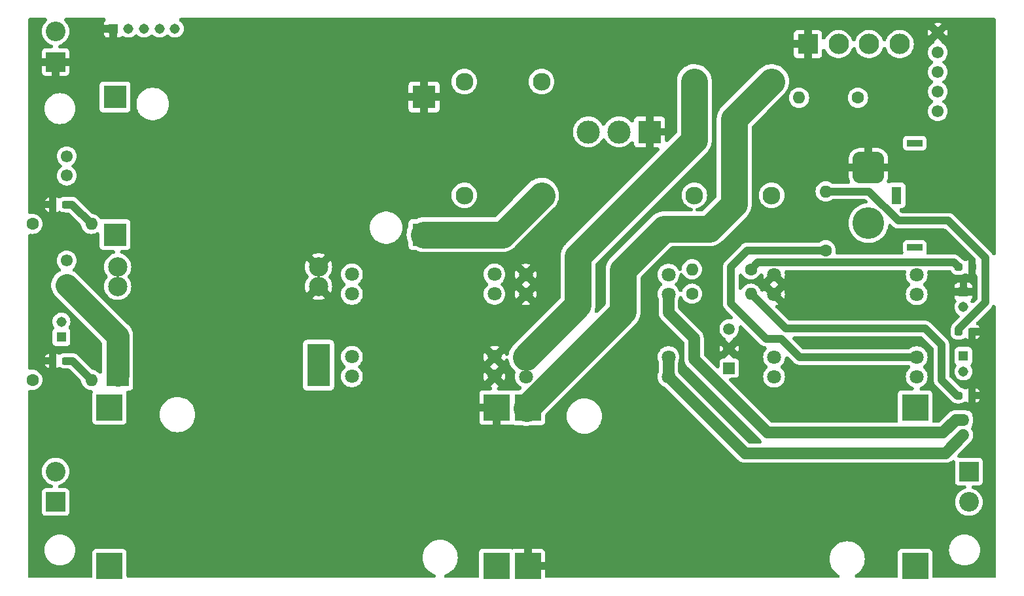
<source format=gbr>
%TF.GenerationSoftware,KiCad,Pcbnew,7.0.11-7.0.11~ubuntu22.04.1*%
%TF.CreationDate,2024-10-25T19:20:41+02:00*%
%TF.ProjectId,PowerBoard-Elec,506f7765-7242-46f6-9172-642d456c6563,rev?*%
%TF.SameCoordinates,Original*%
%TF.FileFunction,Copper,L1,Top*%
%TF.FilePolarity,Positive*%
%FSLAX46Y46*%
G04 Gerber Fmt 4.6, Leading zero omitted, Abs format (unit mm)*
G04 Created by KiCad (PCBNEW 7.0.11-7.0.11~ubuntu22.04.1) date 2024-10-25 19:20:41*
%MOMM*%
%LPD*%
G01*
G04 APERTURE LIST*
G04 Aperture macros list*
%AMRoundRect*
0 Rectangle with rounded corners*
0 $1 Rounding radius*
0 $2 $3 $4 $5 $6 $7 $8 $9 X,Y pos of 4 corners*
0 Add a 4 corners polygon primitive as box body*
4,1,4,$2,$3,$4,$5,$6,$7,$8,$9,$2,$3,0*
0 Add four circle primitives for the rounded corners*
1,1,$1+$1,$2,$3*
1,1,$1+$1,$4,$5*
1,1,$1+$1,$6,$7*
1,1,$1+$1,$8,$9*
0 Add four rect primitives between the rounded corners*
20,1,$1+$1,$2,$3,$4,$5,0*
20,1,$1+$1,$4,$5,$6,$7,0*
20,1,$1+$1,$6,$7,$8,$9,0*
20,1,$1+$1,$8,$9,$2,$3,0*%
G04 Aperture macros list end*
%TA.AperFunction,EtchedComponent*%
%ADD10C,0.100000*%
%TD*%
%TA.AperFunction,ComponentPad*%
%ADD11C,2.300000*%
%TD*%
%TA.AperFunction,ComponentPad*%
%ADD12R,3.000000X3.000000*%
%TD*%
%TA.AperFunction,ComponentPad*%
%ADD13C,3.000000*%
%TD*%
%TA.AperFunction,ComponentPad*%
%ADD14C,1.800000*%
%TD*%
%TA.AperFunction,ComponentPad*%
%ADD15R,1.500000X1.500000*%
%TD*%
%TA.AperFunction,ComponentPad*%
%ADD16C,1.500000*%
%TD*%
%TA.AperFunction,ComponentPad*%
%ADD17R,3.450000X3.480000*%
%TD*%
%TA.AperFunction,ComponentPad*%
%ADD18R,3.430000X3.450000*%
%TD*%
%TA.AperFunction,ComponentPad*%
%ADD19R,3.440000X3.440000*%
%TD*%
%TA.AperFunction,ComponentPad*%
%ADD20R,3.430000X3.410000*%
%TD*%
%TA.AperFunction,ComponentPad*%
%ADD21C,1.600000*%
%TD*%
%TA.AperFunction,ComponentPad*%
%ADD22O,1.600000X1.600000*%
%TD*%
%TA.AperFunction,ComponentPad*%
%ADD23R,1.308000X1.308000*%
%TD*%
%TA.AperFunction,ComponentPad*%
%ADD24C,1.308000*%
%TD*%
%TA.AperFunction,ComponentPad*%
%ADD25C,1.549400*%
%TD*%
%TA.AperFunction,ComponentPad*%
%ADD26R,2.550000X2.550000*%
%TD*%
%TA.AperFunction,ComponentPad*%
%ADD27C,2.550000*%
%TD*%
%TA.AperFunction,ComponentPad*%
%ADD28R,2.640000X2.640000*%
%TD*%
%TA.AperFunction,ComponentPad*%
%ADD29C,2.640000*%
%TD*%
%TA.AperFunction,SMDPad,CuDef*%
%ADD30RoundRect,0.237500X-0.287500X-0.237500X0.287500X-0.237500X0.287500X0.237500X-0.287500X0.237500X0*%
%TD*%
%TA.AperFunction,SMDPad,CuDef*%
%ADD31RoundRect,0.237500X0.287500X0.237500X-0.287500X0.237500X-0.287500X-0.237500X0.287500X-0.237500X0*%
%TD*%
%TA.AperFunction,ComponentPad*%
%ADD32R,2.000000X0.900000*%
%TD*%
%TA.AperFunction,ComponentPad*%
%ADD33RoundRect,1.025000X-1.025000X1.025000X-1.025000X-1.025000X1.025000X-1.025000X1.025000X1.025000X0*%
%TD*%
%TA.AperFunction,ComponentPad*%
%ADD34C,4.100000*%
%TD*%
%TA.AperFunction,ComponentPad*%
%ADD35R,1.300000X2.300000*%
%TD*%
%TA.AperFunction,ComponentPad*%
%ADD36C,2.500000*%
%TD*%
%TA.AperFunction,Conductor*%
%ADD37C,3.500000*%
%TD*%
%TA.AperFunction,Conductor*%
%ADD38C,3.000000*%
%TD*%
%TA.AperFunction,Conductor*%
%ADD39C,1.500000*%
%TD*%
%TA.AperFunction,Conductor*%
%ADD40C,1.000000*%
%TD*%
G04 APERTURE END LIST*
D10*
%TO.C,U11*%
X30272652Y-49100000D02*
G75*
G03*
X28772652Y-49100000I-750000J0D01*
G01*
X28772652Y-49100000D02*
G75*
G03*
X30272652Y-49100000I750000J0D01*
G01*
%TD*%
D11*
%TO.P,F7,1*%
%TO.N,Net-(U4-IN+)*%
X84382652Y-39850000D03*
%TO.P,F7,2*%
%TO.N,V_BAU*%
X74382652Y-39850000D03*
%TD*%
D12*
%TO.P,J6,1,1*%
%TO.N,GND*%
X98350000Y-31642500D03*
D13*
%TO.P,J6,2,2*%
%TO.N,V_BAT*%
X94390000Y-31642500D03*
%TO.P,J6,3,3*%
%TO.N,V_BAU*%
X90430000Y-31642500D03*
%TD*%
D14*
%TO.P,U14,1,IN+*%
%TO.N,V_BAU*%
X78284652Y-52616465D03*
X78284652Y-50081465D03*
%TO.P,U14,2,IN-*%
%TO.N,GND*%
X78284652Y-63291465D03*
X78284652Y-60751465D03*
%TO.P,U14,3,OUT+*%
%TO.N,Net-(U14-OUT+)*%
X59834652Y-52621465D03*
X59833652Y-50081465D03*
%TO.P,U14,4,OUT-*%
%TO.N,Net-(U14-OUT-)*%
X59834652Y-60751465D03*
X59832652Y-63291465D03*
%TD*%
D15*
%TO.P,PS1,1,IN*%
%TO.N,V_LOGIQUE*%
X108652652Y-62214999D03*
D16*
%TO.P,PS1,2,COM/GND*%
%TO.N,GND*%
X108652652Y-59674999D03*
%TO.P,PS1,3,OUT*%
%TO.N,Net-(PS1-OUT)*%
X108652652Y-57134999D03*
%TD*%
D17*
%TO.P,U3,1,IN+*%
%TO.N,Net-(U3-IN+)*%
X82637718Y-67329797D03*
D18*
%TO.P,U3,2,IN-*%
%TO.N,GND*%
X82617718Y-87824797D03*
D19*
%TO.P,U3,3,OUT+*%
%TO.N,Net-(U3-OUT+)*%
X132712718Y-67319797D03*
D20*
%TO.P,U3,4,OUT-*%
%TO.N,Net-(U3-OUT-)*%
X132707718Y-87814797D03*
%TD*%
D21*
%TO.P,R7,1*%
%TO.N,Net-(J2-Pad3)*%
X125310000Y-27220000D03*
D22*
%TO.P,R7,2*%
%TO.N,V_LOGIQUE*%
X117690000Y-27220000D03*
%TD*%
D11*
%TO.P,F8,1*%
%TO.N,Net-(J1-+)*%
X114140000Y-39850000D03*
%TO.P,F8,2*%
%TO.N,V_BAT*%
X104140000Y-39850000D03*
%TD*%
D21*
%TO.P,R3,1*%
%TO.N,Net-(U1-OUT+)*%
X121132652Y-46970000D03*
D22*
%TO.P,R3,2*%
%TO.N,Net-(Switch3-A)*%
X121132652Y-39350000D03*
%TD*%
D23*
%TO.P,U16,1,1*%
%TO.N,Net-(U1-OUT-)*%
X138965152Y-60645202D03*
D24*
%TO.P,U16,2,2*%
%TO.N,Net-(U1-OUT+)*%
X138965152Y-62645202D03*
%TD*%
D25*
%TO.P,U7,1,1*%
%TO.N,GND*%
X135646920Y-18808000D03*
%TO.P,U7,2,2*%
%TO.N,S1*%
X135646920Y-21348000D03*
%TO.P,U7,3,3*%
%TO.N,S2*%
X135646920Y-23888000D03*
%TO.P,U7,4,4*%
%TO.N,S3*%
X135646920Y-26430000D03*
%TO.P,U7,5,5*%
%TO.N,S4*%
X135646920Y-28968000D03*
%TD*%
D21*
%TO.P,R5,1*%
%TO.N,Net-(U4-OUT+)*%
X18491652Y-43550000D03*
D22*
%TO.P,R5,2*%
%TO.N,Net-(Switch2-A)*%
X26111652Y-43550000D03*
%TD*%
D21*
%TO.P,R1,1*%
%TO.N,Net-(Switch1-A)*%
X111462652Y-49420000D03*
D22*
%TO.P,R1,2*%
%TO.N,Net-(PS1-OUT)*%
X103842652Y-49420000D03*
%TD*%
D21*
%TO.P,R2,1*%
%TO.N,Net-(U9-OUT+)*%
X103842652Y-52580000D03*
D22*
%TO.P,R2,2*%
%TO.N,Net-(Switch7-A)*%
X111462652Y-52580000D03*
%TD*%
D14*
%TO.P,U9,1,IN+*%
%TO.N,V_LOGIQUE*%
X82352652Y-60783805D03*
X82352652Y-63318805D03*
%TO.P,U9,2,IN-*%
%TO.N,GND*%
X82352652Y-50108805D03*
X82352652Y-52648805D03*
%TO.P,U9,3,OUT+*%
%TO.N,Net-(U9-OUT+)*%
X100802652Y-60778805D03*
X100803652Y-63318805D03*
%TO.P,U9,4,OUT-*%
%TO.N,Net-(U9-OUT-)*%
X100802652Y-52648805D03*
X100804652Y-50108805D03*
%TD*%
D11*
%TO.P,F2,1*%
%TO.N,Net-(U3-IN+)*%
X114140000Y-25140000D03*
%TO.P,F2,2*%
%TO.N,V_LOGIQUE*%
X104140000Y-25140000D03*
%TD*%
D26*
%TO.P,U12,1,1*%
%TO.N,Net-(U3-OUT+)*%
X139665152Y-75589898D03*
D27*
%TO.P,U12,2,2*%
%TO.N,Net-(U3-OUT-)*%
X139665152Y-79549898D03*
%TD*%
D26*
%TO.P,U13,1,1*%
%TO.N,Net-(U10-OUT+)*%
X21491152Y-79549898D03*
D27*
%TO.P,U13,2,2*%
%TO.N,Net-(U10-OUT-)*%
X21491152Y-75589898D03*
%TD*%
D28*
%TO.P,J2,1,1*%
%TO.N,GND*%
X118840000Y-20281000D03*
D29*
%TO.P,J2,2,2*%
%TO.N,V_LOGIQUE*%
X122800000Y-20281000D03*
%TO.P,J2,3,3*%
%TO.N,Net-(J2-Pad3)*%
X126760000Y-20281000D03*
%TO.P,J2,4,4*%
%TO.N,V_BAT*%
X130720000Y-20281000D03*
%TD*%
D25*
%TO.P,J5,1,1*%
%TO.N,Net-(U11-OUT+)*%
X22938451Y-50790000D03*
%TO.P,J5,2,2*%
%TO.N,Net-(U11-OUT-)*%
X22938451Y-48290000D03*
%TD*%
D17*
%TO.P,U10,1,IN+*%
%TO.N,V_BAU*%
X78527586Y-87810000D03*
D18*
%TO.P,U10,2,IN-*%
%TO.N,GND*%
X78547586Y-67315000D03*
D19*
%TO.P,U10,3,OUT+*%
%TO.N,Net-(U10-OUT+)*%
X28452586Y-87820000D03*
D20*
%TO.P,U10,4,OUT-*%
%TO.N,Net-(U10-OUT-)*%
X28457586Y-67325000D03*
%TD*%
D30*
%TO.P,Switch2,1,K*%
%TO.N,GND*%
X21112852Y-41060000D03*
%TO.P,Switch2,2,A*%
%TO.N,Net-(Switch2-A)*%
X22862852Y-41060000D03*
%TD*%
D23*
%TO.P,U15,1,1*%
%TO.N,GND*%
X138965152Y-52315202D03*
D24*
%TO.P,U15,2,2*%
%TO.N,Net-(PS1-OUT)*%
X138965152Y-54315202D03*
%TD*%
D23*
%TO.P,U17,1,1*%
%TO.N,Net-(U9-OUT-)*%
X138965152Y-68890000D03*
D24*
%TO.P,U17,2,2*%
%TO.N,Net-(U9-OUT+)*%
X138965152Y-70890000D03*
%TD*%
D30*
%TO.P,Switch5,1,K*%
%TO.N,GND*%
X21112852Y-61280000D03*
%TO.P,Switch5,2,A*%
%TO.N,Net-(Switch5-A)*%
X22862852Y-61280000D03*
%TD*%
D31*
%TO.P,Switch1,1,K*%
%TO.N,GND*%
X140095152Y-49140000D03*
%TO.P,Switch1,2,A*%
%TO.N,Net-(Switch1-A)*%
X138345152Y-49140000D03*
%TD*%
D23*
%TO.P,U18,1,1*%
%TO.N,Net-(U14-OUT-)*%
X22242852Y-58190000D03*
D24*
%TO.P,U18,2,2*%
%TO.N,Net-(U14-OUT+)*%
X22242852Y-56190000D03*
%TD*%
D12*
%TO.P,U4,1,IN+*%
%TO.N,Net-(U4-IN+)*%
X69167506Y-44930000D03*
%TO.P,U4,2,IN-*%
%TO.N,GND*%
X69167601Y-27130000D03*
%TO.P,U4,3,OUT+*%
%TO.N,Net-(U4-OUT+)*%
X29167601Y-44930000D03*
%TO.P,U4,4,OUT-*%
%TO.N,Net-(U4-OUT-)*%
X29167601Y-27130000D03*
%TD*%
D25*
%TO.P,J3,1,1*%
%TO.N,Net-(U4-OUT+)*%
X22938451Y-37300155D03*
%TO.P,J3,2,2*%
%TO.N,Net-(U4-OUT-)*%
X22938451Y-34800155D03*
%TD*%
D32*
%TO.P,J1,*%
%TO.N,*%
X132672652Y-33100000D03*
X132672652Y-46600000D03*
D33*
%TO.P,J1,1,-*%
%TO.N,GND*%
X126672652Y-36250000D03*
D34*
%TO.P,J1,2,+*%
%TO.N,Net-(J1-+)*%
X126672652Y-43450000D03*
D35*
%TO.P,J1,3*%
%TO.N,N/C*%
X130322652Y-39850000D03*
%TD*%
D31*
%TO.P,Switch3,1,K*%
%TO.N,GND*%
X140095152Y-57505202D03*
%TO.P,Switch3,2,A*%
%TO.N,Net-(Switch3-A)*%
X138345152Y-57505202D03*
%TD*%
D23*
%TO.P,J4,1,1*%
%TO.N,GND*%
X28932652Y-18281000D03*
D24*
%TO.P,J4,2,2*%
%TO.N,S1*%
X30932652Y-18281000D03*
%TO.P,J4,3,3*%
%TO.N,S2*%
X32932652Y-18281000D03*
%TO.P,J4,4,4*%
%TO.N,S3*%
X34932652Y-18281000D03*
%TO.P,J4,5,5*%
%TO.N,S4*%
X36932652Y-18281000D03*
%TD*%
D21*
%TO.P,R6,1*%
%TO.N,Net-(U14-OUT+)*%
X18491652Y-63730000D03*
D22*
%TO.P,R6,2*%
%TO.N,Net-(Switch5-A)*%
X26111652Y-63730000D03*
%TD*%
D12*
%TO.P,U11,1,IN+*%
%TO.N,V_BAU*%
X55522652Y-63100000D03*
X55522652Y-60560000D03*
D36*
%TO.P,U11,2,IN-*%
%TO.N,GND*%
X55522652Y-51640000D03*
X55522652Y-49100000D03*
D12*
%TO.P,U11,3,OUT+*%
%TO.N,Net-(U11-OUT+)*%
X29522652Y-63100000D03*
X29522652Y-60560000D03*
D36*
%TO.P,U11,4,OUT-*%
%TO.N,Net-(U11-OUT-)*%
X29522652Y-51640000D03*
X29522652Y-49100000D03*
%TD*%
D26*
%TO.P,U8,1,1*%
%TO.N,GND*%
X21491152Y-22599500D03*
D27*
%TO.P,U8,2,2*%
%TO.N,Net-(F1-Pad2)*%
X21491152Y-18639500D03*
%TD*%
D11*
%TO.P,F1,1*%
%TO.N,V_BAU*%
X84382652Y-25140000D03*
%TO.P,F1,2*%
%TO.N,Net-(F1-Pad2)*%
X74382652Y-25140000D03*
%TD*%
D14*
%TO.P,U1,1,IN+*%
%TO.N,V_LOGIQUE*%
X114462652Y-60783805D03*
X114462652Y-63318805D03*
%TO.P,U1,2,IN-*%
%TO.N,GND*%
X114462652Y-50108805D03*
X114462652Y-52648805D03*
%TO.P,U1,3,OUT+*%
%TO.N,Net-(U1-OUT+)*%
X132912652Y-60778805D03*
X132913652Y-63318805D03*
%TO.P,U1,4,OUT-*%
%TO.N,Net-(U1-OUT-)*%
X132912652Y-52648805D03*
X132914652Y-50108805D03*
%TD*%
D31*
%TO.P,Switch7,1,K*%
%TO.N,GND*%
X140095152Y-65775202D03*
%TO.P,Switch7,2,A*%
%TO.N,Net-(Switch7-A)*%
X138345152Y-65775202D03*
%TD*%
D37*
%TO.N,V_LOGIQUE*%
X104140000Y-25140000D02*
X104140000Y-32680000D01*
X104140000Y-32680000D02*
X89090000Y-47730000D01*
X89090000Y-54046457D02*
X82352652Y-60783805D01*
X89090000Y-47730000D02*
X89090000Y-54046457D01*
%TO.N,Net-(U3-IN+)*%
X109300000Y-40970000D02*
X106070000Y-44200000D01*
X94920000Y-54912515D02*
X82412718Y-67419797D01*
X114140000Y-25140000D02*
X109300000Y-29980000D01*
X94920000Y-49510000D02*
X94920000Y-54912515D01*
X109300000Y-29980000D02*
X109300000Y-40970000D01*
X100230000Y-44200000D02*
X94920000Y-49510000D01*
X106070000Y-44200000D02*
X100230000Y-44200000D01*
%TO.N,Net-(U4-IN+)*%
X79302652Y-44930000D02*
X84382652Y-39850000D01*
X69167506Y-44930000D02*
X79302652Y-44930000D01*
D38*
%TO.N,Net-(U11-OUT+)*%
X29522652Y-58074201D02*
X22938451Y-51490000D01*
X29522652Y-63100000D02*
X29522652Y-58074201D01*
D39*
%TO.N,Net-(U9-OUT+)*%
X110694847Y-73210000D02*
X136645152Y-73210000D01*
X100802652Y-60778805D02*
X100802652Y-63317805D01*
X136645152Y-73210000D02*
X138965152Y-70890000D01*
X100802652Y-63317805D02*
X100803652Y-63318805D01*
X100803652Y-63318805D02*
X110694847Y-73210000D01*
D40*
%TO.N,Net-(Switch7-A)*%
X138345152Y-65775202D02*
X138177854Y-65775202D01*
X136132652Y-59210000D02*
X134012652Y-57090000D01*
X138177854Y-65775202D02*
X136132652Y-63730000D01*
X115972652Y-57090000D02*
X111462652Y-52580000D01*
X134012652Y-57090000D02*
X115972652Y-57090000D01*
X136132652Y-63730000D02*
X136132652Y-59210000D01*
%TO.N,Net-(U1-OUT+)*%
X108862652Y-49090000D02*
X110982652Y-46970000D01*
X108862652Y-53850000D02*
X108862652Y-49090000D01*
X113412652Y-58400000D02*
X108862652Y-53850000D01*
X115352652Y-58400000D02*
X113412652Y-58400000D01*
X117731457Y-60778805D02*
X115352652Y-58400000D01*
X110982652Y-46970000D02*
X121132652Y-46970000D01*
X132912652Y-60778805D02*
X117731457Y-60778805D01*
D39*
%TO.N,Net-(U9-OUT-)*%
X113597653Y-70560000D02*
X136330000Y-70560000D01*
X104110000Y-61072347D02*
X113597653Y-70560000D01*
X104110000Y-58340000D02*
X104110000Y-61072347D01*
X136330000Y-70560000D02*
X138000000Y-68890000D01*
X100802652Y-55032652D02*
X104110000Y-58340000D01*
X100802652Y-52648805D02*
X100802652Y-55032652D01*
X138000000Y-68890000D02*
X138965152Y-68890000D01*
D40*
%TO.N,Net-(Switch1-A)*%
X112373847Y-48508805D02*
X137713957Y-48508805D01*
X137713957Y-48508805D02*
X138345152Y-49140000D01*
X111462652Y-49420000D02*
X112373847Y-48508805D01*
%TO.N,Net-(Switch2-A)*%
X22862852Y-41060000D02*
X23621652Y-41060000D01*
X23621652Y-41060000D02*
X26111652Y-43550000D01*
%TO.N,Net-(Switch3-A)*%
X138345152Y-57147500D02*
X138345152Y-57505202D01*
X126762652Y-39350000D02*
X130562652Y-43150000D01*
X141772652Y-53720000D02*
X138345152Y-57147500D01*
X130562652Y-43150000D02*
X137012652Y-43150000D01*
X121132652Y-39350000D02*
X126762652Y-39350000D01*
X141772652Y-47910000D02*
X141772652Y-53720000D01*
X137012652Y-43150000D02*
X141772652Y-47910000D01*
%TO.N,Net-(Switch5-A)*%
X22862852Y-61280000D02*
X23661652Y-61280000D01*
X23661652Y-61280000D02*
X26111652Y-63730000D01*
%TD*%
%TA.AperFunction,Conductor*%
%TO.N,GND*%
G36*
X114562407Y-49528259D02*
G01*
X114643189Y-49582235D01*
X114803576Y-49742622D01*
X114735752Y-49683853D01*
X114604967Y-49624125D01*
X114498415Y-49608805D01*
X114426889Y-49608805D01*
X114320337Y-49624125D01*
X114189552Y-49683853D01*
X114121727Y-49742622D01*
X114282115Y-49582235D01*
X114362897Y-49528259D01*
X114458185Y-49509305D01*
X114467119Y-49509305D01*
X114562407Y-49528259D01*
G37*
%TD.AperFunction*%
%TA.AperFunction,Conductor*%
G36*
X20248160Y-16889454D02*
G01*
X20328942Y-16943430D01*
X20382918Y-17024212D01*
X20401872Y-17119500D01*
X20382918Y-17214788D01*
X20328942Y-17295570D01*
X20322235Y-17302030D01*
X20185967Y-17428467D01*
X20020050Y-17636520D01*
X19886996Y-17866978D01*
X19789773Y-18114700D01*
X19730558Y-18374135D01*
X19710673Y-18639500D01*
X19730558Y-18904864D01*
X19789773Y-19164299D01*
X19789774Y-19164302D01*
X19789775Y-19164305D01*
X19821697Y-19245640D01*
X19886996Y-19412021D01*
X20020050Y-19642479D01*
X20162001Y-19820479D01*
X20185969Y-19850533D01*
X20296788Y-19953358D01*
X20381043Y-20031536D01*
X20399599Y-20044187D01*
X20600913Y-20181440D01*
X20704056Y-20231111D01*
X20840663Y-20296898D01*
X20840667Y-20296899D01*
X20840670Y-20296901D01*
X20911821Y-20318848D01*
X20972491Y-20337563D01*
X21057959Y-20383762D01*
X21119241Y-20459151D01*
X21147008Y-20552254D01*
X21137033Y-20648895D01*
X21090834Y-20734363D01*
X21015445Y-20795645D01*
X20922342Y-20823412D01*
X20899096Y-20824500D01*
X20168319Y-20824500D01*
X20108780Y-20830901D01*
X20108773Y-20830903D01*
X19974064Y-20881146D01*
X19858964Y-20967310D01*
X19858962Y-20967312D01*
X19772798Y-21082412D01*
X19722555Y-21217121D01*
X19722553Y-21217128D01*
X19716152Y-21276667D01*
X19716152Y-22099499D01*
X19716153Y-22099500D01*
X20803205Y-22099500D01*
X20735739Y-22199005D01*
X20667305Y-22370760D01*
X20637394Y-22553211D01*
X20647403Y-22737826D01*
X20696866Y-22915973D01*
X20783468Y-23079322D01*
X20800607Y-23099500D01*
X19716153Y-23099500D01*
X19716152Y-23099501D01*
X19716152Y-23922332D01*
X19722553Y-23981871D01*
X19722555Y-23981878D01*
X19772798Y-24116587D01*
X19858962Y-24231687D01*
X19858964Y-24231689D01*
X19974064Y-24317853D01*
X20108773Y-24368096D01*
X20108780Y-24368098D01*
X20168319Y-24374499D01*
X20168327Y-24374500D01*
X20991151Y-24374500D01*
X20991152Y-24374499D01*
X20991152Y-23287124D01*
X21050347Y-23332123D01*
X21218145Y-23409755D01*
X21398709Y-23449500D01*
X21537236Y-23449500D01*
X21674954Y-23434522D01*
X21850162Y-23375488D01*
X21991152Y-23290656D01*
X21991152Y-24374499D01*
X21991153Y-24374500D01*
X22813977Y-24374500D01*
X22813984Y-24374499D01*
X22873523Y-24368098D01*
X22873530Y-24368096D01*
X23008239Y-24317853D01*
X23123339Y-24231689D01*
X23123341Y-24231687D01*
X23209505Y-24116587D01*
X23259748Y-23981878D01*
X23259750Y-23981871D01*
X23266151Y-23922332D01*
X23266152Y-23922325D01*
X23266152Y-23099501D01*
X23266151Y-23099500D01*
X22179099Y-23099500D01*
X22246565Y-22999995D01*
X22314999Y-22828240D01*
X22344910Y-22645789D01*
X22334901Y-22461174D01*
X22285438Y-22283027D01*
X22198836Y-22119678D01*
X22181697Y-22099500D01*
X23266151Y-22099500D01*
X23266152Y-22099499D01*
X23266152Y-21648832D01*
X117020000Y-21648832D01*
X117026401Y-21708371D01*
X117026403Y-21708378D01*
X117076646Y-21843087D01*
X117162810Y-21958187D01*
X117162812Y-21958189D01*
X117277912Y-22044353D01*
X117412621Y-22094596D01*
X117412628Y-22094598D01*
X117472167Y-22100999D01*
X117472175Y-22101000D01*
X118339999Y-22101000D01*
X118340000Y-22100999D01*
X118340000Y-21006308D01*
X118383637Y-21039481D01*
X118557358Y-21119852D01*
X118744294Y-21161000D01*
X118887712Y-21161000D01*
X119030289Y-21145494D01*
X119211681Y-21084376D01*
X119340000Y-21007169D01*
X119340000Y-22100999D01*
X119340001Y-22101000D01*
X120207825Y-22101000D01*
X120207832Y-22100999D01*
X120267371Y-22094598D01*
X120267378Y-22094596D01*
X120402087Y-22044353D01*
X120517187Y-21958189D01*
X120517189Y-21958187D01*
X120603353Y-21843087D01*
X120653596Y-21708378D01*
X120653598Y-21708371D01*
X120659999Y-21648832D01*
X120660000Y-21648825D01*
X120660000Y-21127381D01*
X120678954Y-21032093D01*
X120732930Y-20951311D01*
X120813712Y-20897335D01*
X120909000Y-20878381D01*
X121004288Y-20897335D01*
X121085070Y-20951311D01*
X121139046Y-21032093D01*
X121140788Y-21036412D01*
X121155183Y-21073092D01*
X121155185Y-21073096D01*
X121155187Y-21073100D01*
X121291614Y-21309400D01*
X121291617Y-21309405D01*
X121461736Y-21522726D01*
X121461747Y-21522737D01*
X121512987Y-21570280D01*
X121661754Y-21708315D01*
X121712668Y-21743028D01*
X121887192Y-21862017D01*
X121887206Y-21862024D01*
X122133023Y-21980404D01*
X122133024Y-21980404D01*
X122133032Y-21980408D01*
X122393765Y-22060833D01*
X122663572Y-22101500D01*
X122663576Y-22101500D01*
X122936424Y-22101500D01*
X122936428Y-22101500D01*
X123206235Y-22060833D01*
X123466968Y-21980408D01*
X123712803Y-21862020D01*
X123938246Y-21708315D01*
X124138263Y-21522727D01*
X124308386Y-21309400D01*
X124444813Y-21073100D01*
X124544498Y-20819107D01*
X124544498Y-20819103D01*
X124547901Y-20810435D01*
X124550478Y-20811446D01*
X124588227Y-20741574D01*
X124663603Y-20680275D01*
X124756700Y-20652488D01*
X124853343Y-20662442D01*
X124938821Y-20708622D01*
X125000120Y-20783998D01*
X125011214Y-20810782D01*
X125012099Y-20810435D01*
X125015501Y-20819104D01*
X125015502Y-20819107D01*
X125039851Y-20881146D01*
X125115183Y-21073092D01*
X125115185Y-21073096D01*
X125115187Y-21073100D01*
X125251614Y-21309400D01*
X125251617Y-21309405D01*
X125421736Y-21522726D01*
X125421747Y-21522737D01*
X125472987Y-21570280D01*
X125621754Y-21708315D01*
X125672668Y-21743028D01*
X125847192Y-21862017D01*
X125847206Y-21862024D01*
X126093023Y-21980404D01*
X126093024Y-21980404D01*
X126093032Y-21980408D01*
X126353765Y-22060833D01*
X126623572Y-22101500D01*
X126623576Y-22101500D01*
X126896424Y-22101500D01*
X126896428Y-22101500D01*
X127166235Y-22060833D01*
X127426968Y-21980408D01*
X127672803Y-21862020D01*
X127898246Y-21708315D01*
X128098263Y-21522727D01*
X128268386Y-21309400D01*
X128404813Y-21073100D01*
X128504498Y-20819107D01*
X128504498Y-20819103D01*
X128507901Y-20810435D01*
X128510478Y-20811446D01*
X128548227Y-20741574D01*
X128623603Y-20680275D01*
X128716700Y-20652488D01*
X128813343Y-20662442D01*
X128898821Y-20708622D01*
X128960120Y-20783998D01*
X128971214Y-20810782D01*
X128972099Y-20810435D01*
X128975501Y-20819104D01*
X128975502Y-20819107D01*
X128999851Y-20881146D01*
X129075183Y-21073092D01*
X129075185Y-21073096D01*
X129075187Y-21073100D01*
X129211614Y-21309400D01*
X129211617Y-21309405D01*
X129381736Y-21522726D01*
X129381747Y-21522737D01*
X129432987Y-21570280D01*
X129581754Y-21708315D01*
X129632668Y-21743028D01*
X129807192Y-21862017D01*
X129807206Y-21862024D01*
X130053023Y-21980404D01*
X130053024Y-21980404D01*
X130053032Y-21980408D01*
X130313765Y-22060833D01*
X130583572Y-22101500D01*
X130583576Y-22101500D01*
X130856424Y-22101500D01*
X130856428Y-22101500D01*
X131126235Y-22060833D01*
X131386968Y-21980408D01*
X131632803Y-21862020D01*
X131858246Y-21708315D01*
X132058263Y-21522727D01*
X132228386Y-21309400D01*
X132364813Y-21073100D01*
X132464498Y-20819107D01*
X132525215Y-20553092D01*
X132545605Y-20281000D01*
X132525215Y-20008908D01*
X132464498Y-19742893D01*
X132379212Y-19525588D01*
X132364816Y-19488907D01*
X132364815Y-19488905D01*
X132364813Y-19488900D01*
X132228386Y-19252600D01*
X132228384Y-19252597D01*
X132228382Y-19252594D01*
X132058263Y-19039273D01*
X132058252Y-19039262D01*
X131858246Y-18853685D01*
X131791246Y-18808005D01*
X134367351Y-18808005D01*
X134386789Y-19030188D01*
X134444518Y-19245640D01*
X134462852Y-19284958D01*
X134462853Y-19284958D01*
X134903944Y-18843868D01*
X135122550Y-18843868D01*
X135151672Y-18984011D01*
X135217525Y-19111100D01*
X135315223Y-19215710D01*
X135437522Y-19290082D01*
X135575351Y-19328700D01*
X135682535Y-19328700D01*
X135788724Y-19314105D01*
X135920011Y-19257079D01*
X136031044Y-19166747D01*
X136113588Y-19049808D01*
X136161522Y-18914935D01*
X136168837Y-18807999D01*
X136354027Y-18807999D01*
X136830986Y-19284958D01*
X136849321Y-19245637D01*
X136907050Y-19030188D01*
X136926489Y-18808005D01*
X136926489Y-18807994D01*
X136907050Y-18585811D01*
X136849321Y-18370362D01*
X136830985Y-18331040D01*
X136830985Y-18331039D01*
X136354027Y-18807999D01*
X136168837Y-18807999D01*
X136171290Y-18772132D01*
X136142168Y-18631989D01*
X136076315Y-18504900D01*
X135978617Y-18400290D01*
X135856318Y-18325918D01*
X135718489Y-18287300D01*
X135611305Y-18287300D01*
X135505116Y-18301895D01*
X135373829Y-18358921D01*
X135262796Y-18449253D01*
X135180252Y-18566192D01*
X135132318Y-18701065D01*
X135122550Y-18843868D01*
X134903944Y-18843868D01*
X134939812Y-18808000D01*
X134462852Y-18331040D01*
X134444520Y-18370356D01*
X134444519Y-18370359D01*
X134386789Y-18585811D01*
X134367351Y-18807994D01*
X134367351Y-18808005D01*
X131791246Y-18808005D01*
X131632806Y-18699981D01*
X131632801Y-18699979D01*
X131386972Y-18581593D01*
X131386964Y-18581590D01*
X131126239Y-18501168D01*
X131126237Y-18501167D01*
X131126235Y-18501167D01*
X130856428Y-18460500D01*
X130583572Y-18460500D01*
X130403700Y-18487611D01*
X130313763Y-18501167D01*
X130122451Y-18560178D01*
X130053032Y-18581592D01*
X130053030Y-18581592D01*
X130053023Y-18581595D01*
X129807206Y-18699975D01*
X129807192Y-18699982D01*
X129581753Y-18853685D01*
X129381747Y-19039262D01*
X129381736Y-19039273D01*
X129211618Y-19252594D01*
X129211617Y-19252594D01*
X129075186Y-19488902D01*
X129075183Y-19488907D01*
X128972099Y-19751565D01*
X128969530Y-19750556D01*
X128931728Y-19820479D01*
X128856335Y-19881756D01*
X128763231Y-19909518D01*
X128666590Y-19899537D01*
X128581125Y-19853332D01*
X128519848Y-19777939D01*
X128508780Y-19751219D01*
X128507901Y-19751565D01*
X128474478Y-19666405D01*
X128438864Y-19575660D01*
X128404816Y-19488907D01*
X128404815Y-19488905D01*
X128404813Y-19488900D01*
X128268386Y-19252600D01*
X128268384Y-19252597D01*
X128268382Y-19252594D01*
X128098263Y-19039273D01*
X128098252Y-19039262D01*
X127898246Y-18853685D01*
X127672806Y-18699981D01*
X127672801Y-18699979D01*
X127426972Y-18581593D01*
X127426964Y-18581590D01*
X127166239Y-18501168D01*
X127166237Y-18501167D01*
X127166235Y-18501167D01*
X126896428Y-18460500D01*
X126623572Y-18460500D01*
X126443700Y-18487611D01*
X126353763Y-18501167D01*
X126162451Y-18560178D01*
X126093032Y-18581592D01*
X126093030Y-18581592D01*
X126093023Y-18581595D01*
X125847206Y-18699975D01*
X125847192Y-18699982D01*
X125621753Y-18853685D01*
X125421747Y-19039262D01*
X125421736Y-19039273D01*
X125251618Y-19252594D01*
X125251617Y-19252594D01*
X125115186Y-19488902D01*
X125115183Y-19488907D01*
X125012099Y-19751565D01*
X125009530Y-19750556D01*
X124971728Y-19820479D01*
X124896335Y-19881756D01*
X124803231Y-19909518D01*
X124706590Y-19899537D01*
X124621125Y-19853332D01*
X124559848Y-19777939D01*
X124548780Y-19751219D01*
X124547901Y-19751565D01*
X124514478Y-19666405D01*
X124478864Y-19575660D01*
X124444816Y-19488907D01*
X124444815Y-19488905D01*
X124444813Y-19488900D01*
X124308386Y-19252600D01*
X124308384Y-19252597D01*
X124308382Y-19252594D01*
X124138263Y-19039273D01*
X124138252Y-19039262D01*
X123938246Y-18853685D01*
X123712806Y-18699981D01*
X123712801Y-18699979D01*
X123466972Y-18581593D01*
X123466964Y-18581590D01*
X123206239Y-18501168D01*
X123206237Y-18501167D01*
X123206235Y-18501167D01*
X122936428Y-18460500D01*
X122663572Y-18460500D01*
X122483700Y-18487611D01*
X122393763Y-18501167D01*
X122202451Y-18560178D01*
X122133032Y-18581592D01*
X122133030Y-18581592D01*
X122133023Y-18581595D01*
X121887206Y-18699975D01*
X121887192Y-18699982D01*
X121661753Y-18853685D01*
X121461747Y-19039262D01*
X121461736Y-19039273D01*
X121291618Y-19252594D01*
X121291617Y-19252594D01*
X121155186Y-19488902D01*
X121155180Y-19488915D01*
X121140787Y-19525588D01*
X121088331Y-19607365D01*
X121008573Y-19662842D01*
X120913655Y-19683574D01*
X120818030Y-19666405D01*
X120736253Y-19613949D01*
X120680776Y-19534191D01*
X120660044Y-19439273D01*
X120660000Y-19434618D01*
X120660000Y-18913175D01*
X120659999Y-18913167D01*
X120653598Y-18853628D01*
X120653596Y-18853621D01*
X120603353Y-18718912D01*
X120517189Y-18603812D01*
X120517187Y-18603810D01*
X120402087Y-18517646D01*
X120267378Y-18467403D01*
X120267371Y-18467401D01*
X120207832Y-18461000D01*
X119340001Y-18461000D01*
X119340000Y-18461001D01*
X119340000Y-19555691D01*
X119296363Y-19522519D01*
X119122642Y-19442148D01*
X118935706Y-19401000D01*
X118792288Y-19401000D01*
X118649711Y-19416506D01*
X118468319Y-19477624D01*
X118340000Y-19554830D01*
X118340000Y-18461001D01*
X118339999Y-18461000D01*
X117472167Y-18461000D01*
X117412628Y-18467401D01*
X117412621Y-18467403D01*
X117277912Y-18517646D01*
X117162812Y-18603810D01*
X117162810Y-18603812D01*
X117076646Y-18718912D01*
X117026403Y-18853621D01*
X117026401Y-18853628D01*
X117020000Y-18913167D01*
X117020000Y-19780999D01*
X117020001Y-19781000D01*
X118115808Y-19781000D01*
X118057925Y-19866370D01*
X117987076Y-20044187D01*
X117956109Y-20233077D01*
X117966472Y-20424208D01*
X118017680Y-20608642D01*
X118107339Y-20777757D01*
X118110094Y-20781000D01*
X117020001Y-20781000D01*
X117020000Y-20781001D01*
X117020000Y-21648832D01*
X23266152Y-21648832D01*
X23266152Y-21276675D01*
X23266151Y-21276667D01*
X23259750Y-21217128D01*
X23259748Y-21217121D01*
X23209505Y-21082412D01*
X23123341Y-20967312D01*
X23123339Y-20967310D01*
X23008239Y-20881146D01*
X22873530Y-20830903D01*
X22873523Y-20830901D01*
X22813984Y-20824500D01*
X22083208Y-20824500D01*
X21987920Y-20805546D01*
X21907138Y-20751570D01*
X21853162Y-20670788D01*
X21834208Y-20575500D01*
X21853162Y-20480212D01*
X21907138Y-20399430D01*
X21987920Y-20345454D01*
X22009813Y-20337563D01*
X22052101Y-20324518D01*
X22141634Y-20296901D01*
X22141638Y-20296898D01*
X22141641Y-20296898D01*
X22260982Y-20239426D01*
X22381392Y-20181440D01*
X22601262Y-20031535D01*
X22641863Y-19993863D01*
X22796330Y-19850538D01*
X22796331Y-19850536D01*
X22796335Y-19850533D01*
X22962253Y-19642480D01*
X23095308Y-19412021D01*
X23192529Y-19164305D01*
X23233950Y-18982832D01*
X27778652Y-18982832D01*
X27785053Y-19042371D01*
X27785055Y-19042378D01*
X27835298Y-19177087D01*
X27921462Y-19292187D01*
X27921464Y-19292189D01*
X28036564Y-19378353D01*
X28171273Y-19428596D01*
X28171280Y-19428598D01*
X28230819Y-19434999D01*
X28230827Y-19435000D01*
X28432651Y-19435000D01*
X28432652Y-19434999D01*
X28432652Y-18781001D01*
X28432651Y-18781000D01*
X27778653Y-18781000D01*
X27778652Y-18781001D01*
X27778652Y-18982832D01*
X23233950Y-18982832D01*
X23251745Y-18904867D01*
X23271631Y-18639500D01*
X23251745Y-18374133D01*
X23230488Y-18281000D01*
X28527666Y-18281000D01*
X28547487Y-18406148D01*
X28605011Y-18519045D01*
X28694607Y-18608641D01*
X28807504Y-18666165D01*
X28901171Y-18681000D01*
X28964133Y-18681000D01*
X29057800Y-18666165D01*
X29170697Y-18608641D01*
X29260293Y-18519045D01*
X29317817Y-18406148D01*
X29337638Y-18281000D01*
X29317817Y-18155852D01*
X29260293Y-18042955D01*
X29170697Y-17953359D01*
X29057800Y-17895835D01*
X28964133Y-17881000D01*
X28901171Y-17881000D01*
X28807504Y-17895835D01*
X28694607Y-17953359D01*
X28605011Y-18042955D01*
X28547487Y-18155852D01*
X28527666Y-18281000D01*
X23230488Y-18281000D01*
X23192529Y-18114695D01*
X23095308Y-17866979D01*
X22962253Y-17636520D01*
X22887026Y-17542189D01*
X22796336Y-17428467D01*
X22660069Y-17302030D01*
X22603110Y-17223323D01*
X22580606Y-17128810D01*
X22595984Y-17032880D01*
X22646902Y-16950137D01*
X22725609Y-16893178D01*
X22820122Y-16870674D01*
X22829432Y-16870500D01*
X27722945Y-16870500D01*
X27818233Y-16889454D01*
X27899015Y-16943430D01*
X27952991Y-17024212D01*
X27971945Y-17119500D01*
X27952991Y-17214788D01*
X27922279Y-17268722D01*
X27835298Y-17384912D01*
X27785055Y-17519621D01*
X27785053Y-17519628D01*
X27778652Y-17579167D01*
X27778652Y-17780999D01*
X27778653Y-17781000D01*
X29183652Y-17781000D01*
X29278940Y-17799954D01*
X29359722Y-17853930D01*
X29413698Y-17934712D01*
X29432652Y-18030000D01*
X29432652Y-19434999D01*
X29432653Y-19435000D01*
X29634477Y-19435000D01*
X29634484Y-19434999D01*
X29694023Y-19428598D01*
X29694030Y-19428596D01*
X29828739Y-19378353D01*
X29943839Y-19292189D01*
X29956433Y-19279596D01*
X29957288Y-19280451D01*
X30015327Y-19228312D01*
X30106946Y-19195985D01*
X30203962Y-19201180D01*
X30273477Y-19230745D01*
X30352375Y-19279596D01*
X30415842Y-19318893D01*
X30615355Y-19396185D01*
X30615358Y-19396186D01*
X30825668Y-19435500D01*
X30825672Y-19435500D01*
X31039636Y-19435500D01*
X31249945Y-19396186D01*
X31249946Y-19396185D01*
X31249949Y-19396185D01*
X31449462Y-19318893D01*
X31631374Y-19206258D01*
X31764903Y-19084529D01*
X31848090Y-19034343D01*
X31944152Y-19019810D01*
X32038463Y-19043144D01*
X32100399Y-19084529D01*
X32187903Y-19164299D01*
X32233931Y-19206259D01*
X32269548Y-19228312D01*
X32415842Y-19318893D01*
X32615355Y-19396185D01*
X32615358Y-19396186D01*
X32825668Y-19435500D01*
X32825672Y-19435500D01*
X33039636Y-19435500D01*
X33249945Y-19396186D01*
X33249946Y-19396185D01*
X33249949Y-19396185D01*
X33449462Y-19318893D01*
X33631374Y-19206258D01*
X33764903Y-19084529D01*
X33848090Y-19034343D01*
X33944152Y-19019810D01*
X34038463Y-19043144D01*
X34100399Y-19084529D01*
X34187903Y-19164299D01*
X34233931Y-19206259D01*
X34269548Y-19228312D01*
X34415842Y-19318893D01*
X34615355Y-19396185D01*
X34615358Y-19396186D01*
X34825668Y-19435500D01*
X34825672Y-19435500D01*
X35039636Y-19435500D01*
X35249945Y-19396186D01*
X35249946Y-19396185D01*
X35249949Y-19396185D01*
X35449462Y-19318893D01*
X35631374Y-19206258D01*
X35764903Y-19084529D01*
X35848090Y-19034343D01*
X35944152Y-19019810D01*
X36038463Y-19043144D01*
X36100399Y-19084529D01*
X36187903Y-19164299D01*
X36233931Y-19206259D01*
X36269548Y-19228312D01*
X36415842Y-19318893D01*
X36615355Y-19396185D01*
X36615358Y-19396186D01*
X36825668Y-19435500D01*
X36825672Y-19435500D01*
X37039636Y-19435500D01*
X37249945Y-19396186D01*
X37249946Y-19396185D01*
X37249949Y-19396185D01*
X37449462Y-19318893D01*
X37631374Y-19206258D01*
X37789493Y-19062114D01*
X37918433Y-18891370D01*
X38013803Y-18699840D01*
X38065642Y-18517646D01*
X38072354Y-18494056D01*
X38072354Y-18494053D01*
X38072356Y-18494048D01*
X38092098Y-18281000D01*
X38072356Y-18067952D01*
X38072354Y-18067948D01*
X38072354Y-18067943D01*
X38013806Y-17862171D01*
X38013803Y-17862160D01*
X37932652Y-17699185D01*
X37918438Y-17670639D01*
X37918432Y-17670628D01*
X37883169Y-17623932D01*
X135169960Y-17623932D01*
X135646920Y-18100892D01*
X136123878Y-17623933D01*
X136123878Y-17623932D01*
X136084560Y-17605598D01*
X135869108Y-17547869D01*
X135646925Y-17528431D01*
X135646915Y-17528431D01*
X135424731Y-17547869D01*
X135209279Y-17605599D01*
X135209276Y-17605600D01*
X135169960Y-17623932D01*
X37883169Y-17623932D01*
X37789497Y-17499891D01*
X37789497Y-17499890D01*
X37789493Y-17499886D01*
X37631374Y-17355742D01*
X37591741Y-17331202D01*
X37520706Y-17264927D01*
X37480439Y-17176510D01*
X37477073Y-17079413D01*
X37511120Y-16988419D01*
X37577398Y-16917381D01*
X37665815Y-16877114D01*
X37722825Y-16870500D01*
X142903152Y-16870500D01*
X142998440Y-16889454D01*
X143079222Y-16943430D01*
X143133198Y-17024212D01*
X143152152Y-17119500D01*
X143152152Y-47371761D01*
X143133198Y-47467049D01*
X143079222Y-47547831D01*
X142998440Y-47601807D01*
X142903152Y-47620761D01*
X142807864Y-47601807D01*
X142727082Y-47547831D01*
X142673106Y-47467049D01*
X142671919Y-47464131D01*
X142664033Y-47444390D01*
X142664032Y-47444388D01*
X142664030Y-47444383D01*
X142634187Y-47399102D01*
X142624384Y-47382922D01*
X142613183Y-47362743D01*
X142598061Y-47335498D01*
X142583404Y-47318425D01*
X142564429Y-47293259D01*
X142563817Y-47292331D01*
X142552054Y-47274482D01*
X142552053Y-47274480D01*
X142513699Y-47236126D01*
X142500840Y-47222250D01*
X142465522Y-47181109D01*
X142465520Y-47181107D01*
X142465518Y-47181105D01*
X142447729Y-47167335D01*
X142424075Y-47146503D01*
X137731314Y-42453742D01*
X137726910Y-42449224D01*
X137667710Y-42386945D01*
X137623197Y-42355964D01*
X137608087Y-42344571D01*
X137566066Y-42310307D01*
X137566061Y-42310303D01*
X137566059Y-42310302D01*
X137566056Y-42310300D01*
X137566054Y-42310299D01*
X137546112Y-42299882D01*
X137519161Y-42283553D01*
X137500707Y-42270709D01*
X137500705Y-42270708D01*
X137500701Y-42270705D01*
X137486834Y-42264754D01*
X137450854Y-42249313D01*
X137433768Y-42241199D01*
X137423311Y-42235737D01*
X137385701Y-42216091D01*
X137385700Y-42216090D01*
X137385699Y-42216090D01*
X137364073Y-42209902D01*
X137334387Y-42199333D01*
X137313706Y-42190458D01*
X137260576Y-42179539D01*
X137242207Y-42175030D01*
X137190074Y-42160113D01*
X137167631Y-42158404D01*
X137136425Y-42154027D01*
X137114393Y-42149500D01*
X137060161Y-42149500D01*
X137041255Y-42148781D01*
X137016147Y-42146869D01*
X136987177Y-42144663D01*
X136987176Y-42144663D01*
X136964860Y-42147505D01*
X136933404Y-42149500D01*
X131080212Y-42149500D01*
X130984924Y-42130546D01*
X130904142Y-42076570D01*
X130753141Y-41925569D01*
X130699165Y-41844787D01*
X130680211Y-41749499D01*
X130699165Y-41654211D01*
X130753141Y-41573429D01*
X130833923Y-41519453D01*
X130929211Y-41500499D01*
X131020518Y-41500499D01*
X131020524Y-41500499D01*
X131080135Y-41494091D01*
X131214983Y-41443796D01*
X131330198Y-41357546D01*
X131416448Y-41242331D01*
X131466743Y-41107483D01*
X131473152Y-41047873D01*
X131473151Y-38652128D01*
X131466743Y-38592517D01*
X131416448Y-38457669D01*
X131330198Y-38342454D01*
X131214983Y-38256204D01*
X131116392Y-38219432D01*
X131080133Y-38205908D01*
X131020525Y-38199500D01*
X129624786Y-38199500D01*
X129624782Y-38199500D01*
X129624780Y-38199501D01*
X129611966Y-38200878D01*
X129565171Y-38205908D01*
X129565167Y-38205909D01*
X129430318Y-38256205D01*
X129420068Y-38261802D01*
X129327352Y-38290832D01*
X129230584Y-38282171D01*
X129144496Y-38237137D01*
X129082195Y-38162587D01*
X129053165Y-38069871D01*
X129061826Y-37973103D01*
X129069745Y-37950291D01*
X129158338Y-37730165D01*
X129212435Y-37489963D01*
X129222651Y-37345270D01*
X129222652Y-37345258D01*
X129222652Y-36750001D01*
X129222651Y-36750000D01*
X127929059Y-36750000D01*
X127946083Y-36713491D01*
X128007221Y-36485321D01*
X128027809Y-36250000D01*
X128007221Y-36014679D01*
X127946083Y-35786509D01*
X127929058Y-35750000D01*
X129222651Y-35750000D01*
X129222652Y-35749999D01*
X129222652Y-35154741D01*
X129222651Y-35154729D01*
X129212435Y-35010036D01*
X129158338Y-34769834D01*
X129066406Y-34541412D01*
X128939026Y-34330702D01*
X128779503Y-34143160D01*
X128779491Y-34143148D01*
X128591949Y-33983625D01*
X128381239Y-33856245D01*
X128152817Y-33764313D01*
X127912613Y-33710216D01*
X127912616Y-33710216D01*
X127767922Y-33700000D01*
X127172653Y-33700000D01*
X127172652Y-33700001D01*
X127172652Y-34993593D01*
X127136143Y-34976569D01*
X126907973Y-34915431D01*
X126731597Y-34900000D01*
X126613707Y-34900000D01*
X126437331Y-34915431D01*
X126209161Y-34976569D01*
X126172652Y-34993593D01*
X126172652Y-33700001D01*
X126172651Y-33700000D01*
X125577381Y-33700000D01*
X125432688Y-33710216D01*
X125192486Y-33764313D01*
X124964064Y-33856245D01*
X124753354Y-33983625D01*
X124565812Y-34143148D01*
X124565800Y-34143160D01*
X124406277Y-34330702D01*
X124278897Y-34541412D01*
X124186965Y-34769834D01*
X124132868Y-35010036D01*
X124122652Y-35154729D01*
X124122652Y-35749999D01*
X124122653Y-35750000D01*
X125416245Y-35750000D01*
X125399221Y-35786509D01*
X125338083Y-36014679D01*
X125317495Y-36250000D01*
X125338083Y-36485321D01*
X125399221Y-36713491D01*
X125416246Y-36750000D01*
X124122653Y-36750000D01*
X124122652Y-36750001D01*
X124122652Y-37345270D01*
X124132868Y-37489963D01*
X124186965Y-37730165D01*
X124278897Y-37958586D01*
X124286813Y-37971680D01*
X124319890Y-38063031D01*
X124315490Y-38160087D01*
X124274284Y-38248070D01*
X124202545Y-38313588D01*
X124111194Y-38346665D01*
X124073725Y-38349500D01*
X122049653Y-38349500D01*
X121954365Y-38330546D01*
X121906833Y-38304469D01*
X121785393Y-38219436D01*
X121785379Y-38219428D01*
X121579151Y-38123262D01*
X121579148Y-38123261D01*
X121359346Y-38064365D01*
X121359331Y-38064363D01*
X121132658Y-38044532D01*
X121132646Y-38044532D01*
X120905972Y-38064363D01*
X120905957Y-38064365D01*
X120686155Y-38123261D01*
X120686152Y-38123262D01*
X120479924Y-38219428D01*
X120479910Y-38219436D01*
X120293517Y-38349949D01*
X120132601Y-38510865D01*
X120002088Y-38697258D01*
X120002080Y-38697272D01*
X119905914Y-38903500D01*
X119905913Y-38903503D01*
X119847017Y-39123305D01*
X119847015Y-39123320D01*
X119827184Y-39349994D01*
X119827184Y-39350005D01*
X119847015Y-39576679D01*
X119847017Y-39576694D01*
X119905913Y-39796496D01*
X119905914Y-39796499D01*
X120002080Y-40002727D01*
X120002088Y-40002741D01*
X120126702Y-40180709D01*
X120132605Y-40189139D01*
X120293513Y-40350047D01*
X120293516Y-40350049D01*
X120293517Y-40350050D01*
X120479910Y-40480563D01*
X120479914Y-40480565D01*
X120479918Y-40480568D01*
X120479922Y-40480569D01*
X120479924Y-40480571D01*
X120540240Y-40508697D01*
X120686156Y-40576739D01*
X120905960Y-40635635D01*
X120925636Y-40637356D01*
X121132646Y-40655468D01*
X121132652Y-40655468D01*
X121132658Y-40655468D01*
X121312320Y-40639749D01*
X121359344Y-40635635D01*
X121579148Y-40576739D01*
X121785386Y-40480568D01*
X121811976Y-40461949D01*
X121906833Y-40395531D01*
X121995760Y-40356402D01*
X122049653Y-40350500D01*
X126245091Y-40350500D01*
X126340379Y-40369454D01*
X126421161Y-40423430D01*
X126494641Y-40496910D01*
X126548617Y-40577692D01*
X126567571Y-40672980D01*
X126548617Y-40768268D01*
X126494641Y-40849050D01*
X126413859Y-40903026D01*
X126349780Y-40920016D01*
X126193799Y-40939721D01*
X126193791Y-40939722D01*
X125882947Y-41019533D01*
X125882938Y-41019536D01*
X125584560Y-41137672D01*
X125584548Y-41137678D01*
X125303333Y-41292277D01*
X125303317Y-41292287D01*
X125043691Y-41480916D01*
X125043686Y-41480920D01*
X124809740Y-41700610D01*
X124605175Y-41947887D01*
X124433215Y-42218853D01*
X124433213Y-42218856D01*
X124296567Y-42509242D01*
X124197397Y-42814457D01*
X124197394Y-42814470D01*
X124137262Y-43129687D01*
X124137260Y-43129703D01*
X124117109Y-43450000D01*
X124137260Y-43770296D01*
X124137262Y-43770312D01*
X124197394Y-44085529D01*
X124197397Y-44085542D01*
X124296567Y-44390757D01*
X124433213Y-44681143D01*
X124433215Y-44681146D01*
X124605175Y-44952112D01*
X124809740Y-45199389D01*
X125043686Y-45419079D01*
X125043691Y-45419083D01*
X125303317Y-45607712D01*
X125303333Y-45607722D01*
X125584548Y-45762321D01*
X125584560Y-45762327D01*
X125880339Y-45879434D01*
X125882946Y-45880466D01*
X126193791Y-45960277D01*
X126512188Y-46000500D01*
X126512193Y-46000500D01*
X126833111Y-46000500D01*
X126833116Y-46000500D01*
X127151513Y-45960277D01*
X127462358Y-45880466D01*
X127542298Y-45848815D01*
X127760743Y-45762327D01*
X127760755Y-45762321D01*
X128041970Y-45607722D01*
X128041986Y-45607712D01*
X128301612Y-45419083D01*
X128301617Y-45419079D01*
X128359905Y-45364343D01*
X128535563Y-45199390D01*
X128740130Y-44952110D01*
X128912091Y-44681142D01*
X129048736Y-44390758D01*
X129147908Y-44085538D01*
X129195965Y-43833615D01*
X129209511Y-43762607D01*
X129211967Y-43763075D01*
X129237733Y-43685507D01*
X129301313Y-43612044D01*
X129388165Y-43568504D01*
X129485069Y-43561516D01*
X129577270Y-43592142D01*
X129630254Y-43632523D01*
X129844007Y-43846276D01*
X129848372Y-43850753D01*
X129907593Y-43913053D01*
X129952127Y-43944050D01*
X129967204Y-43955418D01*
X130009245Y-43989698D01*
X130029180Y-44000111D01*
X130056139Y-44016444D01*
X130074604Y-44029296D01*
X130124445Y-44050684D01*
X130141533Y-44058799D01*
X130189603Y-44083909D01*
X130211232Y-44090097D01*
X130240910Y-44100663D01*
X130261594Y-44109540D01*
X130314737Y-44120461D01*
X130333091Y-44124966D01*
X130385234Y-44139887D01*
X130407665Y-44141594D01*
X130438871Y-44145970D01*
X130460911Y-44150500D01*
X130515144Y-44150500D01*
X130534049Y-44151218D01*
X130588129Y-44155337D01*
X130608833Y-44152700D01*
X130610445Y-44152495D01*
X130641901Y-44150500D01*
X136495091Y-44150500D01*
X136590379Y-44169454D01*
X136671161Y-44223430D01*
X140497222Y-48049491D01*
X140551198Y-48130273D01*
X140570152Y-48225561D01*
X140570152Y-50092303D01*
X140668924Y-50163628D01*
X140735080Y-50234779D01*
X140768972Y-50325831D01*
X140772152Y-50365498D01*
X140772152Y-53202439D01*
X140753198Y-53297727D01*
X140699222Y-53378509D01*
X140699221Y-53378509D01*
X140334577Y-53743152D01*
X140253796Y-53797128D01*
X140158508Y-53816082D01*
X140063220Y-53797128D01*
X139982438Y-53743151D01*
X139958806Y-53713315D01*
X139957872Y-53714021D01*
X139945079Y-53697080D01*
X139928221Y-53674756D01*
X139885924Y-53587296D01*
X139880316Y-53490303D01*
X139912252Y-53398547D01*
X139964570Y-53339805D01*
X139963748Y-53338983D01*
X139976341Y-53326389D01*
X140062505Y-53211289D01*
X140112748Y-53076580D01*
X140112750Y-53076573D01*
X140119151Y-53017034D01*
X140119152Y-53017027D01*
X140119152Y-52815203D01*
X140119151Y-52815202D01*
X137811153Y-52815202D01*
X137811152Y-52815203D01*
X137811152Y-53017034D01*
X137817553Y-53076573D01*
X137817555Y-53076580D01*
X137867798Y-53211289D01*
X137953962Y-53326389D01*
X137966556Y-53338983D01*
X137965644Y-53339894D01*
X138017521Y-53397649D01*
X138049841Y-53489271D01*
X138044639Y-53586286D01*
X138002707Y-53673926D01*
X138002083Y-53674756D01*
X137979370Y-53704833D01*
X137979365Y-53704841D01*
X137884005Y-53896353D01*
X137883997Y-53896373D01*
X137825449Y-54102145D01*
X137825447Y-54102156D01*
X137805706Y-54315202D01*
X137825447Y-54528247D01*
X137825449Y-54528258D01*
X137883997Y-54734030D01*
X137883999Y-54734035D01*
X137884001Y-54734042D01*
X137884005Y-54734050D01*
X137979365Y-54925562D01*
X137979371Y-54925573D01*
X138108306Y-55096310D01*
X138108306Y-55096311D01*
X138108309Y-55096314D01*
X138108311Y-55096316D01*
X138266430Y-55240460D01*
X138266435Y-55240463D01*
X138351706Y-55293261D01*
X138422744Y-55359538D01*
X138463011Y-55447956D01*
X138466377Y-55545053D01*
X138432329Y-55636046D01*
X138396695Y-55681035D01*
X137648891Y-56428839D01*
X137644377Y-56433239D01*
X137582098Y-56492441D01*
X137582097Y-56492442D01*
X137551113Y-56536958D01*
X137539726Y-56552060D01*
X137505457Y-56594088D01*
X137505451Y-56594097D01*
X137495031Y-56614044D01*
X137478708Y-56640986D01*
X137465859Y-56659447D01*
X137465854Y-56659456D01*
X137444467Y-56709292D01*
X137436355Y-56726374D01*
X137411243Y-56774448D01*
X137405057Y-56796070D01*
X137394488Y-56825756D01*
X137385611Y-56846443D01*
X137385610Y-56846444D01*
X137374693Y-56899567D01*
X137370185Y-56917937D01*
X137355265Y-56970081D01*
X137355263Y-56970091D01*
X137353554Y-56992528D01*
X137349180Y-57023719D01*
X137344652Y-57045756D01*
X137343395Y-57058119D01*
X137332037Y-57111234D01*
X137329979Y-57117442D01*
X137329978Y-57117451D01*
X137319652Y-57218520D01*
X137319652Y-57791876D01*
X137329978Y-57892956D01*
X137337171Y-57914662D01*
X137384244Y-58056718D01*
X137384245Y-58056720D01*
X137384246Y-58056722D01*
X137474809Y-58203549D01*
X137596804Y-58325544D01*
X137743632Y-58416108D01*
X137743633Y-58416108D01*
X137743636Y-58416110D01*
X137907399Y-58470376D01*
X138008475Y-58480702D01*
X138089457Y-58480701D01*
X138151869Y-58488649D01*
X138192867Y-58499265D01*
X138255396Y-58502436D01*
X138396079Y-58509571D01*
X138396082Y-58509570D01*
X138396088Y-58509571D01*
X138565797Y-58483571D01*
X138603503Y-58480701D01*
X138681826Y-58480701D01*
X138681828Y-58480701D01*
X138782905Y-58470376D01*
X138946668Y-58416110D01*
X139089911Y-58327756D01*
X139180960Y-58293866D01*
X139278051Y-58297398D01*
X139351348Y-58327759D01*
X139493842Y-58415652D01*
X139493848Y-58415655D01*
X139620151Y-58457505D01*
X139620152Y-58457505D01*
X140570152Y-58457505D01*
X140696455Y-58415655D01*
X140696461Y-58415652D01*
X140843186Y-58325149D01*
X140965098Y-58203237D01*
X141055605Y-58056504D01*
X141080889Y-57980202D01*
X140570153Y-57980202D01*
X140570152Y-57980203D01*
X140570152Y-58457505D01*
X139620152Y-58457505D01*
X139620152Y-57390558D01*
X139639106Y-57295270D01*
X139693078Y-57214493D01*
X139804440Y-57103132D01*
X139885222Y-57049156D01*
X139980509Y-57030202D01*
X141080888Y-57030202D01*
X141055605Y-56953899D01*
X140965098Y-56807166D01*
X140843186Y-56685254D01*
X140727203Y-56613714D01*
X140656052Y-56547558D01*
X140615635Y-56459209D01*
X140612103Y-56362118D01*
X140645996Y-56271067D01*
X140681847Y-56225724D01*
X142468946Y-54438624D01*
X142473382Y-54434300D01*
X142535705Y-54375059D01*
X142566688Y-54330541D01*
X142578075Y-54315440D01*
X142612350Y-54273407D01*
X142622765Y-54253467D01*
X142639100Y-54226506D01*
X142651947Y-54208049D01*
X142673338Y-54158200D01*
X142681477Y-54141068D01*
X142682483Y-54139143D01*
X142743424Y-54063477D01*
X142828682Y-54016892D01*
X142925277Y-54006480D01*
X143018504Y-54033826D01*
X143094170Y-54094767D01*
X143140755Y-54180025D01*
X143152152Y-54254495D01*
X143152152Y-89120500D01*
X143133198Y-89215788D01*
X143079222Y-89296570D01*
X142998440Y-89350546D01*
X142903152Y-89369500D01*
X135172218Y-89369500D01*
X135076930Y-89350546D01*
X134996148Y-89296570D01*
X134942172Y-89215788D01*
X134923218Y-89120500D01*
X134923217Y-86061931D01*
X134923217Y-86061925D01*
X134916809Y-86002314D01*
X134866514Y-85867466D01*
X134786065Y-85760000D01*
X137097042Y-85760000D01*
X137117456Y-86045428D01*
X137178283Y-86325045D01*
X137278283Y-86593158D01*
X137361201Y-86745010D01*
X137415426Y-86844315D01*
X137586913Y-87073395D01*
X137789257Y-87275739D01*
X138018337Y-87447226D01*
X138190994Y-87541504D01*
X138269493Y-87584368D01*
X138311355Y-87599981D01*
X138537606Y-87684369D01*
X138817224Y-87745196D01*
X139102652Y-87765610D01*
X139388080Y-87745196D01*
X139667698Y-87684369D01*
X139935813Y-87584367D01*
X140186967Y-87447226D01*
X140416047Y-87275739D01*
X140618391Y-87073395D01*
X140789878Y-86844315D01*
X140927019Y-86593161D01*
X141027021Y-86325046D01*
X141087848Y-86045428D01*
X141108262Y-85760000D01*
X141087848Y-85474572D01*
X141027021Y-85194954D01*
X140927564Y-84928299D01*
X140927020Y-84926841D01*
X140877735Y-84836582D01*
X140789878Y-84675685D01*
X140618391Y-84446605D01*
X140416047Y-84244261D01*
X140252313Y-84121691D01*
X140186969Y-84072775D01*
X139935810Y-83935631D01*
X139790622Y-83881479D01*
X139667698Y-83835631D01*
X139667699Y-83835631D01*
X139388080Y-83774804D01*
X139102652Y-83754390D01*
X138817223Y-83774804D01*
X138537606Y-83835631D01*
X138269493Y-83935631D01*
X138018334Y-84072775D01*
X137854603Y-84195343D01*
X137789257Y-84244261D01*
X137586913Y-84446605D01*
X137585196Y-84448899D01*
X137415427Y-84675682D01*
X137278283Y-84926841D01*
X137178283Y-85194954D01*
X137117456Y-85474571D01*
X137097042Y-85760000D01*
X134786065Y-85760000D01*
X134780264Y-85752251D01*
X134665049Y-85666001D01*
X134558345Y-85626203D01*
X134530199Y-85615705D01*
X134470591Y-85609297D01*
X130944852Y-85609297D01*
X130944848Y-85609297D01*
X130944846Y-85609298D01*
X130932032Y-85610675D01*
X130885237Y-85615705D01*
X130885233Y-85615706D01*
X130750388Y-85666000D01*
X130635173Y-85752250D01*
X130635171Y-85752252D01*
X130548922Y-85867466D01*
X130498626Y-86002315D01*
X130492218Y-86061920D01*
X130492218Y-86061924D01*
X130492218Y-87699537D01*
X130492219Y-89120500D01*
X130473265Y-89215788D01*
X130419289Y-89296570D01*
X130338507Y-89350546D01*
X130243219Y-89369500D01*
X125154936Y-89369500D01*
X125059648Y-89350546D01*
X124978866Y-89296570D01*
X124924890Y-89215788D01*
X124905936Y-89120500D01*
X124924890Y-89025212D01*
X124978866Y-88944430D01*
X125044807Y-88897178D01*
X125056737Y-88891295D01*
X125305587Y-88725019D01*
X125530604Y-88527683D01*
X125727940Y-88302666D01*
X125894216Y-88053816D01*
X126005712Y-87827726D01*
X126026583Y-87785404D01*
X126026583Y-87785402D01*
X126026589Y-87785391D01*
X126122792Y-87501985D01*
X126181181Y-87208446D01*
X126200755Y-86909797D01*
X126181181Y-86611148D01*
X126122792Y-86317609D01*
X126026589Y-86034203D01*
X125894216Y-85765779D01*
X125727940Y-85516928D01*
X125530604Y-85291911D01*
X125305587Y-85094575D01*
X125056737Y-84928299D01*
X125056732Y-84928296D01*
X125056726Y-84928293D01*
X124788325Y-84795931D01*
X124788320Y-84795930D01*
X124788312Y-84795926D01*
X124504906Y-84699723D01*
X124504905Y-84699722D01*
X124504900Y-84699721D01*
X124211376Y-84641335D01*
X124211365Y-84641333D01*
X123912718Y-84621760D01*
X123614070Y-84641333D01*
X123614059Y-84641335D01*
X123320535Y-84699721D01*
X123227934Y-84731154D01*
X123037124Y-84795926D01*
X123037119Y-84795928D01*
X123037117Y-84795929D01*
X123037114Y-84795930D01*
X122768710Y-84928293D01*
X122768693Y-84928303D01*
X122519850Y-85094574D01*
X122294833Y-85291910D01*
X122294831Y-85291912D01*
X122097495Y-85516929D01*
X121931224Y-85765772D01*
X121931214Y-85765789D01*
X121798851Y-86034193D01*
X121798850Y-86034196D01*
X121798847Y-86034203D01*
X121767967Y-86125174D01*
X121702642Y-86317614D01*
X121644256Y-86611138D01*
X121644254Y-86611149D01*
X121624681Y-86909797D01*
X121644254Y-87208444D01*
X121644256Y-87208455D01*
X121702642Y-87501979D01*
X121702643Y-87501984D01*
X121702644Y-87501985D01*
X121798847Y-87785391D01*
X121798851Y-87785399D01*
X121798852Y-87785404D01*
X121931214Y-88053805D01*
X121931217Y-88053811D01*
X121931220Y-88053816D01*
X122097496Y-88302666D01*
X122294832Y-88527683D01*
X122519849Y-88725019D01*
X122768699Y-88891295D01*
X122780629Y-88897178D01*
X122857707Y-88956322D01*
X122906285Y-89040461D01*
X122918967Y-89136784D01*
X122893822Y-89230629D01*
X122834678Y-89307707D01*
X122750539Y-89356285D01*
X122670500Y-89369500D01*
X85081718Y-89369500D01*
X84986430Y-89350546D01*
X84905648Y-89296570D01*
X84851672Y-89215788D01*
X84832718Y-89120500D01*
X84832718Y-88324798D01*
X84832717Y-88324797D01*
X82366718Y-88324797D01*
X82271430Y-88305843D01*
X82190648Y-88251867D01*
X82136672Y-88171085D01*
X82125485Y-88114848D01*
X82154391Y-88129365D01*
X82324990Y-88169797D01*
X82456336Y-88169797D01*
X82586791Y-88154549D01*
X82751543Y-88094584D01*
X82898025Y-87998242D01*
X83018340Y-87870715D01*
X83106002Y-87718879D01*
X83156286Y-87550920D01*
X83166480Y-87375891D01*
X83157471Y-87324797D01*
X84832717Y-87324797D01*
X84832718Y-87324796D01*
X84832718Y-86051972D01*
X84832717Y-86051964D01*
X84826316Y-85992425D01*
X84826314Y-85992418D01*
X84776071Y-85857709D01*
X84689907Y-85742609D01*
X84689905Y-85742607D01*
X84574805Y-85656443D01*
X84440096Y-85606200D01*
X84440089Y-85606198D01*
X84380550Y-85599797D01*
X83117719Y-85599797D01*
X83117718Y-85599798D01*
X83117718Y-87160764D01*
X83066593Y-87042244D01*
X82961896Y-86901612D01*
X82827590Y-86788915D01*
X82670913Y-86710229D01*
X82500314Y-86669797D01*
X82368968Y-86669797D01*
X82238513Y-86685045D01*
X82117718Y-86729010D01*
X82117718Y-85599798D01*
X82117717Y-85599797D01*
X80854885Y-85599797D01*
X80795346Y-85606198D01*
X80795340Y-85606199D01*
X80701619Y-85641156D01*
X80605715Y-85656696D01*
X80511164Y-85634353D01*
X80495269Y-85626397D01*
X80494915Y-85626203D01*
X80360067Y-85575908D01*
X80300459Y-85569500D01*
X76754720Y-85569500D01*
X76754716Y-85569500D01*
X76754714Y-85569501D01*
X76741900Y-85570878D01*
X76695105Y-85575908D01*
X76695101Y-85575909D01*
X76560256Y-85626203D01*
X76445041Y-85712453D01*
X76445039Y-85712455D01*
X76358790Y-85827669D01*
X76308494Y-85962518D01*
X76302086Y-86022123D01*
X76302086Y-86022127D01*
X76302086Y-87684369D01*
X76302087Y-89120500D01*
X76283133Y-89215788D01*
X76229157Y-89296570D01*
X76148375Y-89350546D01*
X76053087Y-89369500D01*
X72050666Y-89369500D01*
X71955378Y-89350546D01*
X71874596Y-89296570D01*
X71820620Y-89215788D01*
X71801666Y-89120500D01*
X71820620Y-89025212D01*
X71874596Y-88944430D01*
X71955378Y-88890454D01*
X71970614Y-88884718D01*
X72128180Y-88831233D01*
X72128190Y-88831227D01*
X72128193Y-88831227D01*
X72260192Y-88766131D01*
X72396605Y-88698860D01*
X72645455Y-88532584D01*
X72870472Y-88335248D01*
X73067808Y-88110231D01*
X73234084Y-87861381D01*
X73321377Y-87684369D01*
X73366451Y-87592969D01*
X73366451Y-87592967D01*
X73366457Y-87592956D01*
X73462660Y-87309550D01*
X73521049Y-87016011D01*
X73540623Y-86717362D01*
X73521049Y-86418713D01*
X73462660Y-86125174D01*
X73366457Y-85841768D01*
X73235349Y-85575909D01*
X73234089Y-85573354D01*
X73234088Y-85573353D01*
X73234084Y-85573344D01*
X73067808Y-85324493D01*
X72870472Y-85099476D01*
X72645455Y-84902140D01*
X72396605Y-84735864D01*
X72396600Y-84735861D01*
X72396594Y-84735858D01*
X72128193Y-84603496D01*
X72128188Y-84603495D01*
X72128180Y-84603491D01*
X71844774Y-84507288D01*
X71844773Y-84507287D01*
X71844768Y-84507286D01*
X71551244Y-84448900D01*
X71551233Y-84448898D01*
X71252586Y-84429325D01*
X70953938Y-84448898D01*
X70953927Y-84448900D01*
X70660403Y-84507286D01*
X70567802Y-84538719D01*
X70376992Y-84603491D01*
X70376987Y-84603493D01*
X70376985Y-84603494D01*
X70376982Y-84603495D01*
X70108578Y-84735858D01*
X70108561Y-84735868D01*
X69859718Y-84902139D01*
X69634701Y-85099475D01*
X69634699Y-85099477D01*
X69437363Y-85324494D01*
X69271092Y-85573337D01*
X69271082Y-85573354D01*
X69138719Y-85841758D01*
X69138718Y-85841761D01*
X69138715Y-85841768D01*
X69087542Y-85992519D01*
X69042510Y-86125179D01*
X68984124Y-86418703D01*
X68984122Y-86418714D01*
X68964549Y-86717362D01*
X68984122Y-87016009D01*
X68984124Y-87016020D01*
X69042510Y-87309544D01*
X69042511Y-87309549D01*
X69042512Y-87309550D01*
X69138715Y-87592956D01*
X69138719Y-87592964D01*
X69138720Y-87592969D01*
X69271082Y-87861370D01*
X69271085Y-87861376D01*
X69271088Y-87861381D01*
X69437364Y-88110231D01*
X69634700Y-88335248D01*
X69859717Y-88532584D01*
X70108567Y-88698860D01*
X70108576Y-88698864D01*
X70108577Y-88698865D01*
X70376978Y-88831227D01*
X70376983Y-88831228D01*
X70376992Y-88831233D01*
X70534546Y-88884715D01*
X70618683Y-88933292D01*
X70677827Y-89010370D01*
X70702973Y-89104215D01*
X70690292Y-89200538D01*
X70641714Y-89284677D01*
X70564636Y-89343821D01*
X70470791Y-89368967D01*
X70454506Y-89369500D01*
X30922086Y-89369500D01*
X30826798Y-89350546D01*
X30746016Y-89296570D01*
X30692040Y-89215788D01*
X30673086Y-89120500D01*
X30673085Y-86052134D01*
X30673085Y-86052128D01*
X30666677Y-85992517D01*
X30616382Y-85857669D01*
X30530132Y-85742454D01*
X30414917Y-85656204D01*
X30306336Y-85615706D01*
X30280067Y-85605908D01*
X30220459Y-85599500D01*
X26684720Y-85599500D01*
X26684716Y-85599500D01*
X26684714Y-85599501D01*
X26671900Y-85600878D01*
X26625105Y-85605908D01*
X26625101Y-85605909D01*
X26490256Y-85656203D01*
X26375041Y-85742453D01*
X26375039Y-85742455D01*
X26288790Y-85857669D01*
X26238494Y-85992518D01*
X26232086Y-86052123D01*
X26232086Y-86052127D01*
X26232086Y-87699537D01*
X26232087Y-89120500D01*
X26213133Y-89215788D01*
X26159157Y-89296570D01*
X26078375Y-89350546D01*
X25983087Y-89369500D01*
X18202152Y-89369500D01*
X18106864Y-89350546D01*
X18026082Y-89296570D01*
X17972106Y-89215788D01*
X17953152Y-89120500D01*
X17953152Y-85760000D01*
X20037042Y-85760000D01*
X20057456Y-86045428D01*
X20118283Y-86325045D01*
X20218283Y-86593158D01*
X20301201Y-86745010D01*
X20355426Y-86844315D01*
X20526913Y-87073395D01*
X20729257Y-87275739D01*
X20958337Y-87447226D01*
X21130994Y-87541504D01*
X21209493Y-87584368D01*
X21251355Y-87599981D01*
X21477606Y-87684369D01*
X21757224Y-87745196D01*
X22042652Y-87765610D01*
X22328080Y-87745196D01*
X22607698Y-87684369D01*
X22875813Y-87584367D01*
X23126967Y-87447226D01*
X23356047Y-87275739D01*
X23558391Y-87073395D01*
X23729878Y-86844315D01*
X23867019Y-86593161D01*
X23967021Y-86325046D01*
X24027848Y-86045428D01*
X24048262Y-85760000D01*
X24027848Y-85474572D01*
X23967021Y-85194954D01*
X23867564Y-84928299D01*
X23867020Y-84926841D01*
X23817735Y-84836582D01*
X23729878Y-84675685D01*
X23558391Y-84446605D01*
X23356047Y-84244261D01*
X23192313Y-84121691D01*
X23126969Y-84072775D01*
X22875810Y-83935631D01*
X22730622Y-83881479D01*
X22607698Y-83835631D01*
X22607699Y-83835631D01*
X22328080Y-83774804D01*
X22042652Y-83754390D01*
X21757223Y-83774804D01*
X21477606Y-83835631D01*
X21209493Y-83935631D01*
X20958334Y-84072775D01*
X20794603Y-84195343D01*
X20729257Y-84244261D01*
X20526913Y-84446605D01*
X20525196Y-84448899D01*
X20355427Y-84675682D01*
X20218283Y-84926841D01*
X20118283Y-85194954D01*
X20057456Y-85474571D01*
X20037042Y-85760000D01*
X17953152Y-85760000D01*
X17953152Y-75589898D01*
X19710673Y-75589898D01*
X19730558Y-75855262D01*
X19789773Y-76114697D01*
X19789774Y-76114700D01*
X19789775Y-76114703D01*
X19886996Y-76362419D01*
X20020051Y-76592878D01*
X20185969Y-76800931D01*
X20306495Y-76912763D01*
X20381043Y-76981934D01*
X20454332Y-77031901D01*
X20600913Y-77131838D01*
X20720791Y-77189568D01*
X20840661Y-77247295D01*
X20840662Y-77247295D01*
X20840670Y-77247299D01*
X20970875Y-77287462D01*
X21056339Y-77333659D01*
X21117622Y-77409048D01*
X21145389Y-77502151D01*
X21135415Y-77598792D01*
X21089216Y-77684260D01*
X21013827Y-77745543D01*
X20920724Y-77773310D01*
X20897477Y-77774398D01*
X20168286Y-77774398D01*
X20168282Y-77774398D01*
X20168280Y-77774399D01*
X20155466Y-77775776D01*
X20108671Y-77780806D01*
X20108667Y-77780807D01*
X19973822Y-77831101D01*
X19858607Y-77917351D01*
X19858605Y-77917353D01*
X19772356Y-78032567D01*
X19722060Y-78167416D01*
X19715652Y-78227021D01*
X19715652Y-80872763D01*
X19715652Y-80872766D01*
X19715653Y-80872770D01*
X19717719Y-80891991D01*
X19722060Y-80932378D01*
X19722061Y-80932382D01*
X19725624Y-80941934D01*
X19772356Y-81067229D01*
X19858606Y-81182444D01*
X19973821Y-81268694D01*
X20108669Y-81318989D01*
X20168279Y-81325398D01*
X22814024Y-81325397D01*
X22873635Y-81318989D01*
X23008483Y-81268694D01*
X23123698Y-81182444D01*
X23209948Y-81067229D01*
X23260243Y-80932381D01*
X23266652Y-80872771D01*
X23266651Y-78227026D01*
X23260243Y-78167415D01*
X23209948Y-78032567D01*
X23123698Y-77917352D01*
X23008483Y-77831102D01*
X22928269Y-77801184D01*
X22873633Y-77780806D01*
X22814028Y-77774398D01*
X22084827Y-77774398D01*
X21989539Y-77755444D01*
X21908757Y-77701468D01*
X21854781Y-77620686D01*
X21835827Y-77525398D01*
X21854781Y-77430110D01*
X21908757Y-77349328D01*
X21989539Y-77295352D01*
X22011414Y-77287466D01*
X22141634Y-77247299D01*
X22381392Y-77131838D01*
X22601262Y-76981933D01*
X22601275Y-76981921D01*
X22796330Y-76800936D01*
X22796331Y-76800934D01*
X22796335Y-76800931D01*
X22962253Y-76592878D01*
X23095308Y-76362419D01*
X23192529Y-76114703D01*
X23251745Y-75855265D01*
X23271631Y-75589898D01*
X23251745Y-75324531D01*
X23192529Y-75065093D01*
X23095308Y-74817377D01*
X22962253Y-74586918D01*
X22796335Y-74378865D01*
X22796330Y-74378859D01*
X22601275Y-74197874D01*
X22601256Y-74197858D01*
X22381395Y-74047959D01*
X22381390Y-74047957D01*
X22141641Y-73932499D01*
X22141635Y-73932497D01*
X21887351Y-73854060D01*
X21887347Y-73854059D01*
X21887346Y-73854059D01*
X21769003Y-73836222D01*
X21624209Y-73814398D01*
X21624207Y-73814398D01*
X21358097Y-73814398D01*
X21358095Y-73814398D01*
X21158343Y-73844505D01*
X21094958Y-73854059D01*
X21094957Y-73854059D01*
X21094952Y-73854060D01*
X20840668Y-73932497D01*
X20840663Y-73932499D01*
X20600922Y-74047953D01*
X20600911Y-74047959D01*
X20381043Y-74197861D01*
X20185967Y-74378866D01*
X20020050Y-74586918D01*
X19886996Y-74817376D01*
X19789773Y-75065098D01*
X19730558Y-75324533D01*
X19710673Y-75589898D01*
X17953152Y-75589898D01*
X17953152Y-65256589D01*
X17972106Y-65161301D01*
X18026082Y-65080519D01*
X18106864Y-65026543D01*
X18202152Y-65007589D01*
X18254135Y-65014433D01*
X18254257Y-65013747D01*
X18264947Y-65015631D01*
X18264960Y-65015635D01*
X18273327Y-65016367D01*
X18491646Y-65035468D01*
X18491652Y-65035468D01*
X18491658Y-65035468D01*
X18671320Y-65019749D01*
X18718344Y-65015635D01*
X18938148Y-64956739D01*
X19144386Y-64860568D01*
X19330791Y-64730047D01*
X19491699Y-64569139D01*
X19622220Y-64382734D01*
X19718391Y-64176496D01*
X19777287Y-63956692D01*
X19785519Y-63862596D01*
X19797120Y-63730005D01*
X19797120Y-63729994D01*
X19777288Y-63503320D01*
X19777287Y-63503308D01*
X19718391Y-63283504D01*
X19626992Y-63087500D01*
X19622223Y-63077272D01*
X19622215Y-63077258D01*
X19491702Y-62890865D01*
X19491701Y-62890864D01*
X19491699Y-62890861D01*
X19330791Y-62729953D01*
X19330787Y-62729950D01*
X19330786Y-62729949D01*
X19144393Y-62599436D01*
X19144379Y-62599428D01*
X18938151Y-62503262D01*
X18938148Y-62503261D01*
X18718346Y-62444365D01*
X18718331Y-62444363D01*
X18491658Y-62424532D01*
X18491646Y-62424532D01*
X18264972Y-62444363D01*
X18264961Y-62444364D01*
X18264960Y-62444365D01*
X18264958Y-62444365D01*
X18254257Y-62446253D01*
X18253992Y-62444754D01*
X18169629Y-62450277D01*
X18077633Y-62419039D01*
X18004594Y-62354974D01*
X17961631Y-62267835D01*
X17953152Y-62203410D01*
X17953152Y-61755000D01*
X20127115Y-61755000D01*
X20152398Y-61831302D01*
X20242905Y-61978035D01*
X20364817Y-62099947D01*
X20511542Y-62190450D01*
X20511548Y-62190453D01*
X20637851Y-62232303D01*
X20637852Y-62232303D01*
X20637852Y-61755001D01*
X20637851Y-61755000D01*
X20127115Y-61755000D01*
X17953152Y-61755000D01*
X17953152Y-60805000D01*
X20127115Y-60805000D01*
X20637851Y-60805000D01*
X20637852Y-60804999D01*
X20637852Y-60327695D01*
X20511549Y-60369546D01*
X20364816Y-60460053D01*
X20242905Y-60581964D01*
X20152398Y-60728697D01*
X20127115Y-60805000D01*
X17953152Y-60805000D01*
X17953152Y-56190000D01*
X21083406Y-56190000D01*
X21103147Y-56403045D01*
X21103149Y-56403056D01*
X21161697Y-56608828D01*
X21161699Y-56608833D01*
X21161701Y-56608840D01*
X21161705Y-56608848D01*
X21257065Y-56800360D01*
X21257070Y-56800370D01*
X21279481Y-56830046D01*
X21321779Y-56917510D01*
X21327386Y-57014503D01*
X21295449Y-57106258D01*
X21243084Y-57165047D01*
X21243899Y-57165862D01*
X21231305Y-57178455D01*
X21145056Y-57293669D01*
X21094760Y-57428518D01*
X21088352Y-57488123D01*
X21088352Y-58891865D01*
X21088352Y-58891868D01*
X21088353Y-58891872D01*
X21090375Y-58910686D01*
X21094760Y-58951480D01*
X21094761Y-58951484D01*
X21142793Y-59080263D01*
X21145056Y-59086331D01*
X21231306Y-59201546D01*
X21346521Y-59287796D01*
X21481369Y-59338091D01*
X21540979Y-59344500D01*
X22944724Y-59344499D01*
X23004335Y-59338091D01*
X23139183Y-59287796D01*
X23254398Y-59201546D01*
X23340648Y-59086331D01*
X23390943Y-58951483D01*
X23397352Y-58891873D01*
X23397351Y-57488128D01*
X23390943Y-57428517D01*
X23340648Y-57293669D01*
X23254398Y-57178454D01*
X23254394Y-57178451D01*
X23241805Y-57165862D01*
X23242706Y-57164960D01*
X23190787Y-57107161D01*
X23158464Y-57015540D01*
X23163663Y-56918525D01*
X23205592Y-56830883D01*
X23206005Y-56830333D01*
X23228633Y-56800370D01*
X23324003Y-56608840D01*
X23382556Y-56403048D01*
X23402298Y-56190000D01*
X23382556Y-55976952D01*
X23382554Y-55976948D01*
X23382554Y-55976943D01*
X23324006Y-55771171D01*
X23324003Y-55771160D01*
X23269651Y-55662005D01*
X23228638Y-55579639D01*
X23228632Y-55579628D01*
X23099697Y-55408891D01*
X23099697Y-55408890D01*
X23099693Y-55408886D01*
X22941574Y-55264742D01*
X22928813Y-55256841D01*
X22759667Y-55152110D01*
X22759666Y-55152109D01*
X22759662Y-55152107D01*
X22674815Y-55119237D01*
X22560145Y-55074813D01*
X22349836Y-55035500D01*
X22349832Y-55035500D01*
X22135872Y-55035500D01*
X22135868Y-55035500D01*
X21925558Y-55074813D01*
X21726044Y-55152106D01*
X21726036Y-55152110D01*
X21544135Y-55264738D01*
X21544131Y-55264740D01*
X21544130Y-55264742D01*
X21540111Y-55268406D01*
X21386006Y-55408890D01*
X21386006Y-55408891D01*
X21257071Y-55579628D01*
X21257065Y-55579639D01*
X21161705Y-55771151D01*
X21161697Y-55771171D01*
X21103149Y-55976943D01*
X21103147Y-55976954D01*
X21083406Y-56190000D01*
X17953152Y-56190000D01*
X17953152Y-51633081D01*
X20937951Y-51633081D01*
X20978674Y-51916315D01*
X20978675Y-51916321D01*
X20978676Y-51916322D01*
X21059295Y-52190888D01*
X21059296Y-52190891D01*
X21059297Y-52190893D01*
X21116067Y-52315202D01*
X21178169Y-52451187D01*
X21332877Y-52691917D01*
X21397624Y-52766639D01*
X21472259Y-52852773D01*
X21473363Y-52854046D01*
X27449224Y-58829907D01*
X27503198Y-58910686D01*
X27522152Y-59005974D01*
X27522152Y-62700175D01*
X27503198Y-62795463D01*
X27449222Y-62876245D01*
X27368440Y-62930221D01*
X27273152Y-62949175D01*
X27177864Y-62930221D01*
X27097085Y-62876247D01*
X26950791Y-62729953D01*
X26950787Y-62729950D01*
X26950786Y-62729949D01*
X26764393Y-62599436D01*
X26764379Y-62599428D01*
X26558151Y-62503262D01*
X26558148Y-62503261D01*
X26477595Y-62481677D01*
X26338344Y-62444365D01*
X26338343Y-62444364D01*
X26338340Y-62444364D01*
X26338334Y-62444363D01*
X26321882Y-62442924D01*
X26228608Y-62415737D01*
X26167515Y-62370942D01*
X24380331Y-60583758D01*
X24375930Y-60579243D01*
X24316715Y-60516950D01*
X24316707Y-60516944D01*
X24272197Y-60485964D01*
X24257087Y-60474572D01*
X24238799Y-60459660D01*
X24215059Y-60440302D01*
X24215056Y-60440300D01*
X24215054Y-60440299D01*
X24195112Y-60429882D01*
X24168161Y-60413553D01*
X24149707Y-60400709D01*
X24149705Y-60400708D01*
X24149701Y-60400705D01*
X24149324Y-60400543D01*
X24099854Y-60379313D01*
X24082768Y-60371199D01*
X24079603Y-60369546D01*
X24034701Y-60346091D01*
X24034700Y-60346090D01*
X24034699Y-60346090D01*
X24013073Y-60339902D01*
X23983387Y-60329333D01*
X23962706Y-60320458D01*
X23909576Y-60309539D01*
X23891207Y-60305030D01*
X23839074Y-60290113D01*
X23816631Y-60288404D01*
X23785425Y-60284027D01*
X23763393Y-60279500D01*
X23709161Y-60279500D01*
X23690255Y-60278781D01*
X23665147Y-60276869D01*
X23636177Y-60274663D01*
X23636176Y-60274663D01*
X23613860Y-60277505D01*
X23582404Y-60279500D01*
X22812110Y-60279500D01*
X22812105Y-60279500D01*
X22812091Y-60279501D01*
X22660417Y-60294925D01*
X22648049Y-60297467D01*
X22647732Y-60295927D01*
X22591757Y-60304500D01*
X22526177Y-60304500D01*
X22425097Y-60314826D01*
X22261332Y-60369093D01*
X22118093Y-60457444D01*
X22027041Y-60491335D01*
X21929950Y-60487803D01*
X21856656Y-60457443D01*
X21714154Y-60369546D01*
X21587852Y-60327695D01*
X21587852Y-62232303D01*
X21714155Y-62190453D01*
X21714156Y-62190452D01*
X21856654Y-62102557D01*
X21947706Y-62068664D01*
X22044796Y-62072195D01*
X22118094Y-62102556D01*
X22261332Y-62190906D01*
X22261333Y-62190906D01*
X22261336Y-62190908D01*
X22425099Y-62245174D01*
X22526175Y-62255500D01*
X22614134Y-62255499D01*
X22664257Y-62260595D01*
X22761111Y-62280500D01*
X23144091Y-62280500D01*
X23239379Y-62299454D01*
X23320161Y-62353430D01*
X24752594Y-63785863D01*
X24806570Y-63866645D01*
X24824576Y-63940230D01*
X24826015Y-63956682D01*
X24826016Y-63956688D01*
X24884913Y-64176496D01*
X24884914Y-64176499D01*
X24981080Y-64382727D01*
X24981088Y-64382741D01*
X25059885Y-64495275D01*
X25111605Y-64569139D01*
X25272513Y-64730047D01*
X25272516Y-64730049D01*
X25272517Y-64730050D01*
X25458910Y-64860563D01*
X25458914Y-64860565D01*
X25458918Y-64860568D01*
X25458922Y-64860569D01*
X25458924Y-64860571D01*
X25467882Y-64864748D01*
X25665156Y-64956739D01*
X25884960Y-65015635D01*
X26090543Y-65033621D01*
X26183813Y-65060807D01*
X26259583Y-65121619D01*
X26306313Y-65206797D01*
X26316891Y-65303374D01*
X26302139Y-65368688D01*
X26248494Y-65512516D01*
X26242086Y-65572123D01*
X26242086Y-69077865D01*
X26242086Y-69077868D01*
X26242087Y-69077872D01*
X26243140Y-69087669D01*
X26248494Y-69137480D01*
X26248495Y-69137484D01*
X26285452Y-69236570D01*
X26298790Y-69272331D01*
X26385040Y-69387546D01*
X26500255Y-69473796D01*
X26635103Y-69524091D01*
X26694713Y-69530500D01*
X30220458Y-69530499D01*
X30280069Y-69524091D01*
X30414917Y-69473796D01*
X30530132Y-69387546D01*
X30616382Y-69272331D01*
X30666677Y-69137483D01*
X30673086Y-69077873D01*
X30673086Y-68230000D01*
X34964549Y-68230000D01*
X34984122Y-68528647D01*
X34984124Y-68528658D01*
X35042510Y-68822182D01*
X35042511Y-68822187D01*
X35042512Y-68822188D01*
X35138715Y-69105594D01*
X35138719Y-69105602D01*
X35138720Y-69105607D01*
X35271082Y-69374008D01*
X35271085Y-69374014D01*
X35271088Y-69374019D01*
X35437364Y-69622869D01*
X35634700Y-69847886D01*
X35859717Y-70045222D01*
X36108567Y-70211498D01*
X36108576Y-70211502D01*
X36108577Y-70211503D01*
X36376978Y-70343865D01*
X36376981Y-70343865D01*
X36376992Y-70343871D01*
X36660398Y-70440074D01*
X36953937Y-70498463D01*
X37252586Y-70518037D01*
X37551235Y-70498463D01*
X37844774Y-70440074D01*
X38128180Y-70343871D01*
X38128191Y-70343865D01*
X38128193Y-70343865D01*
X38260192Y-70278769D01*
X38396605Y-70211498D01*
X38645455Y-70045222D01*
X38870472Y-69847886D01*
X39067808Y-69622869D01*
X39234084Y-69374019D01*
X39341704Y-69155788D01*
X39366451Y-69105607D01*
X39366451Y-69105605D01*
X39366457Y-69105594D01*
X39372486Y-69087832D01*
X76332586Y-69087832D01*
X76338987Y-69147371D01*
X76338989Y-69147378D01*
X76389232Y-69282087D01*
X76475396Y-69397187D01*
X76475398Y-69397189D01*
X76590498Y-69483353D01*
X76725207Y-69533596D01*
X76725214Y-69533598D01*
X76784753Y-69539999D01*
X76784761Y-69540000D01*
X78047585Y-69540000D01*
X78047586Y-69539999D01*
X78047586Y-67979032D01*
X78098711Y-68097553D01*
X78203408Y-68238185D01*
X78337714Y-68350882D01*
X78494391Y-68429568D01*
X78664990Y-68470000D01*
X78796336Y-68470000D01*
X78926791Y-68454752D01*
X79047586Y-68410786D01*
X79047586Y-69539999D01*
X79047587Y-69540000D01*
X80310411Y-69540000D01*
X80310418Y-69539999D01*
X80369957Y-69533598D01*
X80369963Y-69533597D01*
X80463685Y-69498641D01*
X80559589Y-69483101D01*
X80654140Y-69505444D01*
X80670035Y-69513400D01*
X80670384Y-69513590D01*
X80670387Y-69513593D01*
X80805235Y-69563888D01*
X80864845Y-69570297D01*
X81712787Y-69570296D01*
X81782576Y-69580276D01*
X81926575Y-69622321D01*
X82224475Y-69667465D01*
X82224478Y-69667466D01*
X82238206Y-69667695D01*
X82525745Y-69672501D01*
X82824992Y-69637335D01*
X83056430Y-69578076D01*
X83118191Y-69570296D01*
X84410584Y-69570296D01*
X84410590Y-69570296D01*
X84470201Y-69563888D01*
X84605049Y-69513593D01*
X84720264Y-69427343D01*
X84806514Y-69312128D01*
X84856809Y-69177280D01*
X84863218Y-69117670D01*
X84863217Y-68422435D01*
X87624681Y-68422435D01*
X87644254Y-68721082D01*
X87644256Y-68721093D01*
X87702642Y-69014617D01*
X87702643Y-69014622D01*
X87702644Y-69014623D01*
X87798847Y-69298029D01*
X87798851Y-69298037D01*
X87798852Y-69298042D01*
X87931214Y-69566443D01*
X87931217Y-69566449D01*
X87931220Y-69566454D01*
X88097496Y-69815304D01*
X88294832Y-70040321D01*
X88519849Y-70237657D01*
X88768699Y-70403933D01*
X88768708Y-70403937D01*
X88768709Y-70403938D01*
X89037110Y-70536300D01*
X89037113Y-70536300D01*
X89037124Y-70536306D01*
X89320530Y-70632509D01*
X89614069Y-70690898D01*
X89912718Y-70710472D01*
X90211367Y-70690898D01*
X90504906Y-70632509D01*
X90788312Y-70536306D01*
X90788323Y-70536300D01*
X90788325Y-70536300D01*
X90920324Y-70471204D01*
X91056737Y-70403933D01*
X91305587Y-70237657D01*
X91530604Y-70040321D01*
X91727940Y-69815304D01*
X91894216Y-69566454D01*
X92012628Y-69326340D01*
X92026583Y-69298042D01*
X92026583Y-69298040D01*
X92026589Y-69298029D01*
X92122792Y-69014623D01*
X92181181Y-68721084D01*
X92200755Y-68422435D01*
X92181181Y-68123786D01*
X92122792Y-67830247D01*
X92026589Y-67546841D01*
X91894216Y-67278417D01*
X91727940Y-67029566D01*
X91530604Y-66804549D01*
X91305587Y-66607213D01*
X91056737Y-66440937D01*
X91056732Y-66440934D01*
X91056726Y-66440931D01*
X90788325Y-66308569D01*
X90788320Y-66308568D01*
X90788312Y-66308564D01*
X90504906Y-66212361D01*
X90504905Y-66212360D01*
X90504900Y-66212359D01*
X90211376Y-66153973D01*
X90211365Y-66153971D01*
X89912718Y-66134398D01*
X89614070Y-66153971D01*
X89614059Y-66153973D01*
X89320535Y-66212359D01*
X89227934Y-66243792D01*
X89037124Y-66308564D01*
X89037119Y-66308566D01*
X89037117Y-66308567D01*
X89037114Y-66308568D01*
X88768710Y-66440931D01*
X88768693Y-66440941D01*
X88519850Y-66607212D01*
X88294833Y-66804548D01*
X88294831Y-66804550D01*
X88097495Y-67029567D01*
X87931224Y-67278410D01*
X87931214Y-67278427D01*
X87798851Y-67546831D01*
X87798850Y-67546834D01*
X87798847Y-67546841D01*
X87762260Y-67654623D01*
X87702642Y-67830252D01*
X87644256Y-68123776D01*
X87644254Y-68123787D01*
X87624681Y-68422435D01*
X84863217Y-68422435D01*
X84863217Y-68255123D01*
X84882171Y-68159836D01*
X84936147Y-68079055D01*
X84936147Y-68079054D01*
X92236395Y-60778805D01*
X99397352Y-60778805D01*
X99416518Y-61010113D01*
X99416520Y-61010120D01*
X99470345Y-61222668D01*
X99473495Y-61235105D01*
X99522609Y-61347074D01*
X99531179Y-61366610D01*
X99552099Y-61461486D01*
X99552152Y-61466633D01*
X99552152Y-62633254D01*
X99533198Y-62728542D01*
X99531180Y-62733275D01*
X99474496Y-62862502D01*
X99474493Y-62862511D01*
X99417520Y-63087489D01*
X99417518Y-63087496D01*
X99398352Y-63318805D01*
X99417518Y-63550113D01*
X99417520Y-63550120D01*
X99474493Y-63775098D01*
X99474494Y-63775102D01*
X99567726Y-63987651D01*
X99694671Y-64181956D01*
X99694674Y-64181960D01*
X99851866Y-64352716D01*
X99851872Y-64352721D01*
X100035019Y-64495270D01*
X100035020Y-64495271D01*
X100035026Y-64495275D01*
X100226137Y-64598699D01*
X100239151Y-64605742D01*
X100310999Y-64630407D01*
X100394970Y-64679274D01*
X100406219Y-64689846D01*
X109751074Y-74034702D01*
X109769676Y-74055518D01*
X109787339Y-74077666D01*
X109834061Y-74118486D01*
X109846288Y-74129916D01*
X109850320Y-74133948D01*
X109880542Y-74159179D01*
X109884782Y-74162799D01*
X109956851Y-74225765D01*
X109956858Y-74225769D01*
X109965893Y-74232334D01*
X109965714Y-74232579D01*
X109970460Y-74235946D01*
X109970632Y-74235698D01*
X109979820Y-74242063D01*
X109979826Y-74242066D01*
X109979828Y-74242068D01*
X110060473Y-74287827D01*
X110063090Y-74289312D01*
X110067873Y-74292097D01*
X110144950Y-74338148D01*
X110150085Y-74341216D01*
X110160165Y-74346070D01*
X110160032Y-74346345D01*
X110165300Y-74348809D01*
X110165427Y-74348531D01*
X110175602Y-74353153D01*
X110265972Y-74384775D01*
X110271182Y-74386663D01*
X110360823Y-74420307D01*
X110360825Y-74420307D01*
X110360827Y-74420308D01*
X110371609Y-74423284D01*
X110371527Y-74423579D01*
X110377144Y-74425061D01*
X110377219Y-74424765D01*
X110388058Y-74427496D01*
X110388064Y-74427498D01*
X110388069Y-74427498D01*
X110388070Y-74427499D01*
X110482641Y-74442478D01*
X110488153Y-74443414D01*
X110582300Y-74460500D01*
X110582302Y-74460500D01*
X110593439Y-74461503D01*
X110593411Y-74461804D01*
X110599205Y-74462260D01*
X110599226Y-74461958D01*
X110610384Y-74462710D01*
X110610386Y-74462709D01*
X110610387Y-74462710D01*
X110706043Y-74460562D01*
X110711629Y-74460500D01*
X136560948Y-74460500D01*
X136588824Y-74462065D01*
X136616979Y-74465238D01*
X136678888Y-74461064D01*
X136695637Y-74460500D01*
X136701300Y-74460500D01*
X136701307Y-74460500D01*
X136740499Y-74456971D01*
X136746058Y-74456534D01*
X136841564Y-74450096D01*
X136841575Y-74450093D01*
X136852609Y-74448346D01*
X136852657Y-74448649D01*
X136858382Y-74447676D01*
X136858328Y-74447375D01*
X136869335Y-74445377D01*
X136869340Y-74445377D01*
X136961618Y-74419909D01*
X136967024Y-74418482D01*
X137059832Y-74395097D01*
X137070391Y-74391402D01*
X137070492Y-74391691D01*
X137075949Y-74389713D01*
X137075842Y-74389426D01*
X137086308Y-74385496D01*
X137086322Y-74385493D01*
X137172651Y-74343918D01*
X137177542Y-74341630D01*
X137264778Y-74302007D01*
X137264787Y-74302000D01*
X137274510Y-74296485D01*
X137274661Y-74296751D01*
X137279682Y-74293827D01*
X137279525Y-74293564D01*
X137289112Y-74287834D01*
X137289125Y-74287829D01*
X137366615Y-74231528D01*
X137371087Y-74228355D01*
X137449806Y-74173820D01*
X137449815Y-74173810D01*
X137458396Y-74166648D01*
X137458592Y-74166882D01*
X137463000Y-74163118D01*
X137462799Y-74162888D01*
X137476822Y-74150636D01*
X137561050Y-74102215D01*
X137657397Y-74089712D01*
X137751195Y-74115031D01*
X137828164Y-74174318D01*
X137876585Y-74258546D01*
X137889652Y-74338148D01*
X137889652Y-76912763D01*
X137889652Y-76912766D01*
X137889653Y-76912770D01*
X137891719Y-76931991D01*
X137896060Y-76972378D01*
X137896061Y-76972382D01*
X137899624Y-76981934D01*
X137946356Y-77107229D01*
X138032606Y-77222444D01*
X138147821Y-77308694D01*
X138282669Y-77358989D01*
X138342279Y-77365398D01*
X139071479Y-77365397D01*
X139166764Y-77384351D01*
X139247545Y-77438327D01*
X139301522Y-77519109D01*
X139320476Y-77614397D01*
X139301522Y-77709685D01*
X139247546Y-77790466D01*
X139166764Y-77844443D01*
X139144872Y-77852334D01*
X139014665Y-77892498D01*
X139014663Y-77892499D01*
X138774922Y-78007953D01*
X138774911Y-78007959D01*
X138555043Y-78157861D01*
X138359967Y-78338866D01*
X138194050Y-78546918D01*
X138060996Y-78777376D01*
X137963773Y-79025098D01*
X137904558Y-79284533D01*
X137884673Y-79549898D01*
X137904558Y-79815262D01*
X137963773Y-80074697D01*
X137963774Y-80074700D01*
X137963775Y-80074703D01*
X138060996Y-80322419D01*
X138194051Y-80552878D01*
X138359969Y-80760931D01*
X138480495Y-80872763D01*
X138555043Y-80941934D01*
X138628332Y-80991901D01*
X138774913Y-81091838D01*
X138888528Y-81146552D01*
X139014663Y-81207296D01*
X139014667Y-81207297D01*
X139014670Y-81207299D01*
X139268958Y-81285737D01*
X139475318Y-81316840D01*
X139532095Y-81325398D01*
X139532097Y-81325398D01*
X139798209Y-81325398D01*
X139849456Y-81317673D01*
X140061346Y-81285737D01*
X140315634Y-81207299D01*
X140315638Y-81207296D01*
X140315641Y-81207296D01*
X140382312Y-81175188D01*
X140555392Y-81091838D01*
X140775262Y-80941933D01*
X140775275Y-80941921D01*
X140970330Y-80760936D01*
X140970331Y-80760934D01*
X140970335Y-80760931D01*
X141136253Y-80552878D01*
X141269308Y-80322419D01*
X141366529Y-80074703D01*
X141425745Y-79815265D01*
X141445631Y-79549898D01*
X141425745Y-79284531D01*
X141366529Y-79025093D01*
X141269308Y-78777377D01*
X141136253Y-78546918D01*
X140970335Y-78338865D01*
X140970330Y-78338859D01*
X140775275Y-78157874D01*
X140775256Y-78157858D01*
X140555395Y-78007959D01*
X140555390Y-78007957D01*
X140315641Y-77892499D01*
X140315634Y-77892497D01*
X140185431Y-77852334D01*
X140099963Y-77806135D01*
X140038681Y-77730746D01*
X140010913Y-77637643D01*
X140020889Y-77541002D01*
X140067088Y-77455534D01*
X140142477Y-77394252D01*
X140235580Y-77366484D01*
X140258820Y-77365397D01*
X140988024Y-77365397D01*
X141047635Y-77358989D01*
X141182483Y-77308694D01*
X141297698Y-77222444D01*
X141383948Y-77107229D01*
X141434243Y-76972381D01*
X141440652Y-76912771D01*
X141440651Y-74267026D01*
X141434243Y-74207415D01*
X141383948Y-74072567D01*
X141297698Y-73957352D01*
X141182483Y-73871102D01*
X141102269Y-73841184D01*
X141047633Y-73820806D01*
X140988028Y-73814398D01*
X138410366Y-73814398D01*
X138315078Y-73795444D01*
X138234296Y-73741468D01*
X138180320Y-73660686D01*
X138161366Y-73565398D01*
X138180320Y-73470110D01*
X138234293Y-73389331D01*
X139889096Y-71734530D01*
X139997220Y-71605019D01*
X140108305Y-71409245D01*
X140182650Y-71196783D01*
X140217862Y-70974460D01*
X140212811Y-70749423D01*
X140167660Y-70528904D01*
X140083859Y-70319991D01*
X140083855Y-70319984D01*
X139982996Y-70159467D01*
X139948348Y-70068700D01*
X139951073Y-69971583D01*
X139990755Y-69882902D01*
X139994451Y-69877829D01*
X140062948Y-69786331D01*
X140113243Y-69651483D01*
X140119652Y-69591873D01*
X140119651Y-69421626D01*
X140138604Y-69326340D01*
X140139691Y-69323759D01*
X140159254Y-69277990D01*
X140159255Y-69277987D01*
X140160546Y-69272330D01*
X140209343Y-69058537D01*
X140209343Y-69058533D01*
X140209344Y-69058529D01*
X140219442Y-68833667D01*
X140204191Y-68721082D01*
X140189227Y-68610613D01*
X140131837Y-68433987D01*
X140119651Y-68357043D01*
X140119651Y-68188134D01*
X140119651Y-68188128D01*
X140113243Y-68128517D01*
X140062948Y-67993669D01*
X139976698Y-67878454D01*
X139861483Y-67792204D01*
X139764506Y-67756034D01*
X139726633Y-67741908D01*
X139667028Y-67735500D01*
X139667025Y-67735500D01*
X139493059Y-67735500D01*
X139405567Y-67719622D01*
X139353308Y-67700009D01*
X139299172Y-67679691D01*
X139077700Y-67639500D01*
X139077699Y-67639500D01*
X138084204Y-67639500D01*
X138056327Y-67637934D01*
X138028173Y-67634762D01*
X137966261Y-67638936D01*
X137949512Y-67639500D01*
X137943832Y-67639500D01*
X137904690Y-67643023D01*
X137899126Y-67643461D01*
X137803590Y-67649902D01*
X137792553Y-67651651D01*
X137792506Y-67651354D01*
X137786759Y-67652330D01*
X137786813Y-67652626D01*
X137775814Y-67654622D01*
X137683550Y-67680085D01*
X137678154Y-67681509D01*
X137585315Y-67704904D01*
X137574758Y-67708598D01*
X137574658Y-67708313D01*
X137569191Y-67710296D01*
X137569297Y-67710578D01*
X137558832Y-67714505D01*
X137472595Y-67756034D01*
X137467541Y-67758398D01*
X137380380Y-67797989D01*
X137370656Y-67803508D01*
X137370507Y-67803246D01*
X137365475Y-67806176D01*
X137365629Y-67806433D01*
X137356024Y-67812171D01*
X137278573Y-67868442D01*
X137274022Y-67871672D01*
X137195346Y-67926179D01*
X137186766Y-67933343D01*
X137186573Y-67933112D01*
X137182138Y-67936900D01*
X137182336Y-67937127D01*
X137173923Y-67944476D01*
X137107783Y-68013652D01*
X137103880Y-68017643D01*
X135884956Y-69236569D01*
X135804174Y-69290546D01*
X135708886Y-69309500D01*
X135182218Y-69309500D01*
X135086930Y-69290546D01*
X135006148Y-69236570D01*
X134952172Y-69155788D01*
X134933218Y-69060500D01*
X134933217Y-65551931D01*
X134933217Y-65551925D01*
X134926809Y-65492314D01*
X134876514Y-65357466D01*
X134790264Y-65242251D01*
X134675049Y-65156001D01*
X134582866Y-65121619D01*
X134540199Y-65105705D01*
X134480594Y-65099297D01*
X133532648Y-65099297D01*
X133437360Y-65080343D01*
X133356578Y-65026367D01*
X133302602Y-64945585D01*
X133283648Y-64850297D01*
X133302602Y-64755009D01*
X133356578Y-64674227D01*
X133437360Y-64620251D01*
X133451791Y-64614791D01*
X133478155Y-64605741D01*
X133478156Y-64605740D01*
X133478160Y-64605739D01*
X133566906Y-64557711D01*
X133682278Y-64495275D01*
X133865436Y-64352718D01*
X134022631Y-64181958D01*
X134149576Y-63987654D01*
X134242809Y-63775105D01*
X134299786Y-63550110D01*
X134318952Y-63318805D01*
X134299786Y-63087500D01*
X134242809Y-62862505D01*
X134149576Y-62649956D01*
X134053736Y-62503262D01*
X134022632Y-62455653D01*
X134022629Y-62455649D01*
X133865437Y-62284893D01*
X133865431Y-62284888D01*
X133814069Y-62244911D01*
X133750515Y-62171427D01*
X133719920Y-62079215D01*
X133726942Y-61982314D01*
X133770512Y-61895476D01*
X133814068Y-61851920D01*
X133864436Y-61812718D01*
X134021631Y-61641958D01*
X134148576Y-61447654D01*
X134241809Y-61235105D01*
X134298786Y-61010110D01*
X134317952Y-60778805D01*
X134298786Y-60547500D01*
X134241809Y-60322505D01*
X134148576Y-60109956D01*
X134039714Y-59943330D01*
X134021632Y-59915653D01*
X134021629Y-59915649D01*
X133864437Y-59744893D01*
X133864431Y-59744888D01*
X133681280Y-59602336D01*
X133477164Y-59491873D01*
X133477159Y-59491871D01*
X133477155Y-59491869D01*
X133257633Y-59416507D01*
X133257630Y-59416506D01*
X133257626Y-59416505D01*
X133028701Y-59378305D01*
X132796603Y-59378305D01*
X132567677Y-59416505D01*
X132567671Y-59416506D01*
X132567671Y-59416507D01*
X132348149Y-59491869D01*
X132348146Y-59491870D01*
X132348139Y-59491873D01*
X132144023Y-59602336D01*
X131985396Y-59725801D01*
X131898558Y-59769371D01*
X131832457Y-59778305D01*
X118249018Y-59778305D01*
X118153730Y-59759351D01*
X118072948Y-59705375D01*
X117501210Y-59133637D01*
X116883141Y-58515569D01*
X116829166Y-58434788D01*
X116810212Y-58339500D01*
X116829166Y-58244212D01*
X116883142Y-58163430D01*
X116963924Y-58109454D01*
X117059212Y-58090500D01*
X133495091Y-58090500D01*
X133590379Y-58109454D01*
X133671161Y-58163430D01*
X135059222Y-59551491D01*
X135113198Y-59632273D01*
X135132152Y-59727561D01*
X135132152Y-63714134D01*
X135132072Y-63720441D01*
X135129894Y-63806359D01*
X135129895Y-63806363D01*
X135139464Y-63859760D01*
X135142090Y-63878485D01*
X135147577Y-63932434D01*
X135154314Y-63953908D01*
X135161825Y-63984510D01*
X135165793Y-64006650D01*
X135165795Y-64006656D01*
X135185909Y-64057011D01*
X135192254Y-64074832D01*
X135208492Y-64126587D01*
X135208497Y-64126597D01*
X135219409Y-64146257D01*
X135232928Y-64174723D01*
X135241271Y-64195609D01*
X135241278Y-64195623D01*
X135271118Y-64240899D01*
X135280922Y-64257081D01*
X135307243Y-64304502D01*
X135321894Y-64321568D01*
X135340873Y-64346740D01*
X135353248Y-64365517D01*
X135391603Y-64403873D01*
X135404462Y-64417748D01*
X135439786Y-64458895D01*
X135457567Y-64472659D01*
X135481221Y-64493490D01*
X137459209Y-66471478D01*
X137463611Y-66475994D01*
X137522795Y-66538255D01*
X137559623Y-66563888D01*
X137593447Y-66592187D01*
X137596802Y-66595542D01*
X137598882Y-66596825D01*
X137622289Y-66613477D01*
X137624439Y-66614894D01*
X137624446Y-66614900D01*
X137641012Y-66623553D01*
X137656439Y-66632326D01*
X137663856Y-66636901D01*
X137675382Y-66644459D01*
X137689797Y-66654492D01*
X137689801Y-66654494D01*
X137689805Y-66654497D01*
X137689809Y-66654498D01*
X137700844Y-66660624D01*
X137700686Y-66660908D01*
X137713915Y-66667778D01*
X137743636Y-66686110D01*
X137771396Y-66695308D01*
X137793059Y-66704485D01*
X137793082Y-66704428D01*
X137804808Y-66709112D01*
X137826416Y-66715294D01*
X137856125Y-66725871D01*
X137859933Y-66727505D01*
X137876794Y-66734741D01*
X137876795Y-66734741D01*
X137876796Y-66734742D01*
X137929946Y-66745663D01*
X137948300Y-66750169D01*
X138000436Y-66765088D01*
X138022863Y-66766795D01*
X138054075Y-66771173D01*
X138076113Y-66775702D01*
X138130347Y-66775702D01*
X138149254Y-66776420D01*
X138203330Y-66780539D01*
X138223846Y-66777926D01*
X138225646Y-66777697D01*
X138257102Y-66775702D01*
X138395887Y-66775702D01*
X138395894Y-66775702D01*
X138547590Y-66760276D01*
X138559963Y-66757734D01*
X138560279Y-66759276D01*
X138616254Y-66750701D01*
X138681826Y-66750701D01*
X138681828Y-66750701D01*
X138782905Y-66740376D01*
X138946668Y-66686110D01*
X139089911Y-66597756D01*
X139180960Y-66563866D01*
X139278051Y-66567398D01*
X139351348Y-66597759D01*
X139493842Y-66685652D01*
X139493848Y-66685655D01*
X139620151Y-66727505D01*
X139620152Y-66727505D01*
X140570152Y-66727505D01*
X140696455Y-66685655D01*
X140696461Y-66685652D01*
X140843186Y-66595149D01*
X140965098Y-66473237D01*
X141055605Y-66326504D01*
X141080889Y-66250202D01*
X140570153Y-66250202D01*
X140570152Y-66250203D01*
X140570152Y-66727505D01*
X139620152Y-66727505D01*
X139620152Y-64822897D01*
X140570152Y-64822897D01*
X140570152Y-65300201D01*
X140570153Y-65300202D01*
X141080888Y-65300202D01*
X141055605Y-65223899D01*
X140965098Y-65077166D01*
X140843187Y-64955255D01*
X140696454Y-64864748D01*
X140570152Y-64822897D01*
X139620152Y-64822897D01*
X139493850Y-64864748D01*
X139351346Y-64952646D01*
X139260294Y-64986537D01*
X139163204Y-64983005D01*
X139089909Y-64952645D01*
X138946672Y-64864295D01*
X138782906Y-64810028D01*
X138782894Y-64810026D01*
X138698052Y-64801358D01*
X138605183Y-64772818D01*
X138547290Y-64729718D01*
X137206082Y-63388509D01*
X137152106Y-63307727D01*
X137133152Y-63212439D01*
X137133152Y-62645202D01*
X137805706Y-62645202D01*
X137825447Y-62858247D01*
X137825449Y-62858258D01*
X137883997Y-63064030D01*
X137883999Y-63064035D01*
X137884001Y-63064042D01*
X137884005Y-63064050D01*
X137979365Y-63255562D01*
X137979371Y-63255573D01*
X138108306Y-63426310D01*
X138108306Y-63426311D01*
X138108309Y-63426314D01*
X138108311Y-63426316D01*
X138266430Y-63570460D01*
X138448342Y-63683095D01*
X138647855Y-63760387D01*
X138647858Y-63760388D01*
X138858168Y-63799702D01*
X138858172Y-63799702D01*
X139072136Y-63799702D01*
X139282445Y-63760388D01*
X139282446Y-63760387D01*
X139282449Y-63760387D01*
X139481962Y-63683095D01*
X139663874Y-63570460D01*
X139821993Y-63426316D01*
X139950933Y-63255572D01*
X140046303Y-63064042D01*
X140095576Y-62890865D01*
X140104854Y-62858258D01*
X140104854Y-62858255D01*
X140104856Y-62858250D01*
X140124598Y-62645202D01*
X140104856Y-62432154D01*
X140104854Y-62432150D01*
X140104854Y-62432145D01*
X140046306Y-62226373D01*
X140046303Y-62226362D01*
X139983356Y-62099947D01*
X139950938Y-62034841D01*
X139950932Y-62034830D01*
X139928523Y-62005156D01*
X139886224Y-61917692D01*
X139880617Y-61820699D01*
X139912554Y-61728943D01*
X139964917Y-61670152D01*
X139964105Y-61669340D01*
X139976690Y-61656753D01*
X139976698Y-61656748D01*
X140062948Y-61541533D01*
X140113243Y-61406685D01*
X140119652Y-61347075D01*
X140119651Y-59943330D01*
X140113243Y-59883719D01*
X140062948Y-59748871D01*
X139976698Y-59633656D01*
X139861483Y-59547406D01*
X139758224Y-59508893D01*
X139726633Y-59497110D01*
X139667025Y-59490702D01*
X138263286Y-59490702D01*
X138263282Y-59490702D01*
X138263280Y-59490703D01*
X138252433Y-59491869D01*
X138203671Y-59497110D01*
X138203667Y-59497111D01*
X138068822Y-59547405D01*
X137953607Y-59633655D01*
X137953605Y-59633657D01*
X137867356Y-59748871D01*
X137817060Y-59883720D01*
X137810652Y-59943325D01*
X137810652Y-61347067D01*
X137810652Y-61347070D01*
X137810653Y-61347074D01*
X137811776Y-61357517D01*
X137817060Y-61406682D01*
X137817061Y-61406686D01*
X137863614Y-61531500D01*
X137867356Y-61541533D01*
X137953606Y-61656748D01*
X137953609Y-61656750D01*
X137966199Y-61669340D01*
X137965297Y-61670241D01*
X138017214Y-61728037D01*
X138049539Y-61819657D01*
X138044341Y-61916673D01*
X138002413Y-62004315D01*
X138001783Y-62005153D01*
X137979369Y-62034834D01*
X137979365Y-62034841D01*
X137884005Y-62226353D01*
X137883997Y-62226373D01*
X137825449Y-62432145D01*
X137825447Y-62432156D01*
X137805706Y-62645202D01*
X137133152Y-62645202D01*
X137133152Y-59225864D01*
X137133232Y-59219557D01*
X137135409Y-59133640D01*
X137135408Y-59133639D01*
X137135409Y-59133637D01*
X137125835Y-59080225D01*
X137123214Y-59061539D01*
X137117726Y-59007562D01*
X137110992Y-58986099D01*
X137103478Y-58955490D01*
X137099510Y-58933347D01*
X137079384Y-58882962D01*
X137073054Y-58865182D01*
X137056811Y-58813412D01*
X137045899Y-58793753D01*
X137032376Y-58765279D01*
X137024030Y-58744383D01*
X136994178Y-58699089D01*
X136984382Y-58682919D01*
X136958061Y-58635497D01*
X136949244Y-58625228D01*
X136943404Y-58618425D01*
X136924429Y-58593259D01*
X136912053Y-58574480D01*
X136873699Y-58536126D01*
X136860840Y-58522250D01*
X136825522Y-58481109D01*
X136825520Y-58481107D01*
X136825518Y-58481105D01*
X136807729Y-58467335D01*
X136784075Y-58446503D01*
X134731314Y-56393742D01*
X134726910Y-56389224D01*
X134667710Y-56326945D01*
X134623197Y-56295964D01*
X134608087Y-56284571D01*
X134566066Y-56250307D01*
X134566061Y-56250303D01*
X134566059Y-56250302D01*
X134566056Y-56250300D01*
X134566054Y-56250299D01*
X134546112Y-56239882D01*
X134519161Y-56223553D01*
X134500707Y-56210709D01*
X134500705Y-56210708D01*
X134500701Y-56210705D01*
X134500324Y-56210543D01*
X134450854Y-56189313D01*
X134433768Y-56181199D01*
X134418839Y-56173401D01*
X134385701Y-56156091D01*
X134385700Y-56156090D01*
X134385699Y-56156090D01*
X134364073Y-56149902D01*
X134334387Y-56139333D01*
X134313706Y-56130458D01*
X134260576Y-56119539D01*
X134242207Y-56115030D01*
X134190074Y-56100113D01*
X134167631Y-56098404D01*
X134136425Y-56094027D01*
X134114393Y-56089500D01*
X134060161Y-56089500D01*
X134041255Y-56088781D01*
X134016147Y-56086869D01*
X133987177Y-56084663D01*
X133987176Y-56084663D01*
X133964860Y-56087505D01*
X133933404Y-56089500D01*
X116490213Y-56089500D01*
X116394925Y-56070546D01*
X116314143Y-56016570D01*
X114717856Y-54420283D01*
X114663880Y-54339501D01*
X114644926Y-54244213D01*
X114663880Y-54148925D01*
X114717856Y-54068143D01*
X114798638Y-54014167D01*
X114813078Y-54008704D01*
X115026950Y-53935283D01*
X115026952Y-53935282D01*
X115036730Y-53929990D01*
X115036730Y-53929989D01*
X114345011Y-53238269D01*
X114345005Y-53238265D01*
X114121727Y-53014987D01*
X114189552Y-53073757D01*
X114320337Y-53133485D01*
X114426889Y-53148805D01*
X114498415Y-53148805D01*
X114604967Y-53133485D01*
X114735752Y-53073757D01*
X114844413Y-52979603D01*
X114922145Y-52858649D01*
X114962652Y-52720694D01*
X114962652Y-52641838D01*
X115162790Y-52641838D01*
X115740890Y-53219938D01*
X115791332Y-53104944D01*
X115848290Y-52880022D01*
X115867450Y-52648805D01*
X115867450Y-52648799D01*
X115848290Y-52417587D01*
X115791332Y-52192665D01*
X115740890Y-52077672D01*
X115242688Y-52575875D01*
X115177974Y-52619114D01*
X115162790Y-52641838D01*
X114962652Y-52641838D01*
X114962652Y-52576916D01*
X114922145Y-52438961D01*
X114844413Y-52318007D01*
X114735752Y-52223853D01*
X114604967Y-52164125D01*
X114498415Y-52148805D01*
X114426889Y-52148805D01*
X114320337Y-52164125D01*
X114189552Y-52223853D01*
X114080891Y-52318007D01*
X114003159Y-52438961D01*
X113962652Y-52576916D01*
X113962652Y-52720694D01*
X114003159Y-52858649D01*
X114071085Y-52964345D01*
X113184411Y-52077671D01*
X113152310Y-52150856D01*
X113096675Y-52230505D01*
X113014795Y-52282800D01*
X112919136Y-52299781D01*
X112824260Y-52278862D01*
X112744611Y-52223227D01*
X112692316Y-52141347D01*
X112690300Y-52136002D01*
X112689390Y-52133503D01*
X112663355Y-52077671D01*
X112593223Y-51927272D01*
X112593215Y-51927258D01*
X112462702Y-51740865D01*
X112462701Y-51740864D01*
X112462699Y-51740861D01*
X112301791Y-51579953D01*
X112301787Y-51579950D01*
X112301786Y-51579949D01*
X112115393Y-51449436D01*
X112115379Y-51449428D01*
X111963928Y-51378805D01*
X113899759Y-51378805D01*
X114462651Y-51941697D01*
X115025545Y-51378804D01*
X114462652Y-50815911D01*
X113899759Y-51378805D01*
X111963928Y-51378805D01*
X111909151Y-51353262D01*
X111909148Y-51353261D01*
X111689346Y-51294365D01*
X111689331Y-51294363D01*
X111462658Y-51274532D01*
X111462646Y-51274532D01*
X111235972Y-51294363D01*
X111235957Y-51294365D01*
X111016155Y-51353261D01*
X111016152Y-51353262D01*
X110809924Y-51449428D01*
X110809910Y-51449436D01*
X110623517Y-51579949D01*
X110462601Y-51740865D01*
X110332082Y-51927266D01*
X110327793Y-51934697D01*
X110263735Y-52007743D01*
X110176600Y-52050714D01*
X110079653Y-52057069D01*
X109987654Y-52025840D01*
X109914608Y-51961782D01*
X109871637Y-51874647D01*
X109863152Y-51810199D01*
X109863152Y-50189800D01*
X109882106Y-50094512D01*
X109936082Y-50013730D01*
X110016864Y-49959754D01*
X110112152Y-49940800D01*
X110207440Y-49959754D01*
X110288222Y-50013730D01*
X110327797Y-50065307D01*
X110332090Y-50072744D01*
X110462601Y-50259134D01*
X110462605Y-50259139D01*
X110623513Y-50420047D01*
X110623516Y-50420049D01*
X110623517Y-50420050D01*
X110809910Y-50550563D01*
X110809914Y-50550565D01*
X110809918Y-50550568D01*
X111016156Y-50646739D01*
X111235960Y-50705635D01*
X111255636Y-50707356D01*
X111462646Y-50725468D01*
X111462652Y-50725468D01*
X111462658Y-50725468D01*
X111642320Y-50709749D01*
X111689344Y-50705635D01*
X111909148Y-50646739D01*
X112115386Y-50550568D01*
X112301791Y-50420047D01*
X112462699Y-50259139D01*
X112593220Y-50072734D01*
X112593224Y-50072725D01*
X112598653Y-50063323D01*
X112601488Y-50064960D01*
X112645947Y-50004090D01*
X112728912Y-49953535D01*
X112824909Y-49938577D01*
X112919322Y-49961495D01*
X112997779Y-50018798D01*
X113048334Y-50101763D01*
X113062658Y-50166796D01*
X113077013Y-50340024D01*
X113133968Y-50564936D01*
X113184412Y-50679937D01*
X113755545Y-50108805D01*
X114071085Y-49793264D01*
X114003159Y-49898961D01*
X113962652Y-50036916D01*
X113962652Y-50180694D01*
X114003159Y-50318649D01*
X114080891Y-50439603D01*
X114189552Y-50533757D01*
X114320337Y-50593485D01*
X114426889Y-50608805D01*
X114498415Y-50608805D01*
X114604967Y-50593485D01*
X114735752Y-50533757D01*
X114844413Y-50439603D01*
X114922145Y-50318649D01*
X114962652Y-50180694D01*
X114962652Y-50036916D01*
X114922145Y-49898961D01*
X114854218Y-49793264D01*
X115052112Y-49991158D01*
X115052116Y-49991164D01*
X115740890Y-50679938D01*
X115791332Y-50564944D01*
X115848290Y-50340022D01*
X115867450Y-50108805D01*
X115867450Y-50108799D01*
X115848290Y-49877585D01*
X115833564Y-49819430D01*
X115828547Y-49722404D01*
X115861041Y-49630845D01*
X115926101Y-49558689D01*
X116013820Y-49516924D01*
X116074945Y-49509305D01*
X131301842Y-49509305D01*
X131397130Y-49528259D01*
X131477912Y-49582235D01*
X131531888Y-49663017D01*
X131550842Y-49758305D01*
X131543223Y-49819431D01*
X131528518Y-49877497D01*
X131509352Y-50108805D01*
X131528518Y-50340113D01*
X131528520Y-50340120D01*
X131585493Y-50565098D01*
X131585494Y-50565102D01*
X131678726Y-50777651D01*
X131805671Y-50971956D01*
X131805674Y-50971960D01*
X131962866Y-51142716D01*
X131962875Y-51142724D01*
X132012732Y-51181529D01*
X132076287Y-51255013D01*
X132106883Y-51347225D01*
X132099861Y-51444125D01*
X132056292Y-51530963D01*
X132012735Y-51574521D01*
X131960874Y-51614886D01*
X131960866Y-51614893D01*
X131803674Y-51785649D01*
X131803671Y-51785653D01*
X131676726Y-51979958D01*
X131583494Y-52192507D01*
X131583493Y-52192511D01*
X131526520Y-52417489D01*
X131526518Y-52417496D01*
X131507352Y-52648805D01*
X131526518Y-52880113D01*
X131526520Y-52880120D01*
X131583452Y-53104936D01*
X131583495Y-53105105D01*
X131587515Y-53114269D01*
X131676726Y-53317651D01*
X131803671Y-53511956D01*
X131803674Y-53511960D01*
X131936772Y-53656543D01*
X131960868Y-53682718D01*
X131989292Y-53704841D01*
X132132214Y-53816082D01*
X132144026Y-53825275D01*
X132221264Y-53867074D01*
X132348139Y-53935736D01*
X132348141Y-53935736D01*
X132348149Y-53935741D01*
X132567671Y-54011103D01*
X132796603Y-54049305D01*
X133028701Y-54049305D01*
X133257633Y-54011103D01*
X133477155Y-53935741D01*
X133681278Y-53825275D01*
X133864436Y-53682718D01*
X134021631Y-53511958D01*
X134148576Y-53317654D01*
X134241809Y-53105105D01*
X134298786Y-52880110D01*
X134317952Y-52648805D01*
X134298786Y-52417500D01*
X134272880Y-52315202D01*
X138560166Y-52315202D01*
X138579987Y-52440350D01*
X138637511Y-52553247D01*
X138727107Y-52642843D01*
X138840004Y-52700367D01*
X138933671Y-52715202D01*
X138996633Y-52715202D01*
X139090300Y-52700367D01*
X139203197Y-52642843D01*
X139292793Y-52553247D01*
X139350317Y-52440350D01*
X139370138Y-52315202D01*
X139350317Y-52190054D01*
X139292793Y-52077157D01*
X139203197Y-51987561D01*
X139090300Y-51930037D01*
X138996633Y-51915202D01*
X138933671Y-51915202D01*
X138840004Y-51930037D01*
X138727107Y-51987561D01*
X138637511Y-52077157D01*
X138579987Y-52190054D01*
X138560166Y-52315202D01*
X134272880Y-52315202D01*
X134241809Y-52192505D01*
X134148576Y-51979956D01*
X134040937Y-51815202D01*
X134040936Y-51815201D01*
X137811152Y-51815201D01*
X137811153Y-51815202D01*
X138465151Y-51815202D01*
X138465152Y-51815201D01*
X139465152Y-51815201D01*
X139465153Y-51815202D01*
X140119151Y-51815202D01*
X140119152Y-51815201D01*
X140119152Y-51613377D01*
X140119151Y-51613369D01*
X140112750Y-51553830D01*
X140112748Y-51553823D01*
X140062505Y-51419114D01*
X139976341Y-51304014D01*
X139976339Y-51304012D01*
X139861239Y-51217848D01*
X139726530Y-51167605D01*
X139726523Y-51167603D01*
X139666984Y-51161202D01*
X139465153Y-51161202D01*
X139465152Y-51161203D01*
X139465152Y-51815201D01*
X138465152Y-51815201D01*
X138465152Y-51161203D01*
X138465151Y-51161202D01*
X138263319Y-51161202D01*
X138203780Y-51167603D01*
X138203773Y-51167605D01*
X138069064Y-51217848D01*
X137953964Y-51304012D01*
X137953962Y-51304014D01*
X137867798Y-51419114D01*
X137817555Y-51553823D01*
X137817553Y-51553830D01*
X137811152Y-51613369D01*
X137811152Y-51815201D01*
X134040936Y-51815201D01*
X134021632Y-51785653D01*
X134021629Y-51785649D01*
X133864437Y-51614893D01*
X133864433Y-51614890D01*
X133862489Y-51613377D01*
X133814569Y-51576079D01*
X133751016Y-51502596D01*
X133720420Y-51410384D01*
X133727442Y-51313483D01*
X133771011Y-51226645D01*
X133814566Y-51183089D01*
X133866436Y-51142718D01*
X134023631Y-50971958D01*
X134150576Y-50777654D01*
X134243809Y-50565105D01*
X134300786Y-50340110D01*
X134319952Y-50108805D01*
X134300786Y-49877500D01*
X134286081Y-49819430D01*
X134281064Y-49722405D01*
X134313558Y-49630845D01*
X134378617Y-49558690D01*
X134466336Y-49516924D01*
X134527462Y-49509305D01*
X137144061Y-49509305D01*
X137239349Y-49528259D01*
X137320131Y-49582235D01*
X137374107Y-49663017D01*
X137380421Y-49679979D01*
X137384245Y-49691519D01*
X137474809Y-49838347D01*
X137596804Y-49960342D01*
X137743632Y-50050906D01*
X137743633Y-50050906D01*
X137743636Y-50050908D01*
X137907399Y-50105174D01*
X138008475Y-50115500D01*
X138082527Y-50115499D01*
X138151029Y-50125106D01*
X138167734Y-50129887D01*
X138370629Y-50145337D01*
X138572480Y-50119630D01*
X138572483Y-50119628D01*
X138585007Y-50118034D01*
X138585174Y-50119348D01*
X138618792Y-50115499D01*
X138681826Y-50115499D01*
X138681828Y-50115499D01*
X138782905Y-50105174D01*
X138946668Y-50050908D01*
X139089911Y-49962554D01*
X139180960Y-49928664D01*
X139278051Y-49932196D01*
X139351348Y-49962557D01*
X139493842Y-50050450D01*
X139493848Y-50050453D01*
X139620151Y-50092303D01*
X139620152Y-50092303D01*
X139620152Y-48187695D01*
X139493850Y-48229546D01*
X139351346Y-48317444D01*
X139260294Y-48351335D01*
X139163204Y-48347803D01*
X139089909Y-48317443D01*
X138946672Y-48229094D01*
X138946670Y-48229093D01*
X138946668Y-48229092D01*
X138856858Y-48199331D01*
X138772369Y-48151366D01*
X138759113Y-48139041D01*
X138432619Y-47812547D01*
X138428215Y-47808029D01*
X138369015Y-47745750D01*
X138324502Y-47714769D01*
X138309392Y-47703376D01*
X138267371Y-47669112D01*
X138267366Y-47669108D01*
X138267364Y-47669107D01*
X138267361Y-47669105D01*
X138267359Y-47669104D01*
X138247417Y-47658687D01*
X138220466Y-47642358D01*
X138202012Y-47629514D01*
X138202010Y-47629513D01*
X138202006Y-47629510D01*
X138181619Y-47620761D01*
X138152159Y-47608118D01*
X138135073Y-47600004D01*
X138087004Y-47574895D01*
X138065378Y-47568707D01*
X138035692Y-47558138D01*
X138015011Y-47549263D01*
X137961881Y-47538344D01*
X137943512Y-47533835D01*
X137891379Y-47518918D01*
X137868936Y-47517209D01*
X137837730Y-47512832D01*
X137815698Y-47508305D01*
X137761466Y-47508305D01*
X137742560Y-47507586D01*
X137717452Y-47505674D01*
X137688482Y-47503468D01*
X137688481Y-47503468D01*
X137666165Y-47506310D01*
X137634709Y-47508305D01*
X134394521Y-47508305D01*
X134299233Y-47489351D01*
X134218451Y-47435375D01*
X134164475Y-47354593D01*
X134145521Y-47259305D01*
X134161221Y-47172288D01*
X134166743Y-47157483D01*
X134173152Y-47097873D01*
X134173151Y-46102128D01*
X134166743Y-46042517D01*
X134116448Y-45907669D01*
X134030198Y-45792454D01*
X133914983Y-45706204D01*
X133834769Y-45676286D01*
X133780133Y-45655908D01*
X133720525Y-45649500D01*
X131624786Y-45649500D01*
X131624782Y-45649500D01*
X131624780Y-45649501D01*
X131611966Y-45650878D01*
X131565171Y-45655908D01*
X131565167Y-45655909D01*
X131430322Y-45706203D01*
X131315107Y-45792453D01*
X131315105Y-45792455D01*
X131228856Y-45907669D01*
X131178560Y-46042518D01*
X131172152Y-46102123D01*
X131172152Y-47097865D01*
X131172152Y-47097868D01*
X131172153Y-47097872D01*
X131172962Y-47105394D01*
X131178560Y-47157480D01*
X131178561Y-47157483D01*
X131183865Y-47171705D01*
X131184083Y-47172288D01*
X131199624Y-47268192D01*
X131177281Y-47362743D01*
X131120456Y-47441547D01*
X131037800Y-47492605D01*
X130950783Y-47508305D01*
X122659293Y-47508305D01*
X122564005Y-47489351D01*
X122483223Y-47435375D01*
X122429247Y-47354593D01*
X122410293Y-47259305D01*
X122417111Y-47207520D01*
X122416399Y-47207395D01*
X122418283Y-47196706D01*
X122418287Y-47196692D01*
X122426933Y-47097865D01*
X122438120Y-46970005D01*
X122438120Y-46969994D01*
X122418288Y-46743320D01*
X122418287Y-46743308D01*
X122359391Y-46523504D01*
X122314024Y-46426214D01*
X122263223Y-46317272D01*
X122263215Y-46317258D01*
X122132702Y-46130865D01*
X122132701Y-46130864D01*
X122132699Y-46130861D01*
X121971791Y-45969953D01*
X121971787Y-45969950D01*
X121971786Y-45969949D01*
X121785393Y-45839436D01*
X121785379Y-45839428D01*
X121579151Y-45743262D01*
X121579148Y-45743261D01*
X121359346Y-45684365D01*
X121359331Y-45684363D01*
X121132658Y-45664532D01*
X121132646Y-45664532D01*
X120905972Y-45684363D01*
X120905957Y-45684365D01*
X120686155Y-45743261D01*
X120686152Y-45743262D01*
X120479924Y-45839428D01*
X120479910Y-45839436D01*
X120358471Y-45924469D01*
X120269544Y-45963598D01*
X120215651Y-45969500D01*
X110998518Y-45969500D01*
X110992211Y-45969420D01*
X110906293Y-45967242D01*
X110906289Y-45967243D01*
X110852893Y-45976812D01*
X110834168Y-45979438D01*
X110780216Y-45984925D01*
X110780206Y-45984927D01*
X110758731Y-45991664D01*
X110728143Y-45999172D01*
X110705999Y-46003141D01*
X110655617Y-46023265D01*
X110637805Y-46029606D01*
X110586063Y-46045841D01*
X110566402Y-46056754D01*
X110537938Y-46070272D01*
X110517036Y-46078621D01*
X110517023Y-46078628D01*
X110471739Y-46108472D01*
X110455570Y-46118269D01*
X110408149Y-46144591D01*
X110408146Y-46144594D01*
X110391068Y-46159254D01*
X110365922Y-46178214D01*
X110353725Y-46186254D01*
X110347131Y-46190600D01*
X110347129Y-46190602D01*
X110308772Y-46228957D01*
X110294904Y-46241809D01*
X110253756Y-46277134D01*
X110239982Y-46294928D01*
X110219156Y-46318574D01*
X108166391Y-48371339D01*
X108161877Y-48375739D01*
X108099598Y-48434941D01*
X108099597Y-48434942D01*
X108068613Y-48479458D01*
X108057226Y-48494560D01*
X108022957Y-48536588D01*
X108022951Y-48536597D01*
X108012531Y-48556544D01*
X107996208Y-48583486D01*
X107983359Y-48601947D01*
X107983354Y-48601956D01*
X107961967Y-48651792D01*
X107953855Y-48668874D01*
X107928743Y-48716948D01*
X107922557Y-48738570D01*
X107911988Y-48768256D01*
X107903111Y-48788943D01*
X107903110Y-48788944D01*
X107892193Y-48842067D01*
X107887685Y-48860437D01*
X107872765Y-48912581D01*
X107872763Y-48912591D01*
X107871054Y-48935028D01*
X107866680Y-48966219D01*
X107862152Y-48988259D01*
X107862152Y-49042490D01*
X107861433Y-49061397D01*
X107857315Y-49115474D01*
X107857315Y-49115475D01*
X107860157Y-49137792D01*
X107862152Y-49169248D01*
X107862152Y-53834134D01*
X107862072Y-53840441D01*
X107859894Y-53926359D01*
X107859895Y-53926363D01*
X107869464Y-53979760D01*
X107872090Y-53998485D01*
X107877577Y-54052434D01*
X107877577Y-54052436D01*
X107877578Y-54052438D01*
X107882505Y-54068143D01*
X107884314Y-54073908D01*
X107891825Y-54104510D01*
X107895793Y-54126650D01*
X107895795Y-54126656D01*
X107915909Y-54177011D01*
X107922254Y-54194832D01*
X107938492Y-54246587D01*
X107938497Y-54246597D01*
X107949409Y-54266257D01*
X107962928Y-54294723D01*
X107971271Y-54315609D01*
X107971278Y-54315623D01*
X108001118Y-54360899D01*
X108010922Y-54377081D01*
X108037243Y-54424502D01*
X108051894Y-54441568D01*
X108070873Y-54466740D01*
X108083248Y-54485517D01*
X108121603Y-54523873D01*
X108134462Y-54537748D01*
X108169785Y-54578894D01*
X108169786Y-54578895D01*
X108187567Y-54592659D01*
X108211221Y-54613490D01*
X109072783Y-55475052D01*
X109126759Y-55555834D01*
X109145713Y-55651122D01*
X109126759Y-55746410D01*
X109072783Y-55827192D01*
X108992001Y-55881168D01*
X108896713Y-55900122D01*
X108875013Y-55899175D01*
X108652652Y-55879722D01*
X108434675Y-55898792D01*
X108319008Y-55929785D01*
X108223318Y-55955425D01*
X108025020Y-56047893D01*
X108025012Y-56047897D01*
X107845776Y-56173400D01*
X107691053Y-56328123D01*
X107565550Y-56507359D01*
X107565546Y-56507367D01*
X107473078Y-56705665D01*
X107473077Y-56705669D01*
X107416445Y-56917022D01*
X107397375Y-57134999D01*
X107416445Y-57352976D01*
X107436687Y-57428519D01*
X107473076Y-57564327D01*
X107565550Y-57762638D01*
X107679458Y-57925316D01*
X107691054Y-57941876D01*
X107845775Y-58096597D01*
X108025013Y-58222101D01*
X108055084Y-58236123D01*
X108133432Y-58293570D01*
X108183834Y-58376628D01*
X108198614Y-58472652D01*
X108195068Y-58505032D01*
X108194276Y-58509518D01*
X108652650Y-58967891D01*
X108652651Y-58967892D01*
X109111024Y-58509518D01*
X109110234Y-58505033D01*
X109112353Y-58407901D01*
X109151482Y-58318974D01*
X109221663Y-58251790D01*
X109250221Y-58236123D01*
X109260112Y-58231510D01*
X109280291Y-58222101D01*
X109459529Y-58096597D01*
X109614250Y-57941876D01*
X109739754Y-57762638D01*
X109832227Y-57564329D01*
X109888859Y-57352976D01*
X109907929Y-57134999D01*
X109888859Y-56917022D01*
X109888858Y-56917019D01*
X109888475Y-56912638D01*
X109899053Y-56816061D01*
X109945783Y-56730882D01*
X110021553Y-56670071D01*
X110114827Y-56642884D01*
X110211404Y-56653462D01*
X110296583Y-56700192D01*
X110312598Y-56714867D01*
X112694007Y-59096276D01*
X112698372Y-59100753D01*
X112757593Y-59163053D01*
X112802127Y-59194050D01*
X112817204Y-59205418D01*
X112830948Y-59216625D01*
X112859245Y-59239698D01*
X112879180Y-59250111D01*
X112906139Y-59266444D01*
X112924604Y-59279296D01*
X112974445Y-59300684D01*
X112991533Y-59308799D01*
X113039603Y-59333909D01*
X113061232Y-59340097D01*
X113090910Y-59350663D01*
X113111594Y-59359540D01*
X113164737Y-59370461D01*
X113183091Y-59374966D01*
X113235234Y-59389887D01*
X113257665Y-59391594D01*
X113288867Y-59395969D01*
X113310911Y-59400500D01*
X113310916Y-59400500D01*
X113318268Y-59402011D01*
X113407790Y-59439759D01*
X113476052Y-59508893D01*
X113512662Y-59598886D01*
X113512046Y-59696039D01*
X113474298Y-59785561D01*
X113451339Y-59814556D01*
X113353674Y-59920649D01*
X113353671Y-59920653D01*
X113226726Y-60114958D01*
X113133494Y-60327507D01*
X113133493Y-60327511D01*
X113076520Y-60552489D01*
X113076518Y-60552496D01*
X113057352Y-60783805D01*
X113076518Y-61015113D01*
X113076520Y-61015120D01*
X113133493Y-61240098D01*
X113133494Y-61240102D01*
X113226726Y-61452651D01*
X113353671Y-61646956D01*
X113353674Y-61646960D01*
X113510866Y-61817716D01*
X113510872Y-61817721D01*
X113558522Y-61854809D01*
X113622076Y-61928293D01*
X113652671Y-62020505D01*
X113645649Y-62117406D01*
X113602079Y-62204244D01*
X113558522Y-62247801D01*
X113510872Y-62284888D01*
X113510866Y-62284893D01*
X113353674Y-62455649D01*
X113353671Y-62455653D01*
X113226726Y-62649958D01*
X113133494Y-62862507D01*
X113133493Y-62862511D01*
X113076520Y-63087489D01*
X113076518Y-63087496D01*
X113057352Y-63318805D01*
X113076518Y-63550113D01*
X113076520Y-63550120D01*
X113133493Y-63775098D01*
X113133494Y-63775102D01*
X113226726Y-63987651D01*
X113353671Y-64181956D01*
X113353674Y-64181960D01*
X113510866Y-64352716D01*
X113510872Y-64352721D01*
X113694020Y-64495271D01*
X113694026Y-64495275D01*
X113770530Y-64536677D01*
X113898139Y-64605736D01*
X113898141Y-64605736D01*
X113898149Y-64605741D01*
X114117671Y-64681103D01*
X114346603Y-64719305D01*
X114578701Y-64719305D01*
X114807633Y-64681103D01*
X115027155Y-64605741D01*
X115231278Y-64495275D01*
X115414436Y-64352718D01*
X115571631Y-64181958D01*
X115698576Y-63987654D01*
X115791809Y-63775105D01*
X115848786Y-63550110D01*
X115867952Y-63318805D01*
X115848786Y-63087500D01*
X115791809Y-62862505D01*
X115698576Y-62649956D01*
X115602736Y-62503262D01*
X115571632Y-62455653D01*
X115571629Y-62455649D01*
X115414437Y-62284893D01*
X115414428Y-62284885D01*
X115366783Y-62247802D01*
X115303228Y-62174319D01*
X115272632Y-62082107D01*
X115279654Y-61985206D01*
X115323223Y-61898368D01*
X115366783Y-61854808D01*
X115414428Y-61817724D01*
X115414436Y-61817718D01*
X115571631Y-61646958D01*
X115698576Y-61452654D01*
X115791809Y-61240105D01*
X115848786Y-61015110D01*
X115858299Y-60900293D01*
X115885057Y-60806899D01*
X115945520Y-60730850D01*
X116030483Y-60683729D01*
X116127011Y-60672708D01*
X116220408Y-60699466D01*
X116282519Y-60744788D01*
X117012812Y-61475081D01*
X117017177Y-61479558D01*
X117076398Y-61541858D01*
X117120917Y-61572844D01*
X117136017Y-61584230D01*
X117178043Y-61618498D01*
X117178046Y-61618500D01*
X117178050Y-61618503D01*
X117197995Y-61628921D01*
X117224940Y-61645246D01*
X117243408Y-61658100D01*
X117243410Y-61658101D01*
X117243412Y-61658102D01*
X117243411Y-61658102D01*
X117293251Y-61679490D01*
X117310342Y-61687607D01*
X117358396Y-61712708D01*
X117358398Y-61712709D01*
X117358408Y-61712714D01*
X117380030Y-61718900D01*
X117409721Y-61729471D01*
X117430399Y-61738345D01*
X117483549Y-61749266D01*
X117501903Y-61753772D01*
X117554039Y-61768691D01*
X117576466Y-61770398D01*
X117607678Y-61774776D01*
X117629716Y-61779305D01*
X117683950Y-61779305D01*
X117702857Y-61780023D01*
X117756933Y-61784142D01*
X117777449Y-61781529D01*
X117779249Y-61781300D01*
X117810705Y-61779305D01*
X131832457Y-61779305D01*
X131927745Y-61798259D01*
X131985397Y-61831810D01*
X132012235Y-61852699D01*
X132075788Y-61926183D01*
X132106383Y-62018395D01*
X132099361Y-62115296D01*
X132055790Y-62202134D01*
X132012234Y-62245690D01*
X131961872Y-62284888D01*
X131961866Y-62284893D01*
X131804674Y-62455649D01*
X131804671Y-62455653D01*
X131677726Y-62649958D01*
X131584494Y-62862507D01*
X131584493Y-62862511D01*
X131527520Y-63087489D01*
X131527518Y-63087496D01*
X131508352Y-63318805D01*
X131527518Y-63550113D01*
X131527520Y-63550120D01*
X131584493Y-63775098D01*
X131584494Y-63775102D01*
X131677726Y-63987651D01*
X131804671Y-64181956D01*
X131804674Y-64181960D01*
X131961866Y-64352716D01*
X131961872Y-64352721D01*
X132145020Y-64495271D01*
X132145026Y-64495275D01*
X132216023Y-64533697D01*
X132349144Y-64605739D01*
X132349143Y-64605739D01*
X132349149Y-64605741D01*
X132375504Y-64614788D01*
X132459475Y-64663654D01*
X132518354Y-64740935D01*
X132543177Y-64834865D01*
X132530165Y-64931144D01*
X132481299Y-65015116D01*
X132404018Y-65073995D01*
X132310088Y-65098818D01*
X132294656Y-65099297D01*
X130944852Y-65099297D01*
X130944848Y-65099297D01*
X130944846Y-65099298D01*
X130932032Y-65100675D01*
X130885237Y-65105705D01*
X130885233Y-65105706D01*
X130750388Y-65156000D01*
X130635173Y-65242250D01*
X130635171Y-65242252D01*
X130548922Y-65357466D01*
X130498626Y-65492315D01*
X130493293Y-65541924D01*
X130492218Y-65551924D01*
X130492218Y-67312071D01*
X130492219Y-69060500D01*
X130473265Y-69155788D01*
X130419289Y-69236570D01*
X130338507Y-69290546D01*
X130243219Y-69309500D01*
X114218767Y-69309500D01*
X114123479Y-69290546D01*
X114042697Y-69236570D01*
X108696695Y-63890568D01*
X108642719Y-63809786D01*
X108623765Y-63714498D01*
X108642719Y-63619210D01*
X108696695Y-63538428D01*
X108777477Y-63484452D01*
X108872765Y-63465498D01*
X109450518Y-63465498D01*
X109450524Y-63465498D01*
X109510135Y-63459090D01*
X109644983Y-63408795D01*
X109760198Y-63322545D01*
X109846448Y-63207330D01*
X109896743Y-63072482D01*
X109903152Y-63012872D01*
X109903151Y-61417127D01*
X109896743Y-61357516D01*
X109846448Y-61222668D01*
X109760198Y-61107453D01*
X109644983Y-61021203D01*
X109541708Y-60982684D01*
X109510133Y-60970907D01*
X109450528Y-60964499D01*
X109338185Y-60964499D01*
X109242897Y-60945545D01*
X109162115Y-60891569D01*
X109162115Y-60891568D01*
X108645685Y-60375137D01*
X108622961Y-60390321D01*
X108579722Y-60455035D01*
X108579721Y-60455035D01*
X108143186Y-60891569D01*
X108062405Y-60945545D01*
X107967119Y-60964499D01*
X107854787Y-60964499D01*
X107854782Y-60964499D01*
X107854780Y-60964500D01*
X107841966Y-60965877D01*
X107795171Y-60970907D01*
X107795167Y-60970908D01*
X107660322Y-61021202D01*
X107545107Y-61107452D01*
X107545105Y-61107454D01*
X107458856Y-61222668D01*
X107408560Y-61357517D01*
X107402152Y-61417122D01*
X107402152Y-61994885D01*
X107383198Y-62090173D01*
X107329222Y-62170955D01*
X107248440Y-62224931D01*
X107153152Y-62243885D01*
X107057864Y-62224931D01*
X106977082Y-62170955D01*
X105433430Y-60627303D01*
X105379454Y-60546521D01*
X105360500Y-60451233D01*
X105360500Y-59674999D01*
X107397877Y-59674999D01*
X107416938Y-59892875D01*
X107416940Y-59892889D01*
X107473549Y-60104158D01*
X107487171Y-60133371D01*
X107873655Y-59746888D01*
X108152652Y-59746888D01*
X108193159Y-59884843D01*
X108270891Y-60005797D01*
X108379552Y-60099951D01*
X108510337Y-60159679D01*
X108616889Y-60174999D01*
X108688415Y-60174999D01*
X108794967Y-60159679D01*
X108925752Y-60099951D01*
X109034413Y-60005797D01*
X109112145Y-59884843D01*
X109152652Y-59746888D01*
X109152652Y-59668032D01*
X109352790Y-59668032D01*
X109818130Y-60133371D01*
X109818131Y-60133371D01*
X109831752Y-60104163D01*
X109888363Y-59892886D01*
X109888365Y-59892875D01*
X109907427Y-59674999D01*
X109907427Y-59674993D01*
X109888365Y-59457122D01*
X109888363Y-59457107D01*
X109831753Y-59245837D01*
X109831753Y-59245836D01*
X109818131Y-59216625D01*
X109432688Y-59602069D01*
X109367974Y-59645308D01*
X109352790Y-59668032D01*
X109152652Y-59668032D01*
X109152652Y-59603110D01*
X109112145Y-59465155D01*
X109034413Y-59344201D01*
X108925752Y-59250047D01*
X108794967Y-59190319D01*
X108688415Y-59174999D01*
X108616889Y-59174999D01*
X108510337Y-59190319D01*
X108379552Y-59250047D01*
X108270891Y-59344201D01*
X108193159Y-59465155D01*
X108152652Y-59603110D01*
X108152652Y-59746888D01*
X107873655Y-59746888D01*
X107945545Y-59674998D01*
X107945544Y-59674997D01*
X107487172Y-59216624D01*
X107487172Y-59216625D01*
X107473549Y-59245841D01*
X107416940Y-59457108D01*
X107416938Y-59457122D01*
X107397877Y-59674993D01*
X107397877Y-59674999D01*
X105360500Y-59674999D01*
X105360500Y-58424194D01*
X105362066Y-58396315D01*
X105364284Y-58376628D01*
X105365237Y-58368172D01*
X105361064Y-58306273D01*
X105360500Y-58289525D01*
X105360500Y-58283856D01*
X105360500Y-58283845D01*
X105356970Y-58244629D01*
X105356534Y-58239087D01*
X105355389Y-58222099D01*
X105350096Y-58143587D01*
X105350095Y-58143583D01*
X105348346Y-58132538D01*
X105348648Y-58132490D01*
X105347676Y-58126771D01*
X105347376Y-58126826D01*
X105345378Y-58115816D01*
X105338391Y-58090500D01*
X105319898Y-58023492D01*
X105318493Y-58018170D01*
X105295096Y-57925316D01*
X105291403Y-57914763D01*
X105291690Y-57914662D01*
X105289709Y-57909195D01*
X105289423Y-57909303D01*
X105285494Y-57898836D01*
X105285493Y-57898830D01*
X105243952Y-57812569D01*
X105241630Y-57807608D01*
X105202007Y-57720374D01*
X105202004Y-57720369D01*
X105196487Y-57710647D01*
X105196751Y-57710496D01*
X105193825Y-57705470D01*
X105193564Y-57705627D01*
X105187833Y-57696035D01*
X105187829Y-57696027D01*
X105131534Y-57618544D01*
X105128375Y-57614093D01*
X105073819Y-57535345D01*
X105073815Y-57535341D01*
X105073809Y-57535332D01*
X105066649Y-57526756D01*
X105066881Y-57526561D01*
X105063107Y-57522142D01*
X105062879Y-57522342D01*
X105055521Y-57513921D01*
X104986370Y-57447806D01*
X104982373Y-57443899D01*
X102126082Y-54587608D01*
X102072106Y-54506826D01*
X102053152Y-54411538D01*
X102053152Y-53336633D01*
X102072106Y-53241345D01*
X102074125Y-53236610D01*
X102075825Y-53232734D01*
X102131809Y-53105105D01*
X102143545Y-53058758D01*
X102185310Y-52971042D01*
X102257466Y-52905983D01*
X102349026Y-52873489D01*
X102446051Y-52878507D01*
X102533771Y-52920273D01*
X102598830Y-52992429D01*
X102610503Y-53017022D01*
X102611318Y-53016643D01*
X102712080Y-53232727D01*
X102712088Y-53232741D01*
X102828186Y-53398547D01*
X102842605Y-53419139D01*
X103003513Y-53580047D01*
X103003516Y-53580049D01*
X103003517Y-53580050D01*
X103189910Y-53710563D01*
X103189914Y-53710565D01*
X103189918Y-53710568D01*
X103189922Y-53710569D01*
X103189924Y-53710571D01*
X103211024Y-53720410D01*
X103396156Y-53806739D01*
X103615960Y-53865635D01*
X103632408Y-53867074D01*
X103842646Y-53885468D01*
X103842652Y-53885468D01*
X103842658Y-53885468D01*
X104022320Y-53869749D01*
X104069344Y-53865635D01*
X104289148Y-53806739D01*
X104495386Y-53710568D01*
X104681791Y-53580047D01*
X104842699Y-53419139D01*
X104973220Y-53232734D01*
X105069391Y-53026496D01*
X105128287Y-52806692D01*
X105138329Y-52691915D01*
X105148120Y-52580005D01*
X105148120Y-52579994D01*
X105128288Y-52353320D01*
X105128287Y-52353308D01*
X105069391Y-52133504D01*
X104985041Y-51952616D01*
X104973223Y-51927272D01*
X104973215Y-51927258D01*
X104842702Y-51740865D01*
X104842701Y-51740864D01*
X104842699Y-51740861D01*
X104681791Y-51579953D01*
X104681787Y-51579950D01*
X104681786Y-51579949D01*
X104495393Y-51449436D01*
X104495379Y-51449428D01*
X104289151Y-51353262D01*
X104289148Y-51353261D01*
X104069346Y-51294365D01*
X104069331Y-51294363D01*
X103842658Y-51274532D01*
X103842646Y-51274532D01*
X103615972Y-51294363D01*
X103615957Y-51294365D01*
X103396155Y-51353261D01*
X103396152Y-51353262D01*
X103189924Y-51449428D01*
X103189910Y-51449436D01*
X103003517Y-51579949D01*
X102842601Y-51740865D01*
X102712088Y-51927258D01*
X102712080Y-51927272D01*
X102615914Y-52133500D01*
X102615909Y-52133512D01*
X102605958Y-52170651D01*
X102562987Y-52257786D01*
X102489941Y-52321843D01*
X102397941Y-52353071D01*
X102300994Y-52346715D01*
X102213859Y-52303744D01*
X102149802Y-52230698D01*
X102136585Y-52201655D01*
X102135945Y-52201936D01*
X102131810Y-52192509D01*
X102131809Y-52192505D01*
X102038576Y-51979956D01*
X101930937Y-51815202D01*
X101911632Y-51785653D01*
X101911629Y-51785649D01*
X101754437Y-51614893D01*
X101754433Y-51614890D01*
X101752489Y-51613377D01*
X101704569Y-51576079D01*
X101641016Y-51502596D01*
X101610420Y-51410384D01*
X101617442Y-51313483D01*
X101661011Y-51226645D01*
X101704566Y-51183089D01*
X101756436Y-51142718D01*
X101913631Y-50971958D01*
X102040576Y-50777654D01*
X102133809Y-50565105D01*
X102190786Y-50340110D01*
X102209952Y-50108805D01*
X102209952Y-50108799D01*
X102210802Y-50098541D01*
X102213984Y-50098804D01*
X102228906Y-50023787D01*
X102282882Y-49943005D01*
X102363664Y-49889029D01*
X102458952Y-49870075D01*
X102554240Y-49889029D01*
X102635022Y-49943005D01*
X102684622Y-50013843D01*
X102712080Y-50072727D01*
X102712088Y-50072741D01*
X102842601Y-50259134D01*
X102842605Y-50259139D01*
X103003513Y-50420047D01*
X103003516Y-50420049D01*
X103003517Y-50420050D01*
X103189910Y-50550563D01*
X103189914Y-50550565D01*
X103189918Y-50550568D01*
X103396156Y-50646739D01*
X103615960Y-50705635D01*
X103635636Y-50707356D01*
X103842646Y-50725468D01*
X103842652Y-50725468D01*
X103842658Y-50725468D01*
X104022320Y-50709749D01*
X104069344Y-50705635D01*
X104289148Y-50646739D01*
X104495386Y-50550568D01*
X104681791Y-50420047D01*
X104842699Y-50259139D01*
X104973220Y-50072734D01*
X105069391Y-49866496D01*
X105128287Y-49646692D01*
X105136666Y-49550918D01*
X105148120Y-49420005D01*
X105148120Y-49419994D01*
X105128288Y-49193320D01*
X105128287Y-49193308D01*
X105069391Y-48973504D01*
X105006410Y-48838441D01*
X104973223Y-48767272D01*
X104973215Y-48767258D01*
X104842702Y-48580865D01*
X104842701Y-48580864D01*
X104842699Y-48580861D01*
X104681791Y-48419953D01*
X104681787Y-48419950D01*
X104681786Y-48419949D01*
X104495393Y-48289436D01*
X104495379Y-48289428D01*
X104289151Y-48193262D01*
X104289148Y-48193261D01*
X104069346Y-48134365D01*
X104069331Y-48134363D01*
X103842658Y-48114532D01*
X103842646Y-48114532D01*
X103615972Y-48134363D01*
X103615957Y-48134365D01*
X103396155Y-48193261D01*
X103396152Y-48193262D01*
X103189924Y-48289428D01*
X103189910Y-48289436D01*
X103003517Y-48419949D01*
X102842601Y-48580865D01*
X102712088Y-48767258D01*
X102712080Y-48767272D01*
X102615914Y-48973500D01*
X102615913Y-48973503D01*
X102557017Y-49193305D01*
X102557015Y-49193320D01*
X102538027Y-49410357D01*
X102510841Y-49503631D01*
X102450029Y-49579400D01*
X102364851Y-49626131D01*
X102268273Y-49636707D01*
X102174999Y-49609521D01*
X102099230Y-49548709D01*
X102061947Y-49488676D01*
X102040579Y-49439961D01*
X102040577Y-49439959D01*
X102040576Y-49439956D01*
X101929927Y-49270595D01*
X101913632Y-49245653D01*
X101913629Y-49245649D01*
X101756437Y-49074893D01*
X101756431Y-49074888D01*
X101573280Y-48932336D01*
X101369164Y-48821873D01*
X101369159Y-48821871D01*
X101369155Y-48821869D01*
X101149633Y-48746507D01*
X101149630Y-48746506D01*
X101149626Y-48746505D01*
X100920701Y-48708305D01*
X100688603Y-48708305D01*
X100459677Y-48746505D01*
X100459671Y-48746506D01*
X100459671Y-48746507D01*
X100240149Y-48821869D01*
X100240146Y-48821870D01*
X100240139Y-48821873D01*
X100036023Y-48932336D01*
X99852872Y-49074888D01*
X99852866Y-49074893D01*
X99695674Y-49245649D01*
X99695671Y-49245653D01*
X99568726Y-49439958D01*
X99475494Y-49652507D01*
X99475493Y-49652511D01*
X99418520Y-49877489D01*
X99418518Y-49877496D01*
X99399352Y-50108805D01*
X99418518Y-50340113D01*
X99418520Y-50340120D01*
X99475493Y-50565098D01*
X99475494Y-50565102D01*
X99568726Y-50777651D01*
X99695671Y-50971956D01*
X99695674Y-50971960D01*
X99852866Y-51142716D01*
X99852875Y-51142724D01*
X99902732Y-51181529D01*
X99966287Y-51255013D01*
X99996883Y-51347225D01*
X99989861Y-51444125D01*
X99946292Y-51530963D01*
X99902735Y-51574521D01*
X99850874Y-51614886D01*
X99850866Y-51614893D01*
X99693674Y-51785649D01*
X99693671Y-51785653D01*
X99566726Y-51979958D01*
X99473494Y-52192507D01*
X99473493Y-52192511D01*
X99416520Y-52417489D01*
X99416518Y-52417496D01*
X99397352Y-52648805D01*
X99416518Y-52880113D01*
X99416520Y-52880120D01*
X99473452Y-53104936D01*
X99473495Y-53105105D01*
X99529475Y-53232727D01*
X99531179Y-53236610D01*
X99552099Y-53331486D01*
X99552152Y-53336633D01*
X99552152Y-54948447D01*
X99550586Y-54976325D01*
X99547414Y-55004477D01*
X99551588Y-55066386D01*
X99552152Y-55083136D01*
X99552152Y-55088819D01*
X99555679Y-55128008D01*
X99556117Y-55133572D01*
X99562555Y-55229058D01*
X99564305Y-55240103D01*
X99564004Y-55240150D01*
X99564980Y-55245895D01*
X99565279Y-55245841D01*
X99567275Y-55256841D01*
X99592750Y-55349148D01*
X99594175Y-55354549D01*
X99617555Y-55447334D01*
X99621250Y-55457893D01*
X99620965Y-55457992D01*
X99622944Y-55463452D01*
X99623227Y-55463346D01*
X99627157Y-55473816D01*
X99627159Y-55473822D01*
X99666521Y-55555559D01*
X99668681Y-55560045D01*
X99671046Y-55565100D01*
X99710647Y-55652282D01*
X99716164Y-55662005D01*
X99715899Y-55662154D01*
X99718823Y-55667175D01*
X99719084Y-55667020D01*
X99724821Y-55676622D01*
X99781102Y-55754088D01*
X99784333Y-55758642D01*
X99838828Y-55837301D01*
X99845998Y-55845889D01*
X99845765Y-55846083D01*
X99849547Y-55850512D01*
X99849776Y-55850313D01*
X99857132Y-55858732D01*
X99926280Y-55924844D01*
X99930277Y-55928751D01*
X102786570Y-58785044D01*
X102840546Y-58865826D01*
X102859500Y-58961114D01*
X102859500Y-60988142D01*
X102857934Y-61016020D01*
X102854762Y-61044172D01*
X102858936Y-61106081D01*
X102859500Y-61122831D01*
X102859500Y-61128514D01*
X102863027Y-61167703D01*
X102863465Y-61173267D01*
X102869903Y-61268753D01*
X102871653Y-61279798D01*
X102871352Y-61279845D01*
X102872328Y-61285590D01*
X102872627Y-61285536D01*
X102874623Y-61296536D01*
X102900098Y-61388843D01*
X102901523Y-61394244D01*
X102924903Y-61487029D01*
X102928598Y-61497588D01*
X102928313Y-61497687D01*
X102930292Y-61503147D01*
X102930575Y-61503041D01*
X102934505Y-61513511D01*
X102934507Y-61513517D01*
X102965679Y-61578247D01*
X102976029Y-61599740D01*
X102978394Y-61604795D01*
X102995274Y-61641956D01*
X103007712Y-61669340D01*
X103017995Y-61691977D01*
X103023512Y-61701700D01*
X103023247Y-61701849D01*
X103026171Y-61706870D01*
X103026432Y-61706715D01*
X103032169Y-61716317D01*
X103088450Y-61793783D01*
X103091681Y-61798337D01*
X103146176Y-61876996D01*
X103153346Y-61885584D01*
X103153113Y-61885778D01*
X103156895Y-61890207D01*
X103157124Y-61890008D01*
X103164480Y-61898427D01*
X103233628Y-61964539D01*
X103237625Y-61968446D01*
X112653876Y-71384697D01*
X112672478Y-71405513D01*
X112690141Y-71427661D01*
X112690145Y-71427666D01*
X112690152Y-71427672D01*
X112690153Y-71427673D01*
X112736862Y-71468482D01*
X112749094Y-71479915D01*
X112753124Y-71483945D01*
X112783352Y-71509181D01*
X112787561Y-71512776D01*
X112799251Y-71522989D01*
X112858537Y-71599956D01*
X112883856Y-71693754D01*
X112871354Y-71790101D01*
X112822932Y-71874330D01*
X112745964Y-71933617D01*
X112652166Y-71958936D01*
X112635420Y-71959500D01*
X111315961Y-71959500D01*
X111220673Y-71940546D01*
X111139891Y-71886570D01*
X102179212Y-62925891D01*
X102127255Y-62849843D01*
X102074125Y-62728719D01*
X102053205Y-62633843D01*
X102053152Y-62628697D01*
X102053152Y-61466633D01*
X102072106Y-61371345D01*
X102074125Y-61366610D01*
X102078115Y-61357514D01*
X102131809Y-61235105D01*
X102188786Y-61010110D01*
X102207952Y-60778805D01*
X102188786Y-60547500D01*
X102131809Y-60322505D01*
X102038576Y-60109956D01*
X101929714Y-59943330D01*
X101911632Y-59915653D01*
X101911629Y-59915649D01*
X101754437Y-59744893D01*
X101754431Y-59744888D01*
X101571280Y-59602336D01*
X101367164Y-59491873D01*
X101367159Y-59491871D01*
X101367155Y-59491869D01*
X101147633Y-59416507D01*
X101147630Y-59416506D01*
X101147626Y-59416505D01*
X100918701Y-59378305D01*
X100686603Y-59378305D01*
X100457677Y-59416505D01*
X100457671Y-59416506D01*
X100457671Y-59416507D01*
X100238149Y-59491869D01*
X100238146Y-59491870D01*
X100238139Y-59491873D01*
X100034023Y-59602336D01*
X99850872Y-59744888D01*
X99850866Y-59744893D01*
X99693674Y-59915649D01*
X99693671Y-59915653D01*
X99566726Y-60109958D01*
X99473494Y-60322507D01*
X99473493Y-60322511D01*
X99416520Y-60547489D01*
X99416518Y-60547496D01*
X99397352Y-60778805D01*
X92236395Y-60778805D01*
X96496617Y-56518583D01*
X96499463Y-56515785D01*
X96592824Y-56425495D01*
X96647372Y-56356418D01*
X96655307Y-56346870D01*
X96713255Y-56280610D01*
X96738750Y-56242105D01*
X96750938Y-56225269D01*
X96779558Y-56189030D01*
X96814249Y-56130458D01*
X96824405Y-56113312D01*
X96831003Y-56102780D01*
X96879604Y-56029385D01*
X96899740Y-55987823D01*
X96909572Y-55969522D01*
X96933109Y-55929785D01*
X96967474Y-55848740D01*
X96972605Y-55837437D01*
X97010983Y-55758231D01*
X97025404Y-55714343D01*
X97032702Y-55694913D01*
X97050736Y-55652387D01*
X97073987Y-55567502D01*
X97077567Y-55555608D01*
X97105050Y-55471984D01*
X97113494Y-55426562D01*
X97118142Y-55406314D01*
X97130340Y-55361785D01*
X97131509Y-55353095D01*
X97142070Y-55274558D01*
X97144030Y-55262314D01*
X97160124Y-55175753D01*
X97162437Y-55129634D01*
X97164344Y-55108935D01*
X97170500Y-55063168D01*
X97170500Y-54975180D01*
X97170813Y-54962703D01*
X97172676Y-54925562D01*
X97175222Y-54874825D01*
X97171553Y-54831020D01*
X97171369Y-54828817D01*
X97170500Y-54808036D01*
X97170500Y-50545327D01*
X97189454Y-50450039D01*
X97243430Y-50369257D01*
X101089257Y-46523430D01*
X101170039Y-46469454D01*
X101265327Y-46450500D01*
X106049086Y-46450500D01*
X106053247Y-46450535D01*
X106183027Y-46452704D01*
X106270465Y-46442428D01*
X106282820Y-46441289D01*
X106370634Y-46435412D01*
X106415883Y-46426214D01*
X106436418Y-46422925D01*
X106482274Y-46417538D01*
X106482280Y-46417536D01*
X106482283Y-46417536D01*
X106515303Y-46409081D01*
X106567520Y-46395711D01*
X106579621Y-46392933D01*
X106665903Y-46375396D01*
X106709520Y-46360249D01*
X106729428Y-46354256D01*
X106774165Y-46342802D01*
X106855761Y-46309798D01*
X106867398Y-46305427D01*
X106950537Y-46276560D01*
X106991756Y-46255730D01*
X107010687Y-46247137D01*
X107039124Y-46235636D01*
X107053480Y-46229830D01*
X107053481Y-46229828D01*
X107053489Y-46229826D01*
X107129950Y-46186246D01*
X107140899Y-46180365D01*
X107219459Y-46140668D01*
X107257531Y-46114531D01*
X107275138Y-46103497D01*
X107315264Y-46080629D01*
X107385225Y-46027253D01*
X107395327Y-46019940D01*
X107467869Y-45970144D01*
X107502113Y-45939171D01*
X107518100Y-45925882D01*
X107554816Y-45897872D01*
X107617061Y-45835625D01*
X107626044Y-45827081D01*
X107691333Y-45768032D01*
X107721144Y-45732769D01*
X107735202Y-45717483D01*
X110876618Y-42576067D01*
X110879464Y-42573269D01*
X110972824Y-42482980D01*
X111027372Y-42413903D01*
X111035307Y-42404355D01*
X111093255Y-42338095D01*
X111118750Y-42299590D01*
X111130938Y-42282754D01*
X111159558Y-42246515D01*
X111192473Y-42190942D01*
X111204405Y-42170797D01*
X111211003Y-42160265D01*
X111259604Y-42086870D01*
X111279740Y-42045308D01*
X111289572Y-42027007D01*
X111313109Y-41987270D01*
X111347474Y-41906225D01*
X111352605Y-41894922D01*
X111390983Y-41815716D01*
X111405404Y-41771828D01*
X111412702Y-41752398D01*
X111430736Y-41709872D01*
X111453987Y-41624987D01*
X111457567Y-41613093D01*
X111485050Y-41529469D01*
X111493494Y-41484047D01*
X111498142Y-41463799D01*
X111499627Y-41458380D01*
X111510340Y-41419271D01*
X111522070Y-41332043D01*
X111524030Y-41319799D01*
X111540124Y-41233238D01*
X111542437Y-41187119D01*
X111544344Y-41166420D01*
X111550500Y-41120653D01*
X111550500Y-41032665D01*
X111550813Y-41020188D01*
X111555222Y-40932307D01*
X111551369Y-40886302D01*
X111550500Y-40865521D01*
X111550500Y-39850005D01*
X112484396Y-39850005D01*
X112504778Y-40108991D01*
X112565426Y-40361608D01*
X112565427Y-40361611D01*
X112585251Y-40409469D01*
X112664846Y-40601628D01*
X112800588Y-40823140D01*
X112969311Y-41020689D01*
X113166860Y-41189412D01*
X113388372Y-41325154D01*
X113628390Y-41424573D01*
X113881006Y-41485221D01*
X113945754Y-41490316D01*
X114139994Y-41505604D01*
X114140000Y-41505604D01*
X114140006Y-41505604D01*
X114312662Y-41492015D01*
X114398994Y-41485221D01*
X114651610Y-41424573D01*
X114891628Y-41325154D01*
X115113140Y-41189412D01*
X115310689Y-41020689D01*
X115479412Y-40823140D01*
X115615154Y-40601628D01*
X115714573Y-40361610D01*
X115775221Y-40108994D01*
X115795604Y-39850000D01*
X115792637Y-39812306D01*
X115775221Y-39591008D01*
X115717361Y-39350005D01*
X115714573Y-39338390D01*
X115615154Y-39098372D01*
X115479412Y-38876860D01*
X115310689Y-38679311D01*
X115113140Y-38510588D01*
X114891628Y-38374846D01*
X114771619Y-38325136D01*
X114651611Y-38275427D01*
X114651608Y-38275426D01*
X114398991Y-38214778D01*
X114140006Y-38194396D01*
X114139994Y-38194396D01*
X113881008Y-38214778D01*
X113628391Y-38275426D01*
X113628388Y-38275427D01*
X113388372Y-38374846D01*
X113166861Y-38510587D01*
X112969314Y-38679308D01*
X112969308Y-38679314D01*
X112800587Y-38876861D01*
X112664846Y-39098372D01*
X112565427Y-39338388D01*
X112565426Y-39338391D01*
X112504778Y-39591008D01*
X112484396Y-39849994D01*
X112484396Y-39850005D01*
X111550500Y-39850005D01*
X111550500Y-33597868D01*
X131172152Y-33597868D01*
X131172153Y-33597872D01*
X131172908Y-33604891D01*
X131178560Y-33657480D01*
X131178561Y-33657484D01*
X131208217Y-33736995D01*
X131228856Y-33792331D01*
X131315106Y-33907546D01*
X131430321Y-33993796D01*
X131565169Y-34044091D01*
X131624779Y-34050500D01*
X133720524Y-34050499D01*
X133780135Y-34044091D01*
X133914983Y-33993796D01*
X134030198Y-33907546D01*
X134116448Y-33792331D01*
X134166743Y-33657483D01*
X134173152Y-33597873D01*
X134173151Y-32602128D01*
X134166743Y-32542517D01*
X134116448Y-32407669D01*
X134030198Y-32292454D01*
X133914983Y-32206204D01*
X133834769Y-32176286D01*
X133780133Y-32155908D01*
X133720525Y-32149500D01*
X131624786Y-32149500D01*
X131624782Y-32149500D01*
X131624780Y-32149501D01*
X131611966Y-32150878D01*
X131565171Y-32155908D01*
X131565167Y-32155909D01*
X131430322Y-32206203D01*
X131315107Y-32292453D01*
X131315105Y-32292455D01*
X131228856Y-32407669D01*
X131178560Y-32542518D01*
X131172152Y-32602123D01*
X131172152Y-33597865D01*
X131172152Y-33597868D01*
X111550500Y-33597868D01*
X111550500Y-31015327D01*
X111569454Y-30920039D01*
X111623427Y-30839260D01*
X113494688Y-28968000D01*
X134366849Y-28968000D01*
X134386296Y-29190282D01*
X134422390Y-29324985D01*
X134444047Y-29405811D01*
X134538343Y-29608031D01*
X134538345Y-29608033D01*
X134538346Y-29608036D01*
X134666329Y-29790814D01*
X134824106Y-29948591D01*
X135006884Y-30076574D01*
X135006887Y-30076575D01*
X135006888Y-30076576D01*
X135045685Y-30094667D01*
X135209110Y-30170873D01*
X135424638Y-30228624D01*
X135646920Y-30248071D01*
X135869202Y-30228624D01*
X136084730Y-30170873D01*
X136286956Y-30076574D01*
X136469734Y-29948591D01*
X136627511Y-29790814D01*
X136755494Y-29608036D01*
X136849793Y-29405810D01*
X136907544Y-29190282D01*
X136926991Y-28968000D01*
X136907544Y-28745718D01*
X136849793Y-28530190D01*
X136755494Y-28327965D01*
X136627511Y-28145186D01*
X136469734Y-27987409D01*
X136349139Y-27902967D01*
X136281957Y-27832788D01*
X136246744Y-27742239D01*
X136248863Y-27645107D01*
X136287992Y-27556180D01*
X136349139Y-27495032D01*
X136469734Y-27410591D01*
X136627511Y-27252814D01*
X136755494Y-27070036D01*
X136849793Y-26867810D01*
X136907544Y-26652282D01*
X136926991Y-26430000D01*
X136907544Y-26207718D01*
X136849793Y-25992190D01*
X136755494Y-25789965D01*
X136627511Y-25607186D01*
X136469734Y-25449409D01*
X136346281Y-25362966D01*
X136279101Y-25292788D01*
X136243888Y-25202238D01*
X136246007Y-25105106D01*
X136285136Y-25016179D01*
X136346280Y-24955034D01*
X136469734Y-24868591D01*
X136627511Y-24710814D01*
X136755494Y-24528036D01*
X136849793Y-24325810D01*
X136907544Y-24110282D01*
X136926991Y-23888000D01*
X136907544Y-23665718D01*
X136849793Y-23450190D01*
X136755494Y-23247965D01*
X136627511Y-23065186D01*
X136469734Y-22907409D01*
X136453140Y-22895790D01*
X136347713Y-22821969D01*
X136280529Y-22751788D01*
X136245316Y-22661238D01*
X136247435Y-22564107D01*
X136286564Y-22475180D01*
X136347713Y-22414031D01*
X136469734Y-22328591D01*
X136627511Y-22170814D01*
X136755494Y-21988036D01*
X136849793Y-21785810D01*
X136907544Y-21570282D01*
X136926991Y-21348000D01*
X136907544Y-21125718D01*
X136849793Y-20910190D01*
X136755494Y-20707965D01*
X136627511Y-20525186D01*
X136469734Y-20367409D01*
X136286956Y-20239426D01*
X136286952Y-20239424D01*
X136269125Y-20231111D01*
X136190776Y-20173661D01*
X136140376Y-20090601D01*
X136125598Y-19994576D01*
X136125675Y-19993863D01*
X135646919Y-19515107D01*
X135163910Y-19998114D01*
X135162575Y-20059337D01*
X135123446Y-20148264D01*
X135053264Y-20215448D01*
X135024716Y-20231111D01*
X135006883Y-20239427D01*
X134824107Y-20367408D01*
X134666328Y-20525187D01*
X134538347Y-20707963D01*
X134444046Y-20910191D01*
X134411383Y-21032093D01*
X134386296Y-21125718D01*
X134366849Y-21348000D01*
X134386296Y-21570282D01*
X134407342Y-21648825D01*
X134444047Y-21785811D01*
X134538343Y-21988031D01*
X134538345Y-21988033D01*
X134538346Y-21988036D01*
X134666329Y-22170814D01*
X134824106Y-22328591D01*
X134946127Y-22414031D01*
X135013310Y-22484211D01*
X135048523Y-22574760D01*
X135046404Y-22671892D01*
X135007275Y-22760819D01*
X134946128Y-22821967D01*
X134824108Y-22907407D01*
X134666328Y-23065187D01*
X134538347Y-23247963D01*
X134444046Y-23450191D01*
X134425698Y-23518669D01*
X134386296Y-23665718D01*
X134366849Y-23888000D01*
X134386296Y-24110282D01*
X134418827Y-24231687D01*
X134444047Y-24325811D01*
X134538343Y-24528031D01*
X134538345Y-24528033D01*
X134538346Y-24528036D01*
X134666329Y-24710814D01*
X134824106Y-24868591D01*
X134947555Y-24955031D01*
X135014738Y-25025211D01*
X135049951Y-25115760D01*
X135047832Y-25212892D01*
X135008703Y-25301819D01*
X134947556Y-25362967D01*
X134824108Y-25449407D01*
X134666328Y-25607187D01*
X134538347Y-25789963D01*
X134444046Y-25992191D01*
X134417992Y-26089428D01*
X134386296Y-26207718D01*
X134366849Y-26430000D01*
X134386296Y-26652282D01*
X134399638Y-26702075D01*
X134444047Y-26867811D01*
X134538343Y-27070031D01*
X134538345Y-27070033D01*
X134538346Y-27070036D01*
X134666329Y-27252814D01*
X134824106Y-27410591D01*
X134944700Y-27495032D01*
X135011882Y-27565211D01*
X135047095Y-27655760D01*
X135044976Y-27752892D01*
X135005847Y-27841819D01*
X134944700Y-27902967D01*
X134824108Y-27987407D01*
X134666328Y-28145187D01*
X134538347Y-28327963D01*
X134444046Y-28530191D01*
X134424146Y-28604460D01*
X134386296Y-28745718D01*
X134366849Y-28968000D01*
X113494688Y-28968000D01*
X115242683Y-27220005D01*
X116384532Y-27220005D01*
X116404363Y-27446679D01*
X116404365Y-27446694D01*
X116463261Y-27666496D01*
X116463262Y-27666499D01*
X116559428Y-27872727D01*
X116559436Y-27872741D01*
X116689949Y-28059134D01*
X116689953Y-28059139D01*
X116850861Y-28220047D01*
X116850864Y-28220049D01*
X116850865Y-28220050D01*
X117037258Y-28350563D01*
X117037262Y-28350565D01*
X117037266Y-28350568D01*
X117037270Y-28350569D01*
X117037272Y-28350571D01*
X117090346Y-28375320D01*
X117243504Y-28446739D01*
X117463308Y-28505635D01*
X117482984Y-28507356D01*
X117689994Y-28525468D01*
X117690000Y-28525468D01*
X117690006Y-28525468D01*
X117869668Y-28509749D01*
X117916692Y-28505635D01*
X118136496Y-28446739D01*
X118342734Y-28350568D01*
X118529139Y-28220047D01*
X118690047Y-28059139D01*
X118820568Y-27872734D01*
X118916739Y-27666496D01*
X118975635Y-27446692D01*
X118989639Y-27286631D01*
X118995468Y-27220005D01*
X124004532Y-27220005D01*
X124024363Y-27446679D01*
X124024365Y-27446694D01*
X124083261Y-27666496D01*
X124083262Y-27666499D01*
X124179428Y-27872727D01*
X124179436Y-27872741D01*
X124309949Y-28059134D01*
X124309953Y-28059139D01*
X124470861Y-28220047D01*
X124470864Y-28220049D01*
X124470865Y-28220050D01*
X124657258Y-28350563D01*
X124657262Y-28350565D01*
X124657266Y-28350568D01*
X124657270Y-28350569D01*
X124657272Y-28350571D01*
X124710346Y-28375320D01*
X124863504Y-28446739D01*
X125083308Y-28505635D01*
X125102984Y-28507356D01*
X125309994Y-28525468D01*
X125310000Y-28525468D01*
X125310006Y-28525468D01*
X125489668Y-28509749D01*
X125536692Y-28505635D01*
X125756496Y-28446739D01*
X125962734Y-28350568D01*
X126149139Y-28220047D01*
X126310047Y-28059139D01*
X126440568Y-27872734D01*
X126536739Y-27666496D01*
X126595635Y-27446692D01*
X126609639Y-27286631D01*
X126615468Y-27220005D01*
X126615468Y-27219994D01*
X126595636Y-26993320D01*
X126595635Y-26993308D01*
X126536739Y-26773504D01*
X126440568Y-26567266D01*
X126440565Y-26567262D01*
X126440563Y-26567258D01*
X126310050Y-26380865D01*
X126310049Y-26380864D01*
X126310047Y-26380861D01*
X126149139Y-26219953D01*
X126149135Y-26219950D01*
X126149134Y-26219949D01*
X125962741Y-26089436D01*
X125962727Y-26089428D01*
X125756499Y-25993262D01*
X125756496Y-25993261D01*
X125536694Y-25934365D01*
X125536679Y-25934363D01*
X125310006Y-25914532D01*
X125309994Y-25914532D01*
X125083320Y-25934363D01*
X125083305Y-25934365D01*
X124863503Y-25993261D01*
X124863500Y-25993262D01*
X124657272Y-26089428D01*
X124657258Y-26089436D01*
X124470865Y-26219949D01*
X124309949Y-26380865D01*
X124179436Y-26567258D01*
X124179428Y-26567272D01*
X124083262Y-26773500D01*
X124083261Y-26773503D01*
X124024365Y-26993305D01*
X124024363Y-26993320D01*
X124004532Y-27219994D01*
X124004532Y-27220005D01*
X118995468Y-27220005D01*
X118995468Y-27219994D01*
X118975636Y-26993320D01*
X118975635Y-26993308D01*
X118916739Y-26773504D01*
X118820568Y-26567266D01*
X118820565Y-26567262D01*
X118820563Y-26567258D01*
X118690050Y-26380865D01*
X118690049Y-26380864D01*
X118690047Y-26380861D01*
X118529139Y-26219953D01*
X118529135Y-26219950D01*
X118529134Y-26219949D01*
X118342741Y-26089436D01*
X118342727Y-26089428D01*
X118136499Y-25993262D01*
X118136496Y-25993261D01*
X117916694Y-25934365D01*
X117916679Y-25934363D01*
X117690006Y-25914532D01*
X117689994Y-25914532D01*
X117463320Y-25934363D01*
X117463305Y-25934365D01*
X117243503Y-25993261D01*
X117243500Y-25993262D01*
X117037272Y-26089428D01*
X117037258Y-26089436D01*
X116850865Y-26219949D01*
X116689949Y-26380865D01*
X116559436Y-26567258D01*
X116559428Y-26567272D01*
X116463262Y-26773500D01*
X116463261Y-26773503D01*
X116404365Y-26993305D01*
X116404363Y-26993320D01*
X116384532Y-27219994D01*
X116384532Y-27220005D01*
X115242683Y-27220005D01*
X115784550Y-26678138D01*
X115784556Y-26678130D01*
X115784562Y-26678125D01*
X115784564Y-26678121D01*
X115933256Y-26508094D01*
X116099605Y-26256870D01*
X116230984Y-25985716D01*
X116325050Y-25699469D01*
X116380124Y-25403238D01*
X116395222Y-25102310D01*
X116385761Y-24989347D01*
X116370077Y-24802063D01*
X116370076Y-24802060D01*
X116370076Y-24802055D01*
X116305135Y-24507830D01*
X116201557Y-24224887D01*
X116061190Y-23958273D01*
X115886539Y-23712748D01*
X115680721Y-23492691D01*
X115447410Y-23302031D01*
X115447408Y-23302030D01*
X115447406Y-23302028D01*
X115190769Y-23144171D01*
X115190767Y-23144170D01*
X114915373Y-23021924D01*
X114915369Y-23021922D01*
X114915365Y-23021921D01*
X114915366Y-23021921D01*
X114626147Y-22937476D01*
X114626131Y-22937472D01*
X114328247Y-22892331D01*
X114328236Y-22892330D01*
X114046457Y-22887621D01*
X114026973Y-22887296D01*
X114026972Y-22887296D01*
X114026969Y-22887296D01*
X113727737Y-22922459D01*
X113727731Y-22922460D01*
X113727727Y-22922461D01*
X113636161Y-22945906D01*
X113435833Y-22997198D01*
X113156513Y-23110171D01*
X113156504Y-23110176D01*
X112894741Y-23259367D01*
X112655186Y-23442126D01*
X107723436Y-28373875D01*
X107720470Y-28376791D01*
X107672865Y-28422833D01*
X107627173Y-28467023D01*
X107572634Y-28536086D01*
X107564668Y-28545669D01*
X107534291Y-28580405D01*
X107506741Y-28611909D01*
X107506737Y-28611914D01*
X107481250Y-28650406D01*
X107469058Y-28667247D01*
X107440443Y-28703483D01*
X107395593Y-28779203D01*
X107388968Y-28789775D01*
X107340396Y-28863129D01*
X107320256Y-28904693D01*
X107310423Y-28922996D01*
X107286897Y-28962718D01*
X107286891Y-28962730D01*
X107252539Y-29043739D01*
X107247384Y-29055095D01*
X107209014Y-29134290D01*
X107194598Y-29178155D01*
X107187291Y-29197611D01*
X107169264Y-29240125D01*
X107169264Y-29240126D01*
X107146019Y-29324985D01*
X107142421Y-29336933D01*
X107114952Y-29420521D01*
X107114949Y-29420535D01*
X107106508Y-29465932D01*
X107101859Y-29486188D01*
X107089661Y-29530719D01*
X107077931Y-29617934D01*
X107075959Y-29630249D01*
X107059876Y-29716761D01*
X107057562Y-29762876D01*
X107055654Y-29783573D01*
X107049500Y-29829338D01*
X107049500Y-29917338D01*
X107049187Y-29929815D01*
X107044778Y-30017690D01*
X107048631Y-30063695D01*
X107049500Y-30084477D01*
X107049500Y-39934672D01*
X107030546Y-40029960D01*
X106976570Y-40110742D01*
X105210743Y-41876570D01*
X105129961Y-41930546D01*
X105034673Y-41949500D01*
X104568922Y-41949500D01*
X104473634Y-41930546D01*
X104392852Y-41876570D01*
X104338876Y-41795788D01*
X104319922Y-41700500D01*
X104338876Y-41605212D01*
X104392852Y-41524430D01*
X104473634Y-41470454D01*
X104510794Y-41458380D01*
X104651610Y-41424573D01*
X104891628Y-41325154D01*
X105113140Y-41189412D01*
X105310689Y-41020689D01*
X105479412Y-40823140D01*
X105615154Y-40601628D01*
X105714573Y-40361610D01*
X105775221Y-40108994D01*
X105795604Y-39850000D01*
X105792637Y-39812306D01*
X105775221Y-39591008D01*
X105717361Y-39350005D01*
X105714573Y-39338390D01*
X105615154Y-39098372D01*
X105479412Y-38876860D01*
X105310689Y-38679311D01*
X105113140Y-38510588D01*
X104891628Y-38374846D01*
X104771619Y-38325136D01*
X104651611Y-38275427D01*
X104651608Y-38275426D01*
X104398991Y-38214778D01*
X104140006Y-38194396D01*
X104139994Y-38194396D01*
X103881008Y-38214778D01*
X103628391Y-38275426D01*
X103628388Y-38275427D01*
X103388372Y-38374846D01*
X103166861Y-38510587D01*
X102969314Y-38679308D01*
X102969308Y-38679314D01*
X102800587Y-38876861D01*
X102664846Y-39098372D01*
X102565427Y-39338388D01*
X102565426Y-39338391D01*
X102504778Y-39591008D01*
X102484396Y-39849994D01*
X102484396Y-39850005D01*
X102504778Y-40108991D01*
X102565426Y-40361608D01*
X102565427Y-40361611D01*
X102585251Y-40409469D01*
X102664846Y-40601628D01*
X102800588Y-40823140D01*
X102969311Y-41020689D01*
X103166860Y-41189412D01*
X103388372Y-41325154D01*
X103628390Y-41424573D01*
X103769206Y-41458380D01*
X103857437Y-41499055D01*
X103923386Y-41570398D01*
X103957012Y-41661548D01*
X103953198Y-41758628D01*
X103912523Y-41846859D01*
X103841180Y-41912808D01*
X103750030Y-41946434D01*
X103711078Y-41949500D01*
X100250914Y-41949500D01*
X100246753Y-41949465D01*
X100240931Y-41949367D01*
X100116973Y-41947296D01*
X100116972Y-41947296D01*
X100116969Y-41947296D01*
X100029590Y-41957564D01*
X100017163Y-41958710D01*
X99929362Y-41964588D01*
X99884103Y-41973787D01*
X99863570Y-41977074D01*
X99817734Y-41982460D01*
X99817727Y-41982461D01*
X99732492Y-42004284D01*
X99720336Y-42007074D01*
X99634096Y-42024604D01*
X99634086Y-42024607D01*
X99590473Y-42039750D01*
X99570572Y-42045742D01*
X99525839Y-42057196D01*
X99444260Y-42090192D01*
X99432577Y-42094579D01*
X99349475Y-42123435D01*
X99349463Y-42123440D01*
X99308235Y-42144272D01*
X99289312Y-42152861D01*
X99246513Y-42170172D01*
X99170083Y-42213733D01*
X99159093Y-42219636D01*
X99080549Y-42259327D01*
X99080529Y-42259339D01*
X99042463Y-42285469D01*
X99024850Y-42296506D01*
X98984744Y-42319365D01*
X98984734Y-42319371D01*
X98914778Y-42372742D01*
X98904669Y-42380061D01*
X98832131Y-42429855D01*
X98797884Y-42460829D01*
X98781900Y-42474114D01*
X98745190Y-42502122D01*
X98745185Y-42502126D01*
X98682959Y-42564351D01*
X98673922Y-42572947D01*
X98608664Y-42631971D01*
X98578863Y-42667219D01*
X98564788Y-42682522D01*
X93343436Y-47903875D01*
X93340471Y-47906791D01*
X93247173Y-47997023D01*
X93192634Y-48066086D01*
X93184668Y-48075669D01*
X93154291Y-48110405D01*
X93126741Y-48141909D01*
X93126737Y-48141914D01*
X93101250Y-48180406D01*
X93089058Y-48197247D01*
X93060443Y-48233483D01*
X93015593Y-48309203D01*
X93008968Y-48319775D01*
X92960396Y-48393129D01*
X92940256Y-48434693D01*
X92930423Y-48452996D01*
X92906897Y-48492718D01*
X92906891Y-48492730D01*
X92872539Y-48573739D01*
X92867384Y-48585095D01*
X92829014Y-48664290D01*
X92814598Y-48708155D01*
X92807291Y-48727611D01*
X92789264Y-48770125D01*
X92789264Y-48770126D01*
X92766019Y-48854985D01*
X92762421Y-48866933D01*
X92734952Y-48950521D01*
X92734949Y-48950535D01*
X92726508Y-48995932D01*
X92721859Y-49016188D01*
X92709661Y-49060719D01*
X92697931Y-49147934D01*
X92695959Y-49160249D01*
X92679876Y-49246761D01*
X92677562Y-49292876D01*
X92675654Y-49313573D01*
X92669500Y-49359338D01*
X92669500Y-49447338D01*
X92669187Y-49459815D01*
X92664778Y-49547690D01*
X92668631Y-49593695D01*
X92669500Y-49614477D01*
X92669500Y-53877187D01*
X92650546Y-53972475D01*
X92596570Y-54053257D01*
X92596569Y-54053257D01*
X91642735Y-55007090D01*
X91561954Y-55061066D01*
X91466666Y-55080020D01*
X91371378Y-55061066D01*
X91290596Y-55007089D01*
X91236620Y-54926308D01*
X91217666Y-54831020D01*
X91226512Y-54765241D01*
X91243986Y-54701447D01*
X91247567Y-54689550D01*
X91275050Y-54605926D01*
X91283494Y-54560504D01*
X91288142Y-54540256D01*
X91290798Y-54530563D01*
X91300340Y-54495728D01*
X91312070Y-54408500D01*
X91314030Y-54396256D01*
X91330124Y-54309695D01*
X91332437Y-54263576D01*
X91334344Y-54242877D01*
X91340500Y-54197110D01*
X91340500Y-54109122D01*
X91340813Y-54096645D01*
X91345222Y-54008764D01*
X91341369Y-53962759D01*
X91340500Y-53941978D01*
X91340500Y-48765326D01*
X91359454Y-48670038D01*
X91413427Y-48589258D01*
X105716617Y-34286068D01*
X105719463Y-34283270D01*
X105812824Y-34192980D01*
X105867372Y-34123903D01*
X105875307Y-34114355D01*
X105933255Y-34048095D01*
X105958750Y-34009590D01*
X105970938Y-33992754D01*
X105999558Y-33956515D01*
X106028563Y-33907544D01*
X106044405Y-33880797D01*
X106051003Y-33870265D01*
X106099604Y-33796870D01*
X106119740Y-33755308D01*
X106129572Y-33737007D01*
X106153109Y-33697270D01*
X106187474Y-33616225D01*
X106192605Y-33604922D01*
X106230983Y-33525716D01*
X106245404Y-33481828D01*
X106252702Y-33462398D01*
X106270736Y-33419872D01*
X106293990Y-33334975D01*
X106297564Y-33323104D01*
X106325050Y-33239469D01*
X106333494Y-33194043D01*
X106338136Y-33173817D01*
X106350340Y-33129271D01*
X106362073Y-33042026D01*
X106364034Y-33029777D01*
X106380123Y-32943238D01*
X106382436Y-32897123D01*
X106384343Y-32876431D01*
X106390500Y-32830653D01*
X106390500Y-32742660D01*
X106390813Y-32730182D01*
X106393021Y-32686172D01*
X106395222Y-32642311D01*
X106391368Y-32596302D01*
X106390500Y-32575523D01*
X106390500Y-25064755D01*
X106383155Y-24955030D01*
X106375412Y-24839366D01*
X106367828Y-24802055D01*
X106315397Y-24544102D01*
X106315396Y-24544097D01*
X106216560Y-24259463D01*
X106080668Y-23990541D01*
X105910144Y-23742131D01*
X105806031Y-23627019D01*
X105708040Y-23518675D01*
X105708034Y-23518669D01*
X105677307Y-23492691D01*
X105477939Y-23324135D01*
X105477937Y-23324134D01*
X105477934Y-23324131D01*
X105223979Y-23162012D01*
X105223976Y-23162011D01*
X105223970Y-23162007D01*
X104950658Y-23035177D01*
X104662879Y-22945907D01*
X104662876Y-22945906D01*
X104485417Y-22915973D01*
X104365770Y-22895791D01*
X104365766Y-22895790D01*
X104365765Y-22895790D01*
X104064626Y-22885722D01*
X104064624Y-22885723D01*
X103764838Y-22915881D01*
X103471739Y-22985731D01*
X103190567Y-23094022D01*
X102926336Y-23238823D01*
X102926331Y-23238827D01*
X102683765Y-23417551D01*
X102683762Y-23417554D01*
X102467176Y-23627019D01*
X102467170Y-23627026D01*
X102280442Y-23863484D01*
X102126892Y-24122726D01*
X102009266Y-24400122D01*
X102009265Y-24400125D01*
X102009264Y-24400128D01*
X101946737Y-24628388D01*
X101929658Y-24690736D01*
X101889500Y-24989341D01*
X101889500Y-31644672D01*
X101870546Y-31739960D01*
X101816570Y-31820742D01*
X100775070Y-32862242D01*
X100694288Y-32916218D01*
X100599000Y-32935172D01*
X100503712Y-32916218D01*
X100422930Y-32862242D01*
X100368954Y-32781460D01*
X100350000Y-32686172D01*
X100350000Y-32142501D01*
X100349999Y-32142500D01*
X99037947Y-32142500D01*
X99105413Y-32042995D01*
X99173847Y-31871240D01*
X99203758Y-31688789D01*
X99193749Y-31504174D01*
X99144286Y-31326027D01*
X99057684Y-31162678D01*
X99040545Y-31142500D01*
X100349999Y-31142500D01*
X100350000Y-31142499D01*
X100350000Y-30094675D01*
X100349999Y-30094667D01*
X100343598Y-30035128D01*
X100343596Y-30035121D01*
X100293353Y-29900412D01*
X100207189Y-29785312D01*
X100207187Y-29785310D01*
X100092087Y-29699146D01*
X99957378Y-29648903D01*
X99957371Y-29648901D01*
X99897832Y-29642500D01*
X98850001Y-29642500D01*
X98850000Y-29642501D01*
X98850000Y-30954875D01*
X98790805Y-30909877D01*
X98623007Y-30832245D01*
X98442443Y-30792500D01*
X98303916Y-30792500D01*
X98166198Y-30807478D01*
X97990990Y-30866512D01*
X97850000Y-30951343D01*
X97850000Y-29642501D01*
X97849999Y-29642500D01*
X96802167Y-29642500D01*
X96742628Y-29648901D01*
X96742621Y-29648903D01*
X96607912Y-29699146D01*
X96492812Y-29785310D01*
X96492810Y-29785312D01*
X96406646Y-29900412D01*
X96356403Y-30035121D01*
X96356401Y-30035128D01*
X96350000Y-30094667D01*
X96350000Y-30174443D01*
X96331046Y-30269731D01*
X96277070Y-30350513D01*
X96196288Y-30404489D01*
X96101000Y-30423443D01*
X96005712Y-30404489D01*
X95924930Y-30350513D01*
X95911923Y-30335505D01*
X95911558Y-30335822D01*
X95905740Y-30329107D01*
X95905739Y-30329105D01*
X95703395Y-30126761D01*
X95539661Y-30004191D01*
X95474317Y-29955275D01*
X95223158Y-29818131D01*
X95075012Y-29762876D01*
X94955046Y-29718131D01*
X94955047Y-29718131D01*
X94675428Y-29657304D01*
X94390000Y-29636890D01*
X94104571Y-29657304D01*
X93824954Y-29718131D01*
X93556841Y-29818131D01*
X93305682Y-29955275D01*
X93199012Y-30035128D01*
X93076605Y-30126761D01*
X92874261Y-30329105D01*
X92825343Y-30394451D01*
X92702775Y-30558182D01*
X92628542Y-30694131D01*
X92566239Y-30768679D01*
X92480151Y-30813711D01*
X92383382Y-30822370D01*
X92290666Y-30793339D01*
X92216118Y-30731036D01*
X92191458Y-30694131D01*
X92159502Y-30635609D01*
X92117226Y-30558185D01*
X92114369Y-30554369D01*
X92093043Y-30525880D01*
X91945739Y-30329105D01*
X91743395Y-30126761D01*
X91579661Y-30004191D01*
X91514317Y-29955275D01*
X91263158Y-29818131D01*
X91115012Y-29762876D01*
X90995046Y-29718131D01*
X90995047Y-29718131D01*
X90715428Y-29657304D01*
X90430000Y-29636890D01*
X90144571Y-29657304D01*
X89864954Y-29718131D01*
X89596841Y-29818131D01*
X89345682Y-29955275D01*
X89239012Y-30035128D01*
X89116605Y-30126761D01*
X88914261Y-30329105D01*
X88865343Y-30394451D01*
X88742775Y-30558182D01*
X88605631Y-30809341D01*
X88548756Y-30961831D01*
X88505631Y-31077454D01*
X88444804Y-31357072D01*
X88424390Y-31642500D01*
X88444804Y-31927928D01*
X88503124Y-32196023D01*
X88505631Y-32207545D01*
X88605631Y-32475658D01*
X88742775Y-32726817D01*
X88749965Y-32736421D01*
X88914261Y-32955895D01*
X89116605Y-33158239D01*
X89313380Y-33305543D01*
X89336757Y-33323043D01*
X89345685Y-33329726D01*
X89588611Y-33462374D01*
X89596841Y-33466868D01*
X89637031Y-33481858D01*
X89864954Y-33566869D01*
X90144572Y-33627696D01*
X90430000Y-33648110D01*
X90715428Y-33627696D01*
X90995046Y-33566869D01*
X91263161Y-33466867D01*
X91514315Y-33329726D01*
X91743395Y-33158239D01*
X91945739Y-32955895D01*
X92117226Y-32726815D01*
X92191459Y-32590867D01*
X92253760Y-32516320D01*
X92339849Y-32471288D01*
X92436617Y-32462629D01*
X92529333Y-32491660D01*
X92603882Y-32553962D01*
X92628539Y-32590865D01*
X92634691Y-32602130D01*
X92702773Y-32726814D01*
X92709965Y-32736421D01*
X92874261Y-32955895D01*
X93076605Y-33158239D01*
X93273380Y-33305543D01*
X93296757Y-33323043D01*
X93305685Y-33329726D01*
X93548611Y-33462374D01*
X93556841Y-33466868D01*
X93597031Y-33481858D01*
X93824954Y-33566869D01*
X94104572Y-33627696D01*
X94390000Y-33648110D01*
X94675428Y-33627696D01*
X94955046Y-33566869D01*
X95223161Y-33466867D01*
X95474315Y-33329726D01*
X95703395Y-33158239D01*
X95905739Y-32955895D01*
X95905751Y-32955878D01*
X95911558Y-32949178D01*
X95913413Y-32950785D01*
X95973932Y-32896419D01*
X96065551Y-32864092D01*
X96162567Y-32869287D01*
X96250210Y-32911214D01*
X96315137Y-32983488D01*
X96347464Y-33075107D01*
X96350000Y-33110556D01*
X96350000Y-33190332D01*
X96356401Y-33249871D01*
X96356403Y-33249878D01*
X96406646Y-33384587D01*
X96492810Y-33499687D01*
X96492812Y-33499689D01*
X96607912Y-33585853D01*
X96742621Y-33636096D01*
X96742628Y-33636098D01*
X96802167Y-33642499D01*
X96802175Y-33642500D01*
X97849999Y-33642500D01*
X97850000Y-33642499D01*
X97850000Y-32330124D01*
X97909195Y-32375123D01*
X98076993Y-32452755D01*
X98257557Y-32492500D01*
X98396084Y-32492500D01*
X98533802Y-32477522D01*
X98709010Y-32418488D01*
X98850000Y-32333656D01*
X98850000Y-33642499D01*
X98850001Y-33642500D01*
X99393672Y-33642500D01*
X99488960Y-33661454D01*
X99569742Y-33715430D01*
X99623718Y-33796212D01*
X99642672Y-33891500D01*
X99623718Y-33986788D01*
X99569742Y-34067570D01*
X87513437Y-46123874D01*
X87510472Y-46126789D01*
X87417180Y-46217015D01*
X87417173Y-46217022D01*
X87362634Y-46286086D01*
X87354668Y-46295669D01*
X87344350Y-46307469D01*
X87296741Y-46361909D01*
X87296737Y-46361914D01*
X87271250Y-46400406D01*
X87259058Y-46417247D01*
X87230443Y-46453483D01*
X87185593Y-46529203D01*
X87178968Y-46539775D01*
X87130396Y-46613129D01*
X87110256Y-46654693D01*
X87100423Y-46672996D01*
X87076897Y-46712718D01*
X87076891Y-46712730D01*
X87042539Y-46793739D01*
X87037384Y-46805095D01*
X86999014Y-46884290D01*
X86984598Y-46928155D01*
X86977291Y-46947611D01*
X86959264Y-46990125D01*
X86959264Y-46990126D01*
X86936019Y-47074985D01*
X86932421Y-47086933D01*
X86904952Y-47170521D01*
X86904949Y-47170535D01*
X86896508Y-47215932D01*
X86891859Y-47236188D01*
X86879661Y-47280719D01*
X86867931Y-47367934D01*
X86865959Y-47380249D01*
X86849876Y-47466761D01*
X86847562Y-47512876D01*
X86845654Y-47533573D01*
X86839500Y-47579338D01*
X86839500Y-47667338D01*
X86839187Y-47679815D01*
X86834778Y-47767690D01*
X86838631Y-47813695D01*
X86839500Y-47834477D01*
X86839500Y-53011129D01*
X86820546Y-53106417D01*
X86766570Y-53187199D01*
X80708096Y-59245674D01*
X80559395Y-59415711D01*
X80393050Y-59666930D01*
X80393045Y-59666939D01*
X80261669Y-59938087D01*
X80167601Y-60224336D01*
X80132842Y-60411302D01*
X80096791Y-60501521D01*
X80028958Y-60571076D01*
X79939672Y-60609377D01*
X79842525Y-60610595D01*
X79752306Y-60574544D01*
X79682751Y-60506711D01*
X79646656Y-60426916D01*
X79613332Y-60295325D01*
X79562890Y-60180332D01*
X79064688Y-60678535D01*
X78999974Y-60721774D01*
X78984790Y-60744498D01*
X79562890Y-61322598D01*
X79613333Y-61207602D01*
X79637542Y-61112004D01*
X79679308Y-61024284D01*
X79751463Y-60959225D01*
X79843023Y-60926731D01*
X79940048Y-60931748D01*
X80027768Y-60973514D01*
X80092827Y-61045669D01*
X80122071Y-61119461D01*
X80122575Y-61121748D01*
X80122576Y-61121750D01*
X80141561Y-61207765D01*
X80187518Y-61415980D01*
X80246921Y-61578247D01*
X80291096Y-61698918D01*
X80291098Y-61698922D01*
X80291099Y-61698924D01*
X80431465Y-61965536D01*
X80431469Y-61965543D01*
X80606108Y-62211051D01*
X80606111Y-62211054D01*
X80606113Y-62211057D01*
X80811931Y-62431113D01*
X80960540Y-62552555D01*
X81022330Y-62627527D01*
X81050727Y-62720440D01*
X81041405Y-62817147D01*
X81031009Y-62845374D01*
X81023495Y-62862505D01*
X81023494Y-62862508D01*
X81023493Y-62862511D01*
X80966520Y-63087489D01*
X80966518Y-63087496D01*
X80947352Y-63318805D01*
X80966518Y-63550113D01*
X80966520Y-63550120D01*
X81023493Y-63775098D01*
X81023494Y-63775102D01*
X81116726Y-63987651D01*
X81243671Y-64181956D01*
X81243674Y-64181960D01*
X81395365Y-64346740D01*
X81400868Y-64352718D01*
X81584026Y-64495275D01*
X81660532Y-64536678D01*
X81735313Y-64598699D01*
X81780669Y-64684618D01*
X81789692Y-64781353D01*
X81761009Y-64874177D01*
X81718090Y-64931736D01*
X81633459Y-65016367D01*
X81552677Y-65070343D01*
X81457389Y-65089297D01*
X80864852Y-65089297D01*
X80864848Y-65089297D01*
X80864846Y-65089298D01*
X80852032Y-65090675D01*
X80805237Y-65095705D01*
X80805229Y-65095707D01*
X80673679Y-65144772D01*
X80577775Y-65160312D01*
X80499650Y-65144772D01*
X80369967Y-65096403D01*
X80369957Y-65096401D01*
X80310418Y-65090000D01*
X78849554Y-65090000D01*
X78754266Y-65071046D01*
X78673484Y-65017070D01*
X78619508Y-64936288D01*
X78600554Y-64841000D01*
X78619508Y-64745712D01*
X78673484Y-64664930D01*
X78754266Y-64610954D01*
X78768705Y-64605491D01*
X78848953Y-64577942D01*
X78858730Y-64572650D01*
X78858730Y-64572649D01*
X78277685Y-63991603D01*
X78254961Y-64006787D01*
X78211722Y-64071501D01*
X77710572Y-64572650D01*
X77720351Y-64577941D01*
X77800600Y-64605491D01*
X77884571Y-64654358D01*
X77943449Y-64731639D01*
X77968271Y-64825570D01*
X77955259Y-64921850D01*
X77906392Y-65005821D01*
X77829111Y-65064699D01*
X77735180Y-65089521D01*
X77719750Y-65090000D01*
X76784753Y-65090000D01*
X76725214Y-65096401D01*
X76725207Y-65096403D01*
X76590498Y-65146646D01*
X76475398Y-65232810D01*
X76475396Y-65232812D01*
X76389232Y-65347912D01*
X76338989Y-65482621D01*
X76338987Y-65482628D01*
X76332586Y-65542167D01*
X76332586Y-66814999D01*
X76332587Y-66815000D01*
X78798586Y-66815000D01*
X78893874Y-66833954D01*
X78974656Y-66887930D01*
X79028632Y-66968712D01*
X79039818Y-67024948D01*
X79010913Y-67010432D01*
X78840314Y-66970000D01*
X78708968Y-66970000D01*
X78578513Y-66985248D01*
X78413761Y-67045213D01*
X78267279Y-67141555D01*
X78146964Y-67269082D01*
X78059302Y-67420918D01*
X78009018Y-67588877D01*
X77998824Y-67763906D01*
X78007833Y-67815000D01*
X76332587Y-67815000D01*
X76332586Y-67815001D01*
X76332586Y-69087832D01*
X39372486Y-69087832D01*
X39462660Y-68822188D01*
X39521049Y-68528649D01*
X39540623Y-68230000D01*
X39521049Y-67931351D01*
X39462660Y-67637812D01*
X39366457Y-67354406D01*
X39234084Y-67085982D01*
X39067808Y-66837131D01*
X38870472Y-66612114D01*
X38645455Y-66414778D01*
X38396605Y-66248502D01*
X38396600Y-66248499D01*
X38396594Y-66248496D01*
X38128193Y-66116134D01*
X38128188Y-66116133D01*
X38128180Y-66116129D01*
X37844774Y-66019926D01*
X37844773Y-66019925D01*
X37844768Y-66019924D01*
X37551244Y-65961538D01*
X37551233Y-65961536D01*
X37252586Y-65941963D01*
X36953938Y-65961536D01*
X36953927Y-65961538D01*
X36660403Y-66019924D01*
X36567802Y-66051357D01*
X36376992Y-66116129D01*
X36376987Y-66116131D01*
X36376985Y-66116132D01*
X36376982Y-66116133D01*
X36108578Y-66248496D01*
X36108561Y-66248506D01*
X35859718Y-66414777D01*
X35634701Y-66612113D01*
X35634699Y-66612115D01*
X35437363Y-66837132D01*
X35271092Y-67085975D01*
X35271082Y-67085992D01*
X35138719Y-67354396D01*
X35138718Y-67354399D01*
X35138715Y-67354406D01*
X35109572Y-67440260D01*
X35042510Y-67637817D01*
X34984124Y-67931341D01*
X34984122Y-67931352D01*
X34964549Y-68230000D01*
X30673086Y-68230000D01*
X30673085Y-65572128D01*
X30666677Y-65512517D01*
X30657729Y-65488526D01*
X30638330Y-65436513D01*
X30622790Y-65340609D01*
X30645134Y-65246059D01*
X30701960Y-65167256D01*
X30784617Y-65116198D01*
X30871631Y-65100499D01*
X31070518Y-65100499D01*
X31070524Y-65100499D01*
X31130135Y-65094091D01*
X31264983Y-65043796D01*
X31380198Y-64957546D01*
X31466448Y-64842331D01*
X31516743Y-64707483D01*
X31523152Y-64647873D01*
X31523152Y-64647868D01*
X53522152Y-64647868D01*
X53522153Y-64647872D01*
X53522850Y-64654358D01*
X53528560Y-64707480D01*
X53528561Y-64707484D01*
X53578855Y-64842329D01*
X53578856Y-64842331D01*
X53665106Y-64957546D01*
X53780321Y-65043796D01*
X53915169Y-65094091D01*
X53974779Y-65100500D01*
X57070524Y-65100499D01*
X57130135Y-65094091D01*
X57264983Y-65043796D01*
X57380198Y-64957546D01*
X57466448Y-64842331D01*
X57516743Y-64707483D01*
X57523152Y-64647873D01*
X57523151Y-63291465D01*
X58427352Y-63291465D01*
X58446518Y-63522773D01*
X58446520Y-63522780D01*
X58503452Y-63747596D01*
X58503495Y-63747765D01*
X58522664Y-63791465D01*
X58596726Y-63960311D01*
X58723671Y-64154616D01*
X58723674Y-64154620D01*
X58880866Y-64325376D01*
X58880868Y-64325378D01*
X59064026Y-64467935D01*
X59114542Y-64495273D01*
X59268139Y-64578396D01*
X59268141Y-64578396D01*
X59268149Y-64578401D01*
X59487671Y-64653763D01*
X59716603Y-64691965D01*
X59948701Y-64691965D01*
X60177633Y-64653763D01*
X60397155Y-64578401D01*
X60601278Y-64467935D01*
X60784436Y-64325378D01*
X60941631Y-64154618D01*
X61068576Y-63960314D01*
X61161809Y-63747765D01*
X61218786Y-63522770D01*
X61237952Y-63291465D01*
X76879854Y-63291465D01*
X76899013Y-63522684D01*
X76955968Y-63747596D01*
X77006412Y-63862596D01*
X77505654Y-63363354D01*
X77784652Y-63363354D01*
X77825159Y-63501309D01*
X77902891Y-63622263D01*
X78011552Y-63716417D01*
X78142337Y-63776145D01*
X78248889Y-63791465D01*
X78320415Y-63791465D01*
X78426967Y-63776145D01*
X78557752Y-63716417D01*
X78666413Y-63622263D01*
X78744145Y-63501309D01*
X78784652Y-63363354D01*
X78784652Y-63284498D01*
X78984790Y-63284498D01*
X79562890Y-63862598D01*
X79613332Y-63747604D01*
X79670290Y-63522682D01*
X79689450Y-63291465D01*
X79689450Y-63291459D01*
X79670290Y-63060247D01*
X79613332Y-62835325D01*
X79562890Y-62720332D01*
X79064688Y-63218535D01*
X78999974Y-63261774D01*
X78984790Y-63284498D01*
X78784652Y-63284498D01*
X78784652Y-63219576D01*
X78744145Y-63081621D01*
X78666413Y-62960667D01*
X78557752Y-62866513D01*
X78426967Y-62806785D01*
X78320415Y-62791465D01*
X78248889Y-62791465D01*
X78142337Y-62806785D01*
X78011552Y-62866513D01*
X77902891Y-62960667D01*
X77825159Y-63081621D01*
X77784652Y-63219576D01*
X77784652Y-63363354D01*
X77505654Y-63363354D01*
X77577544Y-63291464D01*
X77006411Y-62720331D01*
X76955969Y-62835330D01*
X76899013Y-63060245D01*
X76879854Y-63291459D01*
X76879854Y-63291465D01*
X61237952Y-63291465D01*
X61218786Y-63060160D01*
X61161809Y-62835165D01*
X61068576Y-62622616D01*
X60959491Y-62455649D01*
X60941632Y-62428313D01*
X60941629Y-62428309D01*
X60784437Y-62257553D01*
X60784433Y-62257550D01*
X60781799Y-62255500D01*
X60734569Y-62218739D01*
X60671016Y-62145256D01*
X60640420Y-62053044D01*
X60642708Y-62021464D01*
X77721758Y-62021464D01*
X78284651Y-62584357D01*
X78847545Y-62021464D01*
X78277685Y-61451603D01*
X78254961Y-61466786D01*
X78211722Y-61531500D01*
X77721758Y-62021464D01*
X60642708Y-62021464D01*
X60647442Y-61956143D01*
X60691011Y-61869305D01*
X60734566Y-61825749D01*
X60786436Y-61785378D01*
X60943631Y-61614618D01*
X61070576Y-61420314D01*
X61163809Y-61207765D01*
X61220786Y-60982770D01*
X61239952Y-60751465D01*
X76879854Y-60751465D01*
X76899013Y-60982684D01*
X76955968Y-61207596D01*
X77006412Y-61322596D01*
X77505654Y-60823354D01*
X77784652Y-60823354D01*
X77825159Y-60961309D01*
X77902891Y-61082263D01*
X78011552Y-61176417D01*
X78142337Y-61236145D01*
X78248889Y-61251465D01*
X78320415Y-61251465D01*
X78426967Y-61236145D01*
X78557752Y-61176417D01*
X78666413Y-61082263D01*
X78744145Y-60961309D01*
X78784652Y-60823354D01*
X78784652Y-60679576D01*
X78744145Y-60541621D01*
X78666413Y-60420667D01*
X78557752Y-60326513D01*
X78426967Y-60266785D01*
X78320415Y-60251465D01*
X78248889Y-60251465D01*
X78142337Y-60266785D01*
X78011552Y-60326513D01*
X77902891Y-60420667D01*
X77825159Y-60541621D01*
X77784652Y-60679576D01*
X77784652Y-60823354D01*
X77505654Y-60823354D01*
X77577544Y-60751464D01*
X77006411Y-60180331D01*
X76955969Y-60295330D01*
X76899013Y-60520245D01*
X76879854Y-60751459D01*
X76879854Y-60751465D01*
X61239952Y-60751465D01*
X61220786Y-60520160D01*
X61163809Y-60295165D01*
X61070576Y-60082616D01*
X60979576Y-59943330D01*
X60943632Y-59888313D01*
X60943629Y-59888309D01*
X60786437Y-59717553D01*
X60786431Y-59717548D01*
X60603280Y-59574996D01*
X60409782Y-59470279D01*
X77710572Y-59470279D01*
X78284651Y-60044358D01*
X78858730Y-59470278D01*
X78848958Y-59464990D01*
X78629502Y-59389651D01*
X78629503Y-59389651D01*
X78400659Y-59351465D01*
X78168645Y-59351465D01*
X77939801Y-59389651D01*
X77720346Y-59464990D01*
X77710572Y-59470278D01*
X77710572Y-59470279D01*
X60409782Y-59470279D01*
X60399164Y-59464533D01*
X60399159Y-59464531D01*
X60399155Y-59464529D01*
X60179633Y-59389167D01*
X60179630Y-59389166D01*
X60179626Y-59389165D01*
X59950701Y-59350965D01*
X59718603Y-59350965D01*
X59489677Y-59389165D01*
X59489671Y-59389166D01*
X59489671Y-59389167D01*
X59270149Y-59464529D01*
X59270146Y-59464530D01*
X59270139Y-59464533D01*
X59066023Y-59574996D01*
X58882872Y-59717548D01*
X58882866Y-59717553D01*
X58725674Y-59888309D01*
X58725671Y-59888313D01*
X58598726Y-60082618D01*
X58505494Y-60295167D01*
X58505493Y-60295171D01*
X58448520Y-60520149D01*
X58448518Y-60520156D01*
X58429352Y-60751465D01*
X58448518Y-60982773D01*
X58448520Y-60982780D01*
X58505493Y-61207758D01*
X58505495Y-61207765D01*
X58519681Y-61240105D01*
X58598726Y-61420311D01*
X58725671Y-61614616D01*
X58725674Y-61614620D01*
X58882866Y-61785376D01*
X58882875Y-61785384D01*
X58932732Y-61824189D01*
X58996287Y-61897673D01*
X59026883Y-61989885D01*
X59019861Y-62086785D01*
X58976292Y-62173623D01*
X58932735Y-62217181D01*
X58880874Y-62257546D01*
X58880866Y-62257553D01*
X58723674Y-62428309D01*
X58723671Y-62428313D01*
X58596726Y-62622618D01*
X58503494Y-62835167D01*
X58503493Y-62835171D01*
X58446520Y-63060149D01*
X58446518Y-63060156D01*
X58427352Y-63291465D01*
X57523151Y-63291465D01*
X57523151Y-62107880D01*
X57523152Y-62107873D01*
X57523151Y-59012128D01*
X57516743Y-58952517D01*
X57466448Y-58817669D01*
X57380198Y-58702454D01*
X57264983Y-58616204D01*
X57184769Y-58586286D01*
X57130133Y-58565908D01*
X57070525Y-58559500D01*
X53974786Y-58559500D01*
X53974782Y-58559500D01*
X53974780Y-58559501D01*
X53961966Y-58560878D01*
X53915171Y-58565908D01*
X53915167Y-58565909D01*
X53780322Y-58616203D01*
X53665107Y-58702453D01*
X53665105Y-58702455D01*
X53578856Y-58817669D01*
X53528560Y-58952518D01*
X53522152Y-59012123D01*
X53522152Y-64647865D01*
X53522152Y-64647868D01*
X31523152Y-64647868D01*
X31523152Y-63122393D01*
X31523152Y-58002753D01*
X31523152Y-57931122D01*
X31514223Y-57869025D01*
X31512324Y-57851363D01*
X31507848Y-57788773D01*
X31494508Y-57727449D01*
X31491356Y-57709980D01*
X31482427Y-57647878D01*
X31464752Y-57587683D01*
X31460361Y-57570476D01*
X31447022Y-57509160D01*
X31447021Y-57509155D01*
X31425091Y-57450359D01*
X31419481Y-57433503D01*
X31418017Y-57428518D01*
X31401808Y-57373312D01*
X31375732Y-57316217D01*
X31368948Y-57299838D01*
X31347019Y-57241040D01*
X31316937Y-57185950D01*
X31309007Y-57170106D01*
X31282934Y-57113014D01*
X31249014Y-57060233D01*
X31239944Y-57044947D01*
X31219912Y-57008262D01*
X31209878Y-56989886D01*
X31198308Y-56974430D01*
X31172278Y-56939657D01*
X31162141Y-56925057D01*
X31128227Y-56872286D01*
X31128223Y-56872281D01*
X31105834Y-56846443D01*
X31087139Y-56824867D01*
X31075986Y-56811027D01*
X31038395Y-56760811D01*
X31038393Y-56760809D01*
X31038391Y-56760806D01*
X30947656Y-56670071D01*
X30836047Y-56558461D01*
X30836047Y-56558462D01*
X24302497Y-50024912D01*
X24302489Y-50024905D01*
X24302486Y-50024902D01*
X24140371Y-49884429D01*
X24140368Y-49884426D01*
X23899638Y-49729718D01*
X23883622Y-49722404D01*
X23814371Y-49690778D01*
X23735568Y-49633953D01*
X23684509Y-49551296D01*
X23668969Y-49455392D01*
X23691312Y-49360841D01*
X23748137Y-49282038D01*
X23757760Y-49273532D01*
X23761258Y-49270596D01*
X23761258Y-49270595D01*
X23761265Y-49270591D01*
X23919042Y-49112814D01*
X24047025Y-48930036D01*
X24141324Y-48727810D01*
X24199075Y-48512282D01*
X24218522Y-48290000D01*
X24199075Y-48067718D01*
X24141324Y-47852190D01*
X24047025Y-47649965D01*
X23919042Y-47467186D01*
X23761265Y-47309409D01*
X23578487Y-47181426D01*
X23578484Y-47181425D01*
X23578482Y-47181423D01*
X23376262Y-47087127D01*
X23277758Y-47060733D01*
X23160733Y-47029376D01*
X22938451Y-47009929D01*
X22716169Y-47029376D01*
X22658419Y-47044850D01*
X22500642Y-47087126D01*
X22349367Y-47157667D01*
X22298423Y-47181423D01*
X22298414Y-47181427D01*
X22115638Y-47309408D01*
X21957859Y-47467187D01*
X21829878Y-47649963D01*
X21735577Y-47852191D01*
X21703877Y-47970500D01*
X21677827Y-48067718D01*
X21658380Y-48290000D01*
X21677827Y-48512282D01*
X21701853Y-48601947D01*
X21735578Y-48727811D01*
X21829874Y-48930031D01*
X21829876Y-48930033D01*
X21829877Y-48930036D01*
X21957860Y-49112814D01*
X22115637Y-49270591D01*
X22115640Y-49270593D01*
X22115642Y-49270595D01*
X22119149Y-49273538D01*
X22121441Y-49276394D01*
X22123325Y-49278278D01*
X22123118Y-49278484D01*
X22179959Y-49349309D01*
X22207144Y-49442583D01*
X22196565Y-49539161D01*
X22149833Y-49624338D01*
X22074062Y-49685148D01*
X22062531Y-49690778D01*
X22033651Y-49703967D01*
X21977269Y-49729716D01*
X21977262Y-49729719D01*
X21977261Y-49729720D01*
X21736535Y-49884425D01*
X21736529Y-49884429D01*
X21520278Y-50071813D01*
X21520264Y-50071827D01*
X21332880Y-50288078D01*
X21332876Y-50288084D01*
X21228794Y-50450039D01*
X21180460Y-50525249D01*
X21178171Y-50528810D01*
X21178165Y-50528821D01*
X21059297Y-50789106D01*
X20978674Y-51063684D01*
X20937951Y-51346918D01*
X20937951Y-51633081D01*
X17953152Y-51633081D01*
X17953152Y-45076589D01*
X17972106Y-44981301D01*
X18026082Y-44900519D01*
X18106864Y-44846543D01*
X18202152Y-44827589D01*
X18254135Y-44834433D01*
X18254257Y-44833747D01*
X18264947Y-44835631D01*
X18264960Y-44835635D01*
X18284636Y-44837356D01*
X18491646Y-44855468D01*
X18491652Y-44855468D01*
X18491658Y-44855468D01*
X18671320Y-44839749D01*
X18718344Y-44835635D01*
X18938148Y-44776739D01*
X19144386Y-44680568D01*
X19330791Y-44550047D01*
X19491699Y-44389139D01*
X19622220Y-44202734D01*
X19718391Y-43996496D01*
X19777287Y-43776692D01*
X19786626Y-43669947D01*
X19797120Y-43550005D01*
X19797120Y-43549994D01*
X19777288Y-43323320D01*
X19777287Y-43323308D01*
X19718391Y-43103504D01*
X19622220Y-42897266D01*
X19622217Y-42897262D01*
X19622215Y-42897258D01*
X19491702Y-42710865D01*
X19491701Y-42710864D01*
X19491699Y-42710861D01*
X19330791Y-42549953D01*
X19330787Y-42549950D01*
X19330786Y-42549949D01*
X19144393Y-42419436D01*
X19144379Y-42419428D01*
X18938151Y-42323262D01*
X18938148Y-42323261D01*
X18718346Y-42264365D01*
X18718331Y-42264363D01*
X18491658Y-42244532D01*
X18491646Y-42244532D01*
X18264972Y-42264363D01*
X18264961Y-42264364D01*
X18264960Y-42264365D01*
X18264958Y-42264365D01*
X18254257Y-42266253D01*
X18253992Y-42264754D01*
X18169629Y-42270277D01*
X18077633Y-42239039D01*
X18004594Y-42174974D01*
X17961631Y-42087835D01*
X17953152Y-42023410D01*
X17953152Y-41535000D01*
X20127115Y-41535000D01*
X20152398Y-41611302D01*
X20242905Y-41758035D01*
X20364817Y-41879947D01*
X20511542Y-41970450D01*
X20511548Y-41970453D01*
X20637851Y-42012303D01*
X20637852Y-42012303D01*
X21587852Y-42012303D01*
X21714155Y-41970453D01*
X21714156Y-41970452D01*
X21856654Y-41882557D01*
X21947706Y-41848664D01*
X22044796Y-41852195D01*
X22118094Y-41882556D01*
X22261332Y-41970906D01*
X22261333Y-41970906D01*
X22261336Y-41970908D01*
X22425099Y-42025174D01*
X22526175Y-42035500D01*
X22614134Y-42035499D01*
X22664257Y-42040595D01*
X22761111Y-42060500D01*
X23104091Y-42060500D01*
X23199379Y-42079454D01*
X23280161Y-42133430D01*
X24752594Y-43605863D01*
X24806570Y-43686645D01*
X24824576Y-43760228D01*
X24826015Y-43776680D01*
X24826017Y-43776694D01*
X24884913Y-43996496D01*
X24884914Y-43996499D01*
X24981080Y-44202727D01*
X24981088Y-44202741D01*
X25064830Y-44322337D01*
X25111605Y-44389139D01*
X25272513Y-44550047D01*
X25272516Y-44550049D01*
X25272517Y-44550050D01*
X25458910Y-44680563D01*
X25458914Y-44680565D01*
X25458918Y-44680568D01*
X25458922Y-44680569D01*
X25458924Y-44680571D01*
X25509661Y-44704230D01*
X25665156Y-44776739D01*
X25884960Y-44835635D01*
X25904636Y-44837356D01*
X26111646Y-44855468D01*
X26111652Y-44855468D01*
X26111658Y-44855468D01*
X26291320Y-44839749D01*
X26338344Y-44835635D01*
X26558148Y-44776739D01*
X26764386Y-44680568D01*
X26775278Y-44672940D01*
X26864200Y-44633812D01*
X26961332Y-44631690D01*
X27051882Y-44666899D01*
X27122066Y-44734081D01*
X27161197Y-44823007D01*
X27167101Y-44876908D01*
X27167101Y-46477865D01*
X27167101Y-46477868D01*
X27167102Y-46477872D01*
X27169168Y-46497093D01*
X27173509Y-46537480D01*
X27173510Y-46537484D01*
X27222628Y-46669175D01*
X27223805Y-46672331D01*
X27310055Y-46787546D01*
X27425270Y-46873796D01*
X27560118Y-46924091D01*
X27619728Y-46930500D01*
X28965170Y-46930499D01*
X29060456Y-46949453D01*
X29141237Y-47003429D01*
X29195214Y-47084211D01*
X29214168Y-47179499D01*
X29195214Y-47274787D01*
X29141238Y-47355568D01*
X29060456Y-47409545D01*
X29038563Y-47417436D01*
X28881327Y-47465937D01*
X28881322Y-47465939D01*
X28644949Y-47579771D01*
X28644944Y-47579773D01*
X28428172Y-47727567D01*
X28235857Y-47906008D01*
X28235846Y-47906019D01*
X28072264Y-48111144D01*
X27941088Y-48338348D01*
X27941080Y-48338364D01*
X27845230Y-48582587D01*
X27786850Y-48838370D01*
X27786849Y-48838374D01*
X27767244Y-49100000D01*
X27786849Y-49361625D01*
X27786850Y-49361629D01*
X27845230Y-49617412D01*
X27941080Y-49861635D01*
X27941088Y-49861651D01*
X28072264Y-50088855D01*
X28172663Y-50214751D01*
X28217255Y-50301068D01*
X28225421Y-50397879D01*
X28195918Y-50490446D01*
X28172663Y-50525249D01*
X28072264Y-50651144D01*
X27941088Y-50878348D01*
X27941080Y-50878364D01*
X27845230Y-51122587D01*
X27786850Y-51378370D01*
X27786849Y-51378374D01*
X27767244Y-51640000D01*
X27786849Y-51901625D01*
X27786849Y-51901628D01*
X27786850Y-51901630D01*
X27792701Y-51927266D01*
X27845230Y-52157412D01*
X27941080Y-52401635D01*
X27941088Y-52401651D01*
X28072264Y-52628855D01*
X28235846Y-52833980D01*
X28235857Y-52833991D01*
X28328848Y-52920273D01*
X28428173Y-53012433D01*
X28448800Y-53026496D01*
X28644944Y-53160226D01*
X28644946Y-53160227D01*
X28644948Y-53160228D01*
X28768933Y-53219936D01*
X28881320Y-53274059D01*
X28881321Y-53274059D01*
X28881329Y-53274063D01*
X29132037Y-53351396D01*
X29391470Y-53390500D01*
X29391474Y-53390500D01*
X29653830Y-53390500D01*
X29653834Y-53390500D01*
X29913267Y-53351396D01*
X30163975Y-53274063D01*
X30400356Y-53160228D01*
X30617131Y-53012433D01*
X30809457Y-52833981D01*
X30973038Y-52628857D01*
X31104220Y-52401643D01*
X31200072Y-52157416D01*
X31258454Y-51901630D01*
X31278060Y-51640000D01*
X53767745Y-51640000D01*
X53787346Y-51901558D01*
X53845710Y-52157267D01*
X53941531Y-52401417D01*
X53941537Y-52401429D01*
X53982742Y-52472800D01*
X54769245Y-51686296D01*
X54799268Y-51856567D01*
X54868711Y-52017553D01*
X54973408Y-52158185D01*
X55107714Y-52270882D01*
X55264391Y-52349568D01*
X55434990Y-52390000D01*
X55479758Y-52390000D01*
X54688913Y-53180845D01*
X54881513Y-53273597D01*
X55132141Y-53350906D01*
X55391506Y-53390000D01*
X55653798Y-53390000D01*
X55913162Y-53350906D01*
X56163793Y-53273596D01*
X56163798Y-53273594D01*
X56356390Y-53180846D01*
X55565544Y-52390000D01*
X55566336Y-52390000D01*
X55696791Y-52374752D01*
X55861543Y-52314787D01*
X56008025Y-52218445D01*
X56128340Y-52090918D01*
X56216002Y-51939082D01*
X56266286Y-51771123D01*
X56271492Y-51681733D01*
X57062559Y-52472800D01*
X57103771Y-52401420D01*
X57199593Y-52157268D01*
X57257957Y-51901558D01*
X57277558Y-51640000D01*
X57257957Y-51378441D01*
X57199593Y-51122732D01*
X57103768Y-50878574D01*
X57103766Y-50878569D01*
X56972623Y-50651425D01*
X56872001Y-50525249D01*
X56827409Y-50438932D01*
X56819243Y-50342121D01*
X56848746Y-50249554D01*
X56872001Y-50214751D01*
X56972623Y-50088574D01*
X56976727Y-50081465D01*
X58428352Y-50081465D01*
X58447518Y-50312773D01*
X58447520Y-50312780D01*
X58492512Y-50490446D01*
X58504495Y-50537765D01*
X58528936Y-50593485D01*
X58597726Y-50750311D01*
X58724671Y-50944616D01*
X58724674Y-50944620D01*
X58881866Y-51115376D01*
X58881877Y-51115386D01*
X58933233Y-51155358D01*
X58996788Y-51228842D01*
X59027383Y-51321054D01*
X59020361Y-51417955D01*
X58976791Y-51504792D01*
X58933234Y-51548350D01*
X58882872Y-51587548D01*
X58882866Y-51587553D01*
X58725674Y-51758309D01*
X58725671Y-51758313D01*
X58598726Y-51952618D01*
X58505494Y-52165167D01*
X58505493Y-52165171D01*
X58448520Y-52390149D01*
X58448518Y-52390156D01*
X58429352Y-52621465D01*
X58448518Y-52852773D01*
X58448520Y-52852780D01*
X58504227Y-53072758D01*
X58505495Y-53077765D01*
X58518063Y-53106417D01*
X58598726Y-53290311D01*
X58725671Y-53484616D01*
X58725674Y-53484620D01*
X58882866Y-53655376D01*
X58882872Y-53655381D01*
X59030147Y-53770010D01*
X59066026Y-53797935D01*
X59144570Y-53840441D01*
X59270139Y-53908396D01*
X59270141Y-53908396D01*
X59270149Y-53908401D01*
X59489671Y-53983763D01*
X59718603Y-54021965D01*
X59950701Y-54021965D01*
X60179633Y-53983763D01*
X60399155Y-53908401D01*
X60603278Y-53797935D01*
X60786436Y-53655378D01*
X60943631Y-53484618D01*
X61070576Y-53290314D01*
X61163809Y-53077765D01*
X61220786Y-52852770D01*
X61239952Y-52621465D01*
X61239538Y-52616465D01*
X76879352Y-52616465D01*
X76898518Y-52847773D01*
X76898520Y-52847780D01*
X76951949Y-53058762D01*
X76955495Y-53072765D01*
X76982129Y-53133485D01*
X77048726Y-53285311D01*
X77175671Y-53479616D01*
X77175674Y-53479620D01*
X77273867Y-53586286D01*
X77332868Y-53650378D01*
X77339292Y-53655378D01*
X77486571Y-53770010D01*
X77516026Y-53792935D01*
X77575785Y-53825275D01*
X77720139Y-53903396D01*
X77720141Y-53903396D01*
X77720149Y-53903401D01*
X77939671Y-53978763D01*
X78168603Y-54016965D01*
X78400701Y-54016965D01*
X78629633Y-53978763D01*
X78771704Y-53929990D01*
X81778572Y-53929990D01*
X81788351Y-53935281D01*
X82007801Y-54010618D01*
X82007800Y-54010618D01*
X82236645Y-54048805D01*
X82468659Y-54048805D01*
X82697502Y-54010618D01*
X82916954Y-53935281D01*
X82926730Y-53929990D01*
X82926730Y-53929989D01*
X82345685Y-53348943D01*
X82322961Y-53364127D01*
X82279722Y-53428841D01*
X81778572Y-53929990D01*
X78771704Y-53929990D01*
X78849155Y-53903401D01*
X79053278Y-53792935D01*
X79236436Y-53650378D01*
X79393631Y-53479618D01*
X79520576Y-53285314D01*
X79613809Y-53072765D01*
X79670786Y-52847770D01*
X79687272Y-52648805D01*
X80947854Y-52648805D01*
X80967013Y-52880024D01*
X81023968Y-53104936D01*
X81074412Y-53219936D01*
X81573654Y-52720694D01*
X81852652Y-52720694D01*
X81893159Y-52858649D01*
X81970891Y-52979603D01*
X82079552Y-53073757D01*
X82210337Y-53133485D01*
X82316889Y-53148805D01*
X82388415Y-53148805D01*
X82494967Y-53133485D01*
X82625752Y-53073757D01*
X82734413Y-52979603D01*
X82812145Y-52858649D01*
X82852652Y-52720694D01*
X82852652Y-52641838D01*
X83052790Y-52641838D01*
X83630890Y-53219938D01*
X83681332Y-53104944D01*
X83738290Y-52880022D01*
X83757450Y-52648805D01*
X83757450Y-52648799D01*
X83738290Y-52417587D01*
X83681332Y-52192665D01*
X83630890Y-52077672D01*
X83132688Y-52575875D01*
X83067974Y-52619114D01*
X83052790Y-52641838D01*
X82852652Y-52641838D01*
X82852652Y-52576916D01*
X82812145Y-52438961D01*
X82734413Y-52318007D01*
X82625752Y-52223853D01*
X82494967Y-52164125D01*
X82388415Y-52148805D01*
X82316889Y-52148805D01*
X82210337Y-52164125D01*
X82079552Y-52223853D01*
X81970891Y-52318007D01*
X81893159Y-52438961D01*
X81852652Y-52576916D01*
X81852652Y-52720694D01*
X81573654Y-52720694D01*
X81645544Y-52648804D01*
X81074411Y-52077671D01*
X81023969Y-52192670D01*
X80967013Y-52417585D01*
X80947854Y-52648799D01*
X80947854Y-52648805D01*
X79687272Y-52648805D01*
X79689952Y-52616465D01*
X79670786Y-52385160D01*
X79613809Y-52160165D01*
X79520576Y-51947616D01*
X79430797Y-51810199D01*
X79393632Y-51753313D01*
X79393629Y-51753309D01*
X79236437Y-51582553D01*
X79236428Y-51582545D01*
X79188783Y-51545462D01*
X79125228Y-51471979D01*
X79094632Y-51379767D01*
X79094702Y-51378804D01*
X81789758Y-51378804D01*
X82352651Y-51941697D01*
X82915545Y-51378804D01*
X82345685Y-50808943D01*
X82322961Y-50824126D01*
X82279722Y-50888840D01*
X81789758Y-51378804D01*
X79094702Y-51378804D01*
X79101654Y-51282866D01*
X79145223Y-51196028D01*
X79188783Y-51152468D01*
X79217228Y-51130327D01*
X79236436Y-51115378D01*
X79393631Y-50944618D01*
X79520576Y-50750314D01*
X79613809Y-50537765D01*
X79670786Y-50312770D01*
X79687687Y-50108805D01*
X80947854Y-50108805D01*
X80967013Y-50340024D01*
X81023968Y-50564936D01*
X81074412Y-50679936D01*
X81573654Y-50180694D01*
X81852652Y-50180694D01*
X81893159Y-50318649D01*
X81970891Y-50439603D01*
X82079552Y-50533757D01*
X82210337Y-50593485D01*
X82316889Y-50608805D01*
X82388415Y-50608805D01*
X82494967Y-50593485D01*
X82625752Y-50533757D01*
X82734413Y-50439603D01*
X82812145Y-50318649D01*
X82852652Y-50180694D01*
X82852652Y-50101838D01*
X83052790Y-50101838D01*
X83630890Y-50679938D01*
X83681332Y-50564944D01*
X83738290Y-50340022D01*
X83757450Y-50108805D01*
X83757450Y-50108799D01*
X83738290Y-49877587D01*
X83681332Y-49652665D01*
X83630890Y-49537672D01*
X83132688Y-50035875D01*
X83067974Y-50079114D01*
X83052790Y-50101838D01*
X82852652Y-50101838D01*
X82852652Y-50036916D01*
X82812145Y-49898961D01*
X82734413Y-49778007D01*
X82625752Y-49683853D01*
X82494967Y-49624125D01*
X82388415Y-49608805D01*
X82316889Y-49608805D01*
X82210337Y-49624125D01*
X82079552Y-49683853D01*
X81970891Y-49778007D01*
X81893159Y-49898961D01*
X81852652Y-50036916D01*
X81852652Y-50180694D01*
X81573654Y-50180694D01*
X81645544Y-50108804D01*
X81074411Y-49537671D01*
X81023969Y-49652670D01*
X80967013Y-49877585D01*
X80947854Y-50108799D01*
X80947854Y-50108805D01*
X79687687Y-50108805D01*
X79689952Y-50081465D01*
X79670786Y-49850160D01*
X79613809Y-49625165D01*
X79520576Y-49412616D01*
X79455868Y-49313573D01*
X79393632Y-49218313D01*
X79393629Y-49218309D01*
X79236437Y-49047553D01*
X79236431Y-49047548D01*
X79053280Y-48904996D01*
X78910301Y-48827619D01*
X81778572Y-48827619D01*
X82352651Y-49401698D01*
X82926730Y-48827618D01*
X82916958Y-48822330D01*
X82697502Y-48746991D01*
X82697503Y-48746991D01*
X82468659Y-48708805D01*
X82236645Y-48708805D01*
X82007801Y-48746991D01*
X81788346Y-48822330D01*
X81778572Y-48827618D01*
X81778572Y-48827619D01*
X78910301Y-48827619D01*
X78849164Y-48794533D01*
X78849159Y-48794531D01*
X78849155Y-48794529D01*
X78629633Y-48719167D01*
X78629630Y-48719166D01*
X78629626Y-48719165D01*
X78400701Y-48680965D01*
X78168603Y-48680965D01*
X77939677Y-48719165D01*
X77939671Y-48719166D01*
X77939671Y-48719167D01*
X77720149Y-48794529D01*
X77720146Y-48794530D01*
X77720139Y-48794533D01*
X77516023Y-48904996D01*
X77332872Y-49047548D01*
X77332866Y-49047553D01*
X77175674Y-49218309D01*
X77175671Y-49218313D01*
X77048726Y-49412618D01*
X76955494Y-49625167D01*
X76955493Y-49625171D01*
X76898520Y-49850149D01*
X76898518Y-49850156D01*
X76879352Y-50081465D01*
X76898518Y-50312773D01*
X76898520Y-50312780D01*
X76943512Y-50490446D01*
X76955495Y-50537765D01*
X76979936Y-50593485D01*
X77048726Y-50750311D01*
X77175671Y-50944616D01*
X77175674Y-50944620D01*
X77332866Y-51115376D01*
X77332872Y-51115381D01*
X77380522Y-51152469D01*
X77444076Y-51225953D01*
X77474671Y-51318165D01*
X77467649Y-51415066D01*
X77424079Y-51501904D01*
X77380522Y-51545461D01*
X77332872Y-51582548D01*
X77332866Y-51582553D01*
X77175674Y-51753309D01*
X77175671Y-51753313D01*
X77048726Y-51947618D01*
X76955494Y-52160167D01*
X76955493Y-52160171D01*
X76898520Y-52385149D01*
X76898518Y-52385156D01*
X76879352Y-52616465D01*
X61239538Y-52616465D01*
X61220786Y-52390160D01*
X61163809Y-52165165D01*
X61070576Y-51952616D01*
X60980799Y-51815202D01*
X60943632Y-51758313D01*
X60943629Y-51758309D01*
X60786437Y-51587553D01*
X60786431Y-51587548D01*
X60735069Y-51547571D01*
X60671515Y-51474087D01*
X60640920Y-51381875D01*
X60647942Y-51284974D01*
X60691512Y-51198136D01*
X60735068Y-51154580D01*
X60785436Y-51115378D01*
X60942631Y-50944618D01*
X61069576Y-50750314D01*
X61162809Y-50537765D01*
X61219786Y-50312770D01*
X61238952Y-50081465D01*
X61219786Y-49850160D01*
X61162809Y-49625165D01*
X61069576Y-49412616D01*
X61004868Y-49313573D01*
X60942632Y-49218313D01*
X60942629Y-49218309D01*
X60785437Y-49047553D01*
X60785431Y-49047548D01*
X60602280Y-48904996D01*
X60398164Y-48794533D01*
X60398159Y-48794531D01*
X60398155Y-48794529D01*
X60178633Y-48719167D01*
X60178630Y-48719166D01*
X60178626Y-48719165D01*
X59949701Y-48680965D01*
X59717603Y-48680965D01*
X59488677Y-48719165D01*
X59488671Y-48719166D01*
X59488671Y-48719167D01*
X59269149Y-48794529D01*
X59269146Y-48794530D01*
X59269139Y-48794533D01*
X59065023Y-48904996D01*
X58881872Y-49047548D01*
X58881866Y-49047553D01*
X58724674Y-49218309D01*
X58724671Y-49218313D01*
X58597726Y-49412618D01*
X58504494Y-49625167D01*
X58504493Y-49625171D01*
X58447520Y-49850149D01*
X58447518Y-49850156D01*
X58428352Y-50081465D01*
X56976727Y-50081465D01*
X57103766Y-49861430D01*
X57103768Y-49861425D01*
X57199593Y-49617267D01*
X57257957Y-49361558D01*
X57277558Y-49100000D01*
X57257957Y-48838441D01*
X57199593Y-48582732D01*
X57103767Y-48338571D01*
X57062560Y-48267198D01*
X56276057Y-49053700D01*
X56246036Y-48883433D01*
X56176593Y-48722447D01*
X56071896Y-48581815D01*
X55937590Y-48469118D01*
X55780913Y-48390432D01*
X55610314Y-48350000D01*
X55565542Y-48350000D01*
X56356390Y-47559152D01*
X56163790Y-47466402D01*
X55913162Y-47389093D01*
X55653798Y-47350000D01*
X55391506Y-47350000D01*
X55132141Y-47389093D01*
X54881510Y-47466403D01*
X54881505Y-47466405D01*
X54688913Y-47559153D01*
X55479760Y-48350000D01*
X55478968Y-48350000D01*
X55348513Y-48365248D01*
X55183761Y-48425213D01*
X55037279Y-48521555D01*
X54916964Y-48649082D01*
X54829302Y-48800918D01*
X54779018Y-48968877D01*
X54773811Y-49058267D01*
X53982742Y-48267198D01*
X53941534Y-48338576D01*
X53845710Y-48582732D01*
X53787346Y-48838441D01*
X53767745Y-49100000D01*
X53787346Y-49361558D01*
X53845710Y-49617267D01*
X53941535Y-49861425D01*
X53941537Y-49861430D01*
X54072682Y-50088578D01*
X54173302Y-50214752D01*
X54217895Y-50301069D01*
X54226060Y-50397880D01*
X54196556Y-50490447D01*
X54173302Y-50525248D01*
X54072682Y-50651421D01*
X53941537Y-50878569D01*
X53941535Y-50878574D01*
X53845710Y-51122732D01*
X53787346Y-51378441D01*
X53767745Y-51640000D01*
X31278060Y-51640000D01*
X31258454Y-51378370D01*
X31208887Y-51161203D01*
X31200073Y-51122587D01*
X31197244Y-51115380D01*
X31155540Y-51009118D01*
X31104223Y-50878364D01*
X31104221Y-50878361D01*
X31104220Y-50878357D01*
X31064144Y-50808943D01*
X30973039Y-50651144D01*
X30872641Y-50525249D01*
X30828049Y-50438932D01*
X30819883Y-50342121D01*
X30849386Y-50249554D01*
X30872641Y-50214751D01*
X30913410Y-50163628D01*
X30973038Y-50088857D01*
X31104220Y-49861643D01*
X31200072Y-49617416D01*
X31258454Y-49361630D01*
X31278060Y-49100000D01*
X31258454Y-48838370D01*
X31204494Y-48601956D01*
X31200073Y-48582587D01*
X31196600Y-48573739D01*
X31155540Y-48469118D01*
X31104223Y-48338364D01*
X31104221Y-48338361D01*
X31104220Y-48338357D01*
X31093492Y-48319775D01*
X30973039Y-48111144D01*
X30809457Y-47906019D01*
X30809446Y-47906008D01*
X30617131Y-47727567D01*
X30400359Y-47579773D01*
X30400354Y-47579771D01*
X30163983Y-47465940D01*
X30163978Y-47465938D01*
X30163975Y-47465937D01*
X30006738Y-47417435D01*
X29921272Y-47371238D01*
X29859989Y-47295849D01*
X29832222Y-47202746D01*
X29842196Y-47106105D01*
X29888395Y-47020637D01*
X29963784Y-46959354D01*
X30056887Y-46931587D01*
X30080129Y-46930499D01*
X30715473Y-46930499D01*
X30775084Y-46924091D01*
X30909932Y-46873796D01*
X31025147Y-46787546D01*
X31111397Y-46672331D01*
X31161692Y-46537483D01*
X31168101Y-46477873D01*
X31168100Y-44035648D01*
X62153234Y-44035648D01*
X62172844Y-44322337D01*
X62172845Y-44322340D01*
X62190463Y-44407121D01*
X62231308Y-44603680D01*
X62277653Y-44734081D01*
X62327539Y-44874448D01*
X62327540Y-44874450D01*
X62432281Y-45076589D01*
X62459741Y-45129584D01*
X62625453Y-45364346D01*
X62821589Y-45574356D01*
X63016326Y-45732786D01*
X63044495Y-45755703D01*
X63278280Y-45897872D01*
X63290017Y-45905009D01*
X63553584Y-46019492D01*
X63830284Y-46097019D01*
X63830288Y-46097019D01*
X63830290Y-46097020D01*
X63877341Y-46103487D01*
X64114964Y-46136148D01*
X64114972Y-46136148D01*
X64402312Y-46136148D01*
X64402320Y-46136148D01*
X64687000Y-46097019D01*
X64963700Y-46019492D01*
X65227267Y-45905009D01*
X65472789Y-45755703D01*
X65695695Y-45574356D01*
X65891831Y-45364346D01*
X66057543Y-45129584D01*
X66121903Y-45005375D01*
X66913229Y-45005375D01*
X66943387Y-45305161D01*
X66996590Y-45528411D01*
X67013237Y-45598261D01*
X67065048Y-45732786D01*
X67121529Y-45879435D01*
X67136367Y-45906510D01*
X67165539Y-45999182D01*
X67167006Y-46026173D01*
X67167006Y-46477865D01*
X67167006Y-46477868D01*
X67167007Y-46477872D01*
X67169073Y-46497093D01*
X67173414Y-46537480D01*
X67173415Y-46537484D01*
X67222533Y-46669175D01*
X67223710Y-46672331D01*
X67309960Y-46787546D01*
X67425175Y-46873796D01*
X67560023Y-46924091D01*
X67619633Y-46930500D01*
X68069886Y-46930499D01*
X68165175Y-46949453D01*
X68167012Y-46950222D01*
X68427634Y-47060736D01*
X68718235Y-47140340D01*
X69016849Y-47180499D01*
X69016852Y-47180500D01*
X69016853Y-47180500D01*
X79281738Y-47180500D01*
X79285899Y-47180535D01*
X79415679Y-47182704D01*
X79503117Y-47172428D01*
X79515472Y-47171289D01*
X79603286Y-47165412D01*
X79648535Y-47156214D01*
X79669070Y-47152925D01*
X79714926Y-47147538D01*
X79714932Y-47147536D01*
X79714935Y-47147536D01*
X79743038Y-47140340D01*
X79800172Y-47125711D01*
X79812273Y-47122933D01*
X79898555Y-47105396D01*
X79942172Y-47090249D01*
X79962080Y-47084256D01*
X80006817Y-47072802D01*
X80088413Y-47039798D01*
X80100050Y-47035427D01*
X80183189Y-47006560D01*
X80224408Y-46985730D01*
X80243339Y-46977137D01*
X80264887Y-46968422D01*
X80286132Y-46959830D01*
X80286133Y-46959828D01*
X80286141Y-46959826D01*
X80362602Y-46916246D01*
X80373551Y-46910365D01*
X80452111Y-46870668D01*
X80490183Y-46844531D01*
X80507790Y-46833497D01*
X80547916Y-46810629D01*
X80617877Y-46757253D01*
X80627979Y-46749940D01*
X80700521Y-46700144D01*
X80734765Y-46669171D01*
X80750752Y-46655882D01*
X80787468Y-46627872D01*
X80849714Y-46565624D01*
X80858696Y-46557081D01*
X80923985Y-46498032D01*
X80953796Y-46462770D01*
X80967851Y-46447487D01*
X86027201Y-41388138D01*
X86175907Y-41218095D01*
X86342256Y-40966870D01*
X86473635Y-40695716D01*
X86567702Y-40409469D01*
X86622776Y-40113238D01*
X86637874Y-39812310D01*
X86632106Y-39743440D01*
X86612729Y-39512063D01*
X86612728Y-39512060D01*
X86612728Y-39512055D01*
X86547787Y-39217830D01*
X86444208Y-38934887D01*
X86303841Y-38668273D01*
X86303839Y-38668271D01*
X86303838Y-38668268D01*
X86303834Y-38668261D01*
X86129195Y-38422753D01*
X86129193Y-38422751D01*
X86129191Y-38422748D01*
X85923373Y-38202691D01*
X85690061Y-38012031D01*
X85433418Y-37854170D01*
X85433412Y-37854167D01*
X85433410Y-37854166D01*
X85158030Y-37731925D01*
X85158018Y-37731921D01*
X84868799Y-37647476D01*
X84868783Y-37647472D01*
X84570899Y-37602331D01*
X84570888Y-37602330D01*
X84289109Y-37597621D01*
X84269625Y-37597296D01*
X84269624Y-37597296D01*
X84269621Y-37597296D01*
X83970388Y-37632459D01*
X83970382Y-37632460D01*
X83970378Y-37632461D01*
X83840145Y-37665806D01*
X83678497Y-37707195D01*
X83678484Y-37707199D01*
X83399169Y-37820170D01*
X83224646Y-37919638D01*
X83137388Y-37969371D01*
X83137386Y-37969372D01*
X83137385Y-37969373D01*
X82897838Y-38152126D01*
X82897836Y-38152127D01*
X82897836Y-38152128D01*
X80640484Y-40409481D01*
X78443395Y-42606570D01*
X78362613Y-42660546D01*
X78267325Y-42679500D01*
X69092261Y-42679500D01*
X68866875Y-42694587D01*
X68866860Y-42694589D01*
X68571608Y-42754602D01*
X68571607Y-42754603D01*
X68571605Y-42754603D01*
X68571603Y-42754604D01*
X68412191Y-42809958D01*
X68286971Y-42853439D01*
X68286961Y-42853443D01*
X68189409Y-42902738D01*
X68095814Y-42928797D01*
X68077111Y-42929500D01*
X67619640Y-42929500D01*
X67619636Y-42929500D01*
X67619634Y-42929501D01*
X67606820Y-42930878D01*
X67560025Y-42935908D01*
X67560021Y-42935909D01*
X67425176Y-42986203D01*
X67309961Y-43072453D01*
X67309959Y-43072455D01*
X67223710Y-43187669D01*
X67173414Y-43322518D01*
X67167006Y-43382123D01*
X67167006Y-43839571D01*
X67148052Y-43934859D01*
X67143872Y-43944383D01*
X67062684Y-44119338D01*
X66973412Y-44407123D01*
X66923296Y-44704236D01*
X66913229Y-45005369D01*
X66913229Y-45005375D01*
X66121903Y-45005375D01*
X66189746Y-44874445D01*
X66285976Y-44603680D01*
X66344440Y-44322334D01*
X66364050Y-44035648D01*
X66344440Y-43748962D01*
X66285976Y-43467616D01*
X66189746Y-43196851D01*
X66057543Y-42941712D01*
X65891831Y-42706950D01*
X65695695Y-42496940D01*
X65500442Y-42338090D01*
X65472788Y-42315592D01*
X65227268Y-42166287D01*
X64963699Y-42051803D01*
X64686993Y-41974275D01*
X64402323Y-41935148D01*
X64402320Y-41935148D01*
X64114964Y-41935148D01*
X64114960Y-41935148D01*
X63830290Y-41974275D01*
X63553584Y-42051803D01*
X63290015Y-42166287D01*
X63044495Y-42315592D01*
X62838749Y-42482979D01*
X62821589Y-42496940D01*
X62748986Y-42574679D01*
X62625452Y-42706951D01*
X62625451Y-42706952D01*
X62459740Y-42941713D01*
X62327540Y-43196845D01*
X62327539Y-43196847D01*
X62231308Y-43467616D01*
X62172845Y-43748955D01*
X62172844Y-43748958D01*
X62153234Y-44035648D01*
X31168100Y-44035648D01*
X31168100Y-43382128D01*
X31161692Y-43322517D01*
X31111397Y-43187669D01*
X31025147Y-43072454D01*
X30909932Y-42986204D01*
X30806963Y-42947799D01*
X30775082Y-42935908D01*
X30715474Y-42929500D01*
X27619735Y-42929500D01*
X27619731Y-42929500D01*
X27619729Y-42929501D01*
X27606915Y-42930878D01*
X27560120Y-42935908D01*
X27560112Y-42935910D01*
X27509995Y-42954603D01*
X27414091Y-42970143D01*
X27319540Y-42947799D01*
X27240737Y-42890973D01*
X27219017Y-42864128D01*
X27111699Y-42710861D01*
X26950791Y-42549953D01*
X26950787Y-42549950D01*
X26950786Y-42549949D01*
X26764393Y-42419436D01*
X26764379Y-42419428D01*
X26558151Y-42323262D01*
X26558148Y-42323261D01*
X26338337Y-42264363D01*
X26338338Y-42264363D01*
X26321881Y-42262924D01*
X26228607Y-42235737D01*
X26167514Y-42190942D01*
X24340314Y-40363742D01*
X24335910Y-40359224D01*
X24276710Y-40296945D01*
X24232197Y-40265964D01*
X24217087Y-40254571D01*
X24175066Y-40220307D01*
X24175061Y-40220303D01*
X24175059Y-40220302D01*
X24175056Y-40220300D01*
X24175054Y-40220299D01*
X24155112Y-40209882D01*
X24128161Y-40193553D01*
X24109707Y-40180709D01*
X24109705Y-40180708D01*
X24109701Y-40180705D01*
X24109324Y-40180543D01*
X24059854Y-40159313D01*
X24042768Y-40151199D01*
X24039603Y-40149546D01*
X23994701Y-40126091D01*
X23994700Y-40126090D01*
X23994699Y-40126090D01*
X23973073Y-40119902D01*
X23943387Y-40109333D01*
X23922706Y-40100458D01*
X23869576Y-40089539D01*
X23851207Y-40085030D01*
X23799074Y-40070113D01*
X23776631Y-40068404D01*
X23745425Y-40064027D01*
X23723393Y-40059500D01*
X23669161Y-40059500D01*
X23650255Y-40058781D01*
X23625147Y-40056869D01*
X23596177Y-40054663D01*
X23596176Y-40054663D01*
X23573860Y-40057505D01*
X23542404Y-40059500D01*
X22812110Y-40059500D01*
X22812105Y-40059500D01*
X22812091Y-40059501D01*
X22660417Y-40074925D01*
X22648049Y-40077467D01*
X22647732Y-40075927D01*
X22591757Y-40084500D01*
X22526177Y-40084500D01*
X22425097Y-40094826D01*
X22261332Y-40149093D01*
X22118093Y-40237444D01*
X22027041Y-40271335D01*
X21929950Y-40267803D01*
X21856656Y-40237443D01*
X21714154Y-40149546D01*
X21587852Y-40107695D01*
X21587852Y-42012303D01*
X20637852Y-42012303D01*
X20637852Y-41535001D01*
X20637851Y-41535000D01*
X20127115Y-41535000D01*
X17953152Y-41535000D01*
X17953152Y-40585000D01*
X20127115Y-40585000D01*
X20637851Y-40585000D01*
X20637852Y-40584999D01*
X20637852Y-40107695D01*
X20511549Y-40149546D01*
X20364816Y-40240053D01*
X20242905Y-40361964D01*
X20152398Y-40508697D01*
X20127115Y-40585000D01*
X17953152Y-40585000D01*
X17953152Y-39850005D01*
X72727048Y-39850005D01*
X72747430Y-40108991D01*
X72808078Y-40361608D01*
X72808079Y-40361611D01*
X72827903Y-40409469D01*
X72907498Y-40601628D01*
X73043240Y-40823140D01*
X73211963Y-41020689D01*
X73409512Y-41189412D01*
X73631024Y-41325154D01*
X73871042Y-41424573D01*
X74123658Y-41485221D01*
X74188406Y-41490316D01*
X74382646Y-41505604D01*
X74382652Y-41505604D01*
X74382658Y-41505604D01*
X74555314Y-41492015D01*
X74641646Y-41485221D01*
X74894262Y-41424573D01*
X75134280Y-41325154D01*
X75355792Y-41189412D01*
X75553341Y-41020689D01*
X75722064Y-40823140D01*
X75857806Y-40601628D01*
X75957225Y-40361610D01*
X76017873Y-40108994D01*
X76038256Y-39850000D01*
X76035289Y-39812306D01*
X76017873Y-39591008D01*
X75960013Y-39350005D01*
X75957225Y-39338390D01*
X75857806Y-39098372D01*
X75722064Y-38876860D01*
X75553341Y-38679311D01*
X75355792Y-38510588D01*
X75134280Y-38374846D01*
X75014271Y-38325136D01*
X74894263Y-38275427D01*
X74894260Y-38275426D01*
X74641643Y-38214778D01*
X74382658Y-38194396D01*
X74382646Y-38194396D01*
X74123660Y-38214778D01*
X73871043Y-38275426D01*
X73871040Y-38275427D01*
X73631024Y-38374846D01*
X73409513Y-38510587D01*
X73211966Y-38679308D01*
X73211960Y-38679314D01*
X73043239Y-38876861D01*
X72907498Y-39098372D01*
X72808079Y-39338388D01*
X72808078Y-39338391D01*
X72747430Y-39591008D01*
X72727048Y-39849994D01*
X72727048Y-39850005D01*
X17953152Y-39850005D01*
X17953152Y-37300155D01*
X21658380Y-37300155D01*
X21677827Y-37522437D01*
X21699235Y-37602331D01*
X21735578Y-37737966D01*
X21829874Y-37940186D01*
X21829876Y-37940188D01*
X21829877Y-37940191D01*
X21957860Y-38122969D01*
X22115637Y-38280746D01*
X22298415Y-38408729D01*
X22500641Y-38503028D01*
X22716169Y-38560779D01*
X22938451Y-38580226D01*
X23160733Y-38560779D01*
X23376261Y-38503028D01*
X23578487Y-38408729D01*
X23761265Y-38280746D01*
X23919042Y-38122969D01*
X24047025Y-37940191D01*
X24141324Y-37737965D01*
X24199075Y-37522437D01*
X24218522Y-37300155D01*
X24199075Y-37077873D01*
X24141324Y-36862345D01*
X24047025Y-36660120D01*
X23919042Y-36477341D01*
X23761265Y-36319564D01*
X23667806Y-36254123D01*
X23600623Y-36183943D01*
X23565410Y-36093393D01*
X23567529Y-35996262D01*
X23606658Y-35907335D01*
X23667807Y-35846186D01*
X23761265Y-35780746D01*
X23919042Y-35622969D01*
X24047025Y-35440191D01*
X24141324Y-35237965D01*
X24199075Y-35022437D01*
X24218522Y-34800155D01*
X24199075Y-34577873D01*
X24141324Y-34362345D01*
X24047025Y-34160120D01*
X23919042Y-33977341D01*
X23761265Y-33819564D01*
X23578487Y-33691581D01*
X23578484Y-33691580D01*
X23578482Y-33691578D01*
X23376262Y-33597282D01*
X23304418Y-33578031D01*
X23160733Y-33539531D01*
X22938451Y-33520084D01*
X22716169Y-33539531D01*
X22658419Y-33555005D01*
X22500642Y-33597281D01*
X22321085Y-33681010D01*
X22298423Y-33691578D01*
X22298414Y-33691582D01*
X22115638Y-33819563D01*
X21957859Y-33977342D01*
X21829878Y-34160118D01*
X21735577Y-34362346D01*
X21693301Y-34520123D01*
X21677827Y-34577873D01*
X21658380Y-34800155D01*
X21677827Y-35022437D01*
X21713275Y-35154729D01*
X21735578Y-35237966D01*
X21829874Y-35440186D01*
X21829876Y-35440188D01*
X21829877Y-35440191D01*
X21957860Y-35622969D01*
X22115637Y-35780746D01*
X22209095Y-35846186D01*
X22276278Y-35916366D01*
X22311491Y-36006915D01*
X22309372Y-36104047D01*
X22270243Y-36192974D01*
X22209097Y-36254121D01*
X22115640Y-36319561D01*
X21957859Y-36477342D01*
X21829878Y-36660118D01*
X21735577Y-36862346D01*
X21718098Y-36927579D01*
X21677827Y-37077873D01*
X21658380Y-37300155D01*
X17953152Y-37300155D01*
X17953152Y-28630000D01*
X20037042Y-28630000D01*
X20057456Y-28915428D01*
X20105066Y-29134290D01*
X20118283Y-29195045D01*
X20218283Y-29463158D01*
X20355427Y-29714317D01*
X20391778Y-29762876D01*
X20526913Y-29943395D01*
X20729257Y-30145739D01*
X20958337Y-30317226D01*
X21118147Y-30404489D01*
X21209493Y-30454368D01*
X21251355Y-30469981D01*
X21477606Y-30554369D01*
X21757224Y-30615196D01*
X22042652Y-30635610D01*
X22328080Y-30615196D01*
X22607698Y-30554369D01*
X22875813Y-30454367D01*
X23126967Y-30317226D01*
X23356047Y-30145739D01*
X23558391Y-29943395D01*
X23729878Y-29714315D01*
X23867019Y-29463161D01*
X23967021Y-29195046D01*
X24027848Y-28915428D01*
X24044838Y-28677868D01*
X27167101Y-28677868D01*
X27167102Y-28677872D01*
X27169168Y-28697093D01*
X27173509Y-28737480D01*
X27173510Y-28737484D01*
X27223714Y-28872087D01*
X27223805Y-28872331D01*
X27310055Y-28987546D01*
X27425270Y-29073796D01*
X27560118Y-29124091D01*
X27619728Y-29130500D01*
X30715473Y-29130499D01*
X30775084Y-29124091D01*
X30
... [8672 chars truncated]
</source>
